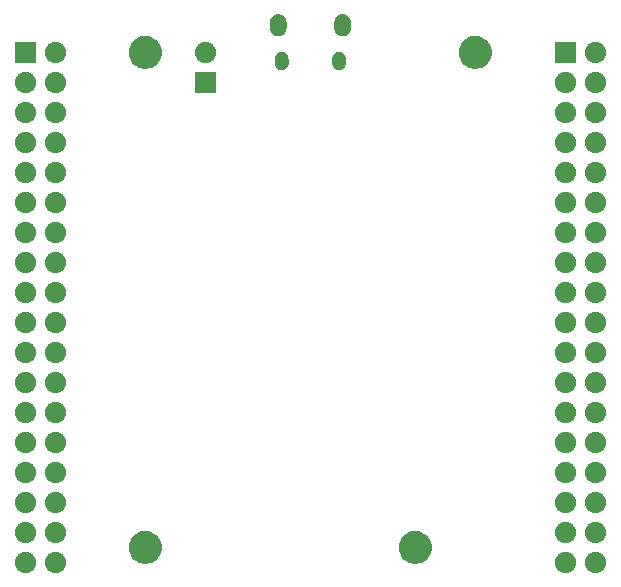
<source format=gbr>
G04 #@! TF.GenerationSoftware,KiCad,Pcbnew,7.0.7*
G04 #@! TF.CreationDate,2023-09-24T23:50:35-07:00*
G04 #@! TF.ProjectId,RP2040_minimal,52503230-3430-45f6-9d69-6e696d616c2e,REV1*
G04 #@! TF.SameCoordinates,Original*
G04 #@! TF.FileFunction,Soldermask,Bot*
G04 #@! TF.FilePolarity,Negative*
%FSLAX46Y46*%
G04 Gerber Fmt 4.6, Leading zero omitted, Abs format (unit mm)*
G04 Created by KiCad (PCBNEW 7.0.7) date 2023-09-24 23:50:35*
%MOMM*%
%LPD*%
G01*
G04 APERTURE LIST*
G04 APERTURE END LIST*
G36*
X75917913Y-116283936D02*
G01*
X75964180Y-116283936D01*
X76004129Y-116292427D01*
X76045733Y-116296525D01*
X76097998Y-116312379D01*
X76148424Y-116323098D01*
X76180694Y-116337465D01*
X76214712Y-116347785D01*
X76268767Y-116376678D01*
X76320500Y-116399711D01*
X76344551Y-116417185D01*
X76370447Y-116431027D01*
X76423271Y-116474378D01*
X76472887Y-116510427D01*
X76488996Y-116528318D01*
X76506948Y-116543051D01*
X76555188Y-116601831D01*
X76598924Y-116650405D01*
X76608111Y-116666319D01*
X76618972Y-116679552D01*
X76659149Y-116754719D01*
X76693104Y-116813530D01*
X76697009Y-116825550D01*
X76702214Y-116835287D01*
X76730913Y-116929896D01*
X76751311Y-116992672D01*
X76752028Y-116999502D01*
X76753474Y-117004266D01*
X76767537Y-117147054D01*
X76771000Y-117180000D01*
X76767534Y-117212972D01*
X76753474Y-117355733D01*
X76752029Y-117360496D01*
X76751311Y-117367328D01*
X76730909Y-117430117D01*
X76702214Y-117524712D01*
X76697010Y-117534447D01*
X76693104Y-117546470D01*
X76659142Y-117605293D01*
X76618972Y-117680447D01*
X76608113Y-117693677D01*
X76598924Y-117709595D01*
X76555178Y-117758178D01*
X76506948Y-117816948D01*
X76489000Y-117831677D01*
X76472887Y-117849573D01*
X76423260Y-117885628D01*
X76370447Y-117928972D01*
X76344557Y-117942810D01*
X76320500Y-117960289D01*
X76268756Y-117983326D01*
X76214712Y-118012214D01*
X76180701Y-118022531D01*
X76148424Y-118036902D01*
X76097987Y-118047622D01*
X76045733Y-118063474D01*
X76004138Y-118067570D01*
X75964180Y-118076064D01*
X75917903Y-118076064D01*
X75870000Y-118080782D01*
X75822097Y-118076064D01*
X75775820Y-118076064D01*
X75735862Y-118067570D01*
X75694266Y-118063474D01*
X75642009Y-118047621D01*
X75591576Y-118036902D01*
X75559300Y-118022532D01*
X75525287Y-118012214D01*
X75471237Y-117983323D01*
X75419500Y-117960289D01*
X75395445Y-117942812D01*
X75369552Y-117928972D01*
X75316730Y-117885622D01*
X75267113Y-117849573D01*
X75251002Y-117831680D01*
X75233051Y-117816948D01*
X75184809Y-117758166D01*
X75141076Y-117709595D01*
X75131888Y-117693681D01*
X75121027Y-117680447D01*
X75080844Y-117605269D01*
X75046896Y-117546470D01*
X75042991Y-117534451D01*
X75037785Y-117524712D01*
X75009075Y-117430071D01*
X74988689Y-117367328D01*
X74987971Y-117360501D01*
X74986525Y-117355733D01*
X74972449Y-117212820D01*
X74969000Y-117180000D01*
X74972446Y-117147206D01*
X74986525Y-117004266D01*
X74987971Y-116999497D01*
X74988689Y-116992672D01*
X75009071Y-116929942D01*
X75037785Y-116835287D01*
X75042991Y-116825545D01*
X75046896Y-116813530D01*
X75080836Y-116754742D01*
X75121027Y-116679552D01*
X75131890Y-116666314D01*
X75141076Y-116650405D01*
X75184800Y-116601843D01*
X75233051Y-116543051D01*
X75251005Y-116528315D01*
X75267113Y-116510427D01*
X75316720Y-116474385D01*
X75369552Y-116431027D01*
X75395450Y-116417183D01*
X75419500Y-116399711D01*
X75471226Y-116376681D01*
X75525287Y-116347785D01*
X75559307Y-116337464D01*
X75591576Y-116323098D01*
X75641998Y-116312380D01*
X75694266Y-116296525D01*
X75735871Y-116292427D01*
X75775820Y-116283936D01*
X75822086Y-116283936D01*
X75870000Y-116279217D01*
X75917913Y-116283936D01*
G37*
G36*
X78457913Y-116283936D02*
G01*
X78504180Y-116283936D01*
X78544129Y-116292427D01*
X78585733Y-116296525D01*
X78637998Y-116312379D01*
X78688424Y-116323098D01*
X78720694Y-116337465D01*
X78754712Y-116347785D01*
X78808767Y-116376678D01*
X78860500Y-116399711D01*
X78884551Y-116417185D01*
X78910447Y-116431027D01*
X78963271Y-116474378D01*
X79012887Y-116510427D01*
X79028996Y-116528318D01*
X79046948Y-116543051D01*
X79095188Y-116601831D01*
X79138924Y-116650405D01*
X79148111Y-116666319D01*
X79158972Y-116679552D01*
X79199149Y-116754719D01*
X79233104Y-116813530D01*
X79237009Y-116825550D01*
X79242214Y-116835287D01*
X79270913Y-116929896D01*
X79291311Y-116992672D01*
X79292028Y-116999502D01*
X79293474Y-117004266D01*
X79307537Y-117147054D01*
X79311000Y-117180000D01*
X79307534Y-117212972D01*
X79293474Y-117355733D01*
X79292029Y-117360496D01*
X79291311Y-117367328D01*
X79270909Y-117430117D01*
X79242214Y-117524712D01*
X79237010Y-117534447D01*
X79233104Y-117546470D01*
X79199142Y-117605293D01*
X79158972Y-117680447D01*
X79148113Y-117693677D01*
X79138924Y-117709595D01*
X79095178Y-117758178D01*
X79046948Y-117816948D01*
X79029000Y-117831677D01*
X79012887Y-117849573D01*
X78963260Y-117885628D01*
X78910447Y-117928972D01*
X78884557Y-117942810D01*
X78860500Y-117960289D01*
X78808756Y-117983326D01*
X78754712Y-118012214D01*
X78720701Y-118022531D01*
X78688424Y-118036902D01*
X78637987Y-118047622D01*
X78585733Y-118063474D01*
X78544138Y-118067570D01*
X78504180Y-118076064D01*
X78457903Y-118076064D01*
X78410000Y-118080782D01*
X78362097Y-118076064D01*
X78315820Y-118076064D01*
X78275862Y-118067570D01*
X78234266Y-118063474D01*
X78182009Y-118047621D01*
X78131576Y-118036902D01*
X78099300Y-118022532D01*
X78065287Y-118012214D01*
X78011237Y-117983323D01*
X77959500Y-117960289D01*
X77935445Y-117942812D01*
X77909552Y-117928972D01*
X77856730Y-117885622D01*
X77807113Y-117849573D01*
X77791002Y-117831680D01*
X77773051Y-117816948D01*
X77724809Y-117758166D01*
X77681076Y-117709595D01*
X77671888Y-117693681D01*
X77661027Y-117680447D01*
X77620844Y-117605269D01*
X77586896Y-117546470D01*
X77582991Y-117534451D01*
X77577785Y-117524712D01*
X77549075Y-117430071D01*
X77528689Y-117367328D01*
X77527971Y-117360501D01*
X77526525Y-117355733D01*
X77512449Y-117212820D01*
X77509000Y-117180000D01*
X77512446Y-117147206D01*
X77526525Y-117004266D01*
X77527971Y-116999497D01*
X77528689Y-116992672D01*
X77549071Y-116929942D01*
X77577785Y-116835287D01*
X77582991Y-116825545D01*
X77586896Y-116813530D01*
X77620836Y-116754742D01*
X77661027Y-116679552D01*
X77671890Y-116666314D01*
X77681076Y-116650405D01*
X77724800Y-116601843D01*
X77773051Y-116543051D01*
X77791005Y-116528315D01*
X77807113Y-116510427D01*
X77856720Y-116474385D01*
X77909552Y-116431027D01*
X77935450Y-116417183D01*
X77959500Y-116399711D01*
X78011226Y-116376681D01*
X78065287Y-116347785D01*
X78099307Y-116337464D01*
X78131576Y-116323098D01*
X78181998Y-116312380D01*
X78234266Y-116296525D01*
X78275871Y-116292427D01*
X78315820Y-116283936D01*
X78362086Y-116283936D01*
X78410000Y-116279217D01*
X78457913Y-116283936D01*
G37*
G36*
X121637913Y-116283936D02*
G01*
X121684180Y-116283936D01*
X121724129Y-116292427D01*
X121765733Y-116296525D01*
X121817998Y-116312379D01*
X121868424Y-116323098D01*
X121900694Y-116337465D01*
X121934712Y-116347785D01*
X121988767Y-116376678D01*
X122040500Y-116399711D01*
X122064551Y-116417185D01*
X122090447Y-116431027D01*
X122143271Y-116474378D01*
X122192887Y-116510427D01*
X122208996Y-116528318D01*
X122226948Y-116543051D01*
X122275188Y-116601831D01*
X122318924Y-116650405D01*
X122328111Y-116666319D01*
X122338972Y-116679552D01*
X122379149Y-116754719D01*
X122413104Y-116813530D01*
X122417009Y-116825550D01*
X122422214Y-116835287D01*
X122450913Y-116929896D01*
X122471311Y-116992672D01*
X122472028Y-116999502D01*
X122473474Y-117004266D01*
X122487537Y-117147054D01*
X122491000Y-117180000D01*
X122487534Y-117212972D01*
X122473474Y-117355733D01*
X122472029Y-117360496D01*
X122471311Y-117367328D01*
X122450909Y-117430117D01*
X122422214Y-117524712D01*
X122417010Y-117534447D01*
X122413104Y-117546470D01*
X122379142Y-117605293D01*
X122338972Y-117680447D01*
X122328113Y-117693677D01*
X122318924Y-117709595D01*
X122275178Y-117758178D01*
X122226948Y-117816948D01*
X122209000Y-117831677D01*
X122192887Y-117849573D01*
X122143260Y-117885628D01*
X122090447Y-117928972D01*
X122064557Y-117942810D01*
X122040500Y-117960289D01*
X121988756Y-117983326D01*
X121934712Y-118012214D01*
X121900701Y-118022531D01*
X121868424Y-118036902D01*
X121817987Y-118047622D01*
X121765733Y-118063474D01*
X121724138Y-118067570D01*
X121684180Y-118076064D01*
X121637902Y-118076064D01*
X121589999Y-118080782D01*
X121542096Y-118076064D01*
X121495820Y-118076064D01*
X121455862Y-118067570D01*
X121414266Y-118063474D01*
X121362009Y-118047621D01*
X121311576Y-118036902D01*
X121279300Y-118022532D01*
X121245287Y-118012214D01*
X121191237Y-117983323D01*
X121139500Y-117960289D01*
X121115445Y-117942812D01*
X121089552Y-117928972D01*
X121036730Y-117885622D01*
X120987113Y-117849573D01*
X120971002Y-117831680D01*
X120953051Y-117816948D01*
X120904809Y-117758166D01*
X120861076Y-117709595D01*
X120851888Y-117693681D01*
X120841027Y-117680447D01*
X120800844Y-117605269D01*
X120766896Y-117546470D01*
X120762991Y-117534451D01*
X120757785Y-117524712D01*
X120729075Y-117430071D01*
X120708689Y-117367328D01*
X120707971Y-117360501D01*
X120706525Y-117355733D01*
X120692449Y-117212820D01*
X120689000Y-117180000D01*
X120692446Y-117147206D01*
X120706525Y-117004266D01*
X120707971Y-116999497D01*
X120708689Y-116992672D01*
X120729071Y-116929942D01*
X120757785Y-116835287D01*
X120762991Y-116825545D01*
X120766896Y-116813530D01*
X120800836Y-116754742D01*
X120841027Y-116679552D01*
X120851890Y-116666314D01*
X120861076Y-116650405D01*
X120904800Y-116601843D01*
X120953051Y-116543051D01*
X120971005Y-116528315D01*
X120987113Y-116510427D01*
X121036720Y-116474385D01*
X121089552Y-116431027D01*
X121115450Y-116417183D01*
X121139500Y-116399711D01*
X121191226Y-116376681D01*
X121245287Y-116347785D01*
X121279307Y-116337464D01*
X121311576Y-116323098D01*
X121361998Y-116312380D01*
X121414266Y-116296525D01*
X121455871Y-116292427D01*
X121495820Y-116283936D01*
X121542086Y-116283936D01*
X121589999Y-116279217D01*
X121637913Y-116283936D01*
G37*
G36*
X124177913Y-116283936D02*
G01*
X124224180Y-116283936D01*
X124264129Y-116292427D01*
X124305733Y-116296525D01*
X124357998Y-116312379D01*
X124408424Y-116323098D01*
X124440694Y-116337465D01*
X124474712Y-116347785D01*
X124528767Y-116376678D01*
X124580500Y-116399711D01*
X124604551Y-116417185D01*
X124630447Y-116431027D01*
X124683271Y-116474378D01*
X124732887Y-116510427D01*
X124748996Y-116528318D01*
X124766948Y-116543051D01*
X124815188Y-116601831D01*
X124858924Y-116650405D01*
X124868111Y-116666319D01*
X124878972Y-116679552D01*
X124919149Y-116754719D01*
X124953104Y-116813530D01*
X124957009Y-116825550D01*
X124962214Y-116835287D01*
X124990913Y-116929896D01*
X125011311Y-116992672D01*
X125012028Y-116999502D01*
X125013474Y-117004266D01*
X125027537Y-117147054D01*
X125031000Y-117180000D01*
X125027534Y-117212972D01*
X125013474Y-117355733D01*
X125012029Y-117360496D01*
X125011311Y-117367328D01*
X124990909Y-117430117D01*
X124962214Y-117524712D01*
X124957010Y-117534447D01*
X124953104Y-117546470D01*
X124919142Y-117605293D01*
X124878972Y-117680447D01*
X124868113Y-117693677D01*
X124858924Y-117709595D01*
X124815178Y-117758178D01*
X124766948Y-117816948D01*
X124749000Y-117831677D01*
X124732887Y-117849573D01*
X124683260Y-117885628D01*
X124630447Y-117928972D01*
X124604557Y-117942810D01*
X124580500Y-117960289D01*
X124528756Y-117983326D01*
X124474712Y-118012214D01*
X124440701Y-118022531D01*
X124408424Y-118036902D01*
X124357987Y-118047622D01*
X124305733Y-118063474D01*
X124264138Y-118067570D01*
X124224180Y-118076064D01*
X124177903Y-118076064D01*
X124130000Y-118080782D01*
X124082097Y-118076064D01*
X124035820Y-118076064D01*
X123995862Y-118067570D01*
X123954266Y-118063474D01*
X123902009Y-118047621D01*
X123851576Y-118036902D01*
X123819300Y-118022532D01*
X123785287Y-118012214D01*
X123731237Y-117983323D01*
X123679500Y-117960289D01*
X123655445Y-117942812D01*
X123629552Y-117928972D01*
X123576730Y-117885622D01*
X123527113Y-117849573D01*
X123511002Y-117831680D01*
X123493051Y-117816948D01*
X123444809Y-117758166D01*
X123401076Y-117709595D01*
X123391888Y-117693681D01*
X123381027Y-117680447D01*
X123340844Y-117605269D01*
X123306896Y-117546470D01*
X123302991Y-117534451D01*
X123297785Y-117524712D01*
X123269075Y-117430071D01*
X123248689Y-117367328D01*
X123247971Y-117360501D01*
X123246525Y-117355733D01*
X123232449Y-117212820D01*
X123229000Y-117180000D01*
X123232446Y-117147206D01*
X123246525Y-117004266D01*
X123247971Y-116999497D01*
X123248689Y-116992672D01*
X123269071Y-116929942D01*
X123297785Y-116835287D01*
X123302991Y-116825545D01*
X123306896Y-116813530D01*
X123340836Y-116754742D01*
X123381027Y-116679552D01*
X123391890Y-116666314D01*
X123401076Y-116650405D01*
X123444800Y-116601843D01*
X123493051Y-116543051D01*
X123511005Y-116528315D01*
X123527113Y-116510427D01*
X123576720Y-116474385D01*
X123629552Y-116431027D01*
X123655450Y-116417183D01*
X123679500Y-116399711D01*
X123731226Y-116376681D01*
X123785287Y-116347785D01*
X123819307Y-116337464D01*
X123851576Y-116323098D01*
X123901998Y-116312380D01*
X123954266Y-116296525D01*
X123995871Y-116292427D01*
X124035820Y-116283936D01*
X124082086Y-116283936D01*
X124130000Y-116279217D01*
X124177913Y-116283936D01*
G37*
G36*
X86373925Y-114551870D02*
G01*
X86592775Y-114627002D01*
X86796274Y-114737130D01*
X86978871Y-114879251D01*
X87135586Y-115049488D01*
X87262143Y-115243198D01*
X87355090Y-115455096D01*
X87411892Y-115679403D01*
X87431000Y-115910000D01*
X87411892Y-116140597D01*
X87355090Y-116364904D01*
X87262143Y-116576802D01*
X87135586Y-116770512D01*
X86978871Y-116940749D01*
X86796274Y-117082870D01*
X86592775Y-117192998D01*
X86373925Y-117268130D01*
X86145694Y-117306215D01*
X85914306Y-117306215D01*
X85686075Y-117268130D01*
X85467225Y-117192998D01*
X85263726Y-117082870D01*
X85081129Y-116940749D01*
X84924414Y-116770512D01*
X84797857Y-116576802D01*
X84704910Y-116364904D01*
X84648108Y-116140597D01*
X84629000Y-115910000D01*
X84648108Y-115679403D01*
X84704910Y-115455096D01*
X84797857Y-115243198D01*
X84924414Y-115049488D01*
X85081129Y-114879251D01*
X85263726Y-114737130D01*
X85467225Y-114627002D01*
X85686075Y-114551870D01*
X85914306Y-114513785D01*
X86145694Y-114513785D01*
X86373925Y-114551870D01*
G37*
G36*
X109233925Y-114551870D02*
G01*
X109452775Y-114627002D01*
X109656274Y-114737130D01*
X109838871Y-114879251D01*
X109995586Y-115049488D01*
X110122143Y-115243198D01*
X110215090Y-115455096D01*
X110271892Y-115679403D01*
X110291000Y-115910000D01*
X110271892Y-116140597D01*
X110215090Y-116364904D01*
X110122143Y-116576802D01*
X109995586Y-116770512D01*
X109838871Y-116940749D01*
X109656274Y-117082870D01*
X109452775Y-117192998D01*
X109233925Y-117268130D01*
X109005694Y-117306215D01*
X108774306Y-117306215D01*
X108546075Y-117268130D01*
X108327225Y-117192998D01*
X108123726Y-117082870D01*
X107941129Y-116940749D01*
X107784414Y-116770512D01*
X107657857Y-116576802D01*
X107564910Y-116364904D01*
X107508108Y-116140597D01*
X107489000Y-115910000D01*
X107508108Y-115679403D01*
X107564910Y-115455096D01*
X107657857Y-115243198D01*
X107784414Y-115049488D01*
X107941129Y-114879251D01*
X108123726Y-114737130D01*
X108327225Y-114627002D01*
X108546075Y-114551870D01*
X108774306Y-114513785D01*
X109005694Y-114513785D01*
X109233925Y-114551870D01*
G37*
G36*
X75917913Y-113743936D02*
G01*
X75964180Y-113743936D01*
X76004129Y-113752427D01*
X76045733Y-113756525D01*
X76097998Y-113772379D01*
X76148424Y-113783098D01*
X76180694Y-113797465D01*
X76214712Y-113807785D01*
X76268767Y-113836678D01*
X76320500Y-113859711D01*
X76344551Y-113877185D01*
X76370447Y-113891027D01*
X76423271Y-113934378D01*
X76472887Y-113970427D01*
X76488996Y-113988318D01*
X76506948Y-114003051D01*
X76555188Y-114061831D01*
X76598924Y-114110405D01*
X76608111Y-114126319D01*
X76618972Y-114139552D01*
X76659149Y-114214719D01*
X76693104Y-114273530D01*
X76697009Y-114285550D01*
X76702214Y-114295287D01*
X76730913Y-114389896D01*
X76751311Y-114452672D01*
X76752028Y-114459502D01*
X76753474Y-114464266D01*
X76767536Y-114607042D01*
X76771000Y-114640000D01*
X76767535Y-114672959D01*
X76753474Y-114815733D01*
X76752029Y-114820496D01*
X76751311Y-114827328D01*
X76730909Y-114890117D01*
X76702214Y-114984712D01*
X76697010Y-114994447D01*
X76693104Y-115006470D01*
X76659142Y-115065293D01*
X76618972Y-115140447D01*
X76608113Y-115153677D01*
X76598924Y-115169595D01*
X76555178Y-115218178D01*
X76506948Y-115276948D01*
X76489000Y-115291677D01*
X76472887Y-115309573D01*
X76423260Y-115345628D01*
X76370447Y-115388972D01*
X76344557Y-115402810D01*
X76320500Y-115420289D01*
X76268756Y-115443326D01*
X76214712Y-115472214D01*
X76180701Y-115482531D01*
X76148424Y-115496902D01*
X76097987Y-115507622D01*
X76045733Y-115523474D01*
X76004138Y-115527570D01*
X75964180Y-115536064D01*
X75917903Y-115536064D01*
X75870000Y-115540782D01*
X75822097Y-115536064D01*
X75775820Y-115536064D01*
X75735862Y-115527570D01*
X75694266Y-115523474D01*
X75642009Y-115507621D01*
X75591576Y-115496902D01*
X75559300Y-115482532D01*
X75525287Y-115472214D01*
X75471237Y-115443323D01*
X75419500Y-115420289D01*
X75395445Y-115402812D01*
X75369552Y-115388972D01*
X75316730Y-115345622D01*
X75267113Y-115309573D01*
X75251002Y-115291680D01*
X75233051Y-115276948D01*
X75184809Y-115218166D01*
X75141076Y-115169595D01*
X75131888Y-115153681D01*
X75121027Y-115140447D01*
X75080844Y-115065269D01*
X75046896Y-115006470D01*
X75042991Y-114994451D01*
X75037785Y-114984712D01*
X75009075Y-114890071D01*
X74988689Y-114827328D01*
X74987971Y-114820501D01*
X74986525Y-114815733D01*
X74972448Y-114672808D01*
X74969000Y-114640000D01*
X74972448Y-114607194D01*
X74986525Y-114464266D01*
X74987971Y-114459497D01*
X74988689Y-114452672D01*
X75009071Y-114389942D01*
X75037785Y-114295287D01*
X75042991Y-114285545D01*
X75046896Y-114273530D01*
X75080836Y-114214742D01*
X75121027Y-114139552D01*
X75131890Y-114126314D01*
X75141076Y-114110405D01*
X75184800Y-114061843D01*
X75233051Y-114003051D01*
X75251005Y-113988315D01*
X75267113Y-113970427D01*
X75316720Y-113934385D01*
X75369552Y-113891027D01*
X75395450Y-113877183D01*
X75419500Y-113859711D01*
X75471226Y-113836681D01*
X75525287Y-113807785D01*
X75559307Y-113797464D01*
X75591576Y-113783098D01*
X75641998Y-113772380D01*
X75694266Y-113756525D01*
X75735871Y-113752427D01*
X75775820Y-113743936D01*
X75822086Y-113743936D01*
X75870000Y-113739217D01*
X75917913Y-113743936D01*
G37*
G36*
X78457913Y-113743936D02*
G01*
X78504180Y-113743936D01*
X78544129Y-113752427D01*
X78585733Y-113756525D01*
X78637998Y-113772379D01*
X78688424Y-113783098D01*
X78720694Y-113797465D01*
X78754712Y-113807785D01*
X78808767Y-113836678D01*
X78860500Y-113859711D01*
X78884551Y-113877185D01*
X78910447Y-113891027D01*
X78963271Y-113934378D01*
X79012887Y-113970427D01*
X79028996Y-113988318D01*
X79046948Y-114003051D01*
X79095188Y-114061831D01*
X79138924Y-114110405D01*
X79148111Y-114126319D01*
X79158972Y-114139552D01*
X79199149Y-114214719D01*
X79233104Y-114273530D01*
X79237009Y-114285550D01*
X79242214Y-114295287D01*
X79270913Y-114389896D01*
X79291311Y-114452672D01*
X79292028Y-114459502D01*
X79293474Y-114464266D01*
X79307536Y-114607042D01*
X79311000Y-114640000D01*
X79307535Y-114672959D01*
X79293474Y-114815733D01*
X79292029Y-114820496D01*
X79291311Y-114827328D01*
X79270909Y-114890117D01*
X79242214Y-114984712D01*
X79237010Y-114994447D01*
X79233104Y-115006470D01*
X79199142Y-115065293D01*
X79158972Y-115140447D01*
X79148113Y-115153677D01*
X79138924Y-115169595D01*
X79095178Y-115218178D01*
X79046948Y-115276948D01*
X79029000Y-115291677D01*
X79012887Y-115309573D01*
X78963260Y-115345628D01*
X78910447Y-115388972D01*
X78884557Y-115402810D01*
X78860500Y-115420289D01*
X78808756Y-115443326D01*
X78754712Y-115472214D01*
X78720701Y-115482531D01*
X78688424Y-115496902D01*
X78637987Y-115507622D01*
X78585733Y-115523474D01*
X78544138Y-115527570D01*
X78504180Y-115536064D01*
X78457903Y-115536064D01*
X78410000Y-115540782D01*
X78362097Y-115536064D01*
X78315820Y-115536064D01*
X78275862Y-115527570D01*
X78234266Y-115523474D01*
X78182009Y-115507621D01*
X78131576Y-115496902D01*
X78099300Y-115482532D01*
X78065287Y-115472214D01*
X78011237Y-115443323D01*
X77959500Y-115420289D01*
X77935445Y-115402812D01*
X77909552Y-115388972D01*
X77856730Y-115345622D01*
X77807113Y-115309573D01*
X77791002Y-115291680D01*
X77773051Y-115276948D01*
X77724809Y-115218166D01*
X77681076Y-115169595D01*
X77671888Y-115153681D01*
X77661027Y-115140447D01*
X77620844Y-115065269D01*
X77586896Y-115006470D01*
X77582991Y-114994451D01*
X77577785Y-114984712D01*
X77549075Y-114890071D01*
X77528689Y-114827328D01*
X77527971Y-114820501D01*
X77526525Y-114815733D01*
X77512448Y-114672808D01*
X77509000Y-114640000D01*
X77512448Y-114607194D01*
X77526525Y-114464266D01*
X77527971Y-114459497D01*
X77528689Y-114452672D01*
X77549071Y-114389942D01*
X77577785Y-114295287D01*
X77582991Y-114285545D01*
X77586896Y-114273530D01*
X77620836Y-114214742D01*
X77661027Y-114139552D01*
X77671890Y-114126314D01*
X77681076Y-114110405D01*
X77724800Y-114061843D01*
X77773051Y-114003051D01*
X77791005Y-113988315D01*
X77807113Y-113970427D01*
X77856720Y-113934385D01*
X77909552Y-113891027D01*
X77935450Y-113877183D01*
X77959500Y-113859711D01*
X78011226Y-113836681D01*
X78065287Y-113807785D01*
X78099307Y-113797464D01*
X78131576Y-113783098D01*
X78181998Y-113772380D01*
X78234266Y-113756525D01*
X78275871Y-113752427D01*
X78315820Y-113743936D01*
X78362086Y-113743936D01*
X78410000Y-113739217D01*
X78457913Y-113743936D01*
G37*
G36*
X121637913Y-113743936D02*
G01*
X121684180Y-113743936D01*
X121724129Y-113752427D01*
X121765733Y-113756525D01*
X121817998Y-113772379D01*
X121868424Y-113783098D01*
X121900694Y-113797465D01*
X121934712Y-113807785D01*
X121988767Y-113836678D01*
X122040500Y-113859711D01*
X122064551Y-113877185D01*
X122090447Y-113891027D01*
X122143271Y-113934378D01*
X122192887Y-113970427D01*
X122208996Y-113988318D01*
X122226948Y-114003051D01*
X122275188Y-114061831D01*
X122318924Y-114110405D01*
X122328111Y-114126319D01*
X122338972Y-114139552D01*
X122379149Y-114214719D01*
X122413104Y-114273530D01*
X122417009Y-114285550D01*
X122422214Y-114295287D01*
X122450913Y-114389896D01*
X122471311Y-114452672D01*
X122472028Y-114459502D01*
X122473474Y-114464266D01*
X122487536Y-114607042D01*
X122491000Y-114640000D01*
X122487535Y-114672959D01*
X122473474Y-114815733D01*
X122472029Y-114820496D01*
X122471311Y-114827328D01*
X122450909Y-114890117D01*
X122422214Y-114984712D01*
X122417010Y-114994447D01*
X122413104Y-115006470D01*
X122379142Y-115065293D01*
X122338972Y-115140447D01*
X122328113Y-115153677D01*
X122318924Y-115169595D01*
X122275178Y-115218178D01*
X122226948Y-115276948D01*
X122209000Y-115291677D01*
X122192887Y-115309573D01*
X122143260Y-115345628D01*
X122090447Y-115388972D01*
X122064557Y-115402810D01*
X122040500Y-115420289D01*
X121988756Y-115443326D01*
X121934712Y-115472214D01*
X121900701Y-115482531D01*
X121868424Y-115496902D01*
X121817987Y-115507622D01*
X121765733Y-115523474D01*
X121724138Y-115527570D01*
X121684180Y-115536064D01*
X121637902Y-115536064D01*
X121589999Y-115540782D01*
X121542096Y-115536064D01*
X121495820Y-115536064D01*
X121455862Y-115527570D01*
X121414266Y-115523474D01*
X121362009Y-115507621D01*
X121311576Y-115496902D01*
X121279300Y-115482532D01*
X121245287Y-115472214D01*
X121191237Y-115443323D01*
X121139500Y-115420289D01*
X121115445Y-115402812D01*
X121089552Y-115388972D01*
X121036730Y-115345622D01*
X120987113Y-115309573D01*
X120971002Y-115291680D01*
X120953051Y-115276948D01*
X120904809Y-115218166D01*
X120861076Y-115169595D01*
X120851888Y-115153681D01*
X120841027Y-115140447D01*
X120800844Y-115065269D01*
X120766896Y-115006470D01*
X120762991Y-114994451D01*
X120757785Y-114984712D01*
X120729075Y-114890071D01*
X120708689Y-114827328D01*
X120707971Y-114820501D01*
X120706525Y-114815733D01*
X120692449Y-114672820D01*
X120689000Y-114640000D01*
X120692446Y-114607206D01*
X120706525Y-114464266D01*
X120707971Y-114459497D01*
X120708689Y-114452672D01*
X120729071Y-114389942D01*
X120757785Y-114295287D01*
X120762991Y-114285545D01*
X120766896Y-114273530D01*
X120800836Y-114214742D01*
X120841027Y-114139552D01*
X120851890Y-114126314D01*
X120861076Y-114110405D01*
X120904800Y-114061843D01*
X120953051Y-114003051D01*
X120971005Y-113988315D01*
X120987113Y-113970427D01*
X121036720Y-113934385D01*
X121089552Y-113891027D01*
X121115450Y-113877183D01*
X121139500Y-113859711D01*
X121191226Y-113836681D01*
X121245287Y-113807785D01*
X121279307Y-113797464D01*
X121311576Y-113783098D01*
X121361998Y-113772380D01*
X121414266Y-113756525D01*
X121455871Y-113752427D01*
X121495820Y-113743936D01*
X121542086Y-113743936D01*
X121589999Y-113739217D01*
X121637913Y-113743936D01*
G37*
G36*
X124177913Y-113743936D02*
G01*
X124224180Y-113743936D01*
X124264129Y-113752427D01*
X124305733Y-113756525D01*
X124357998Y-113772379D01*
X124408424Y-113783098D01*
X124440694Y-113797465D01*
X124474712Y-113807785D01*
X124528767Y-113836678D01*
X124580500Y-113859711D01*
X124604551Y-113877185D01*
X124630447Y-113891027D01*
X124683271Y-113934378D01*
X124732887Y-113970427D01*
X124748996Y-113988318D01*
X124766948Y-114003051D01*
X124815188Y-114061831D01*
X124858924Y-114110405D01*
X124868111Y-114126319D01*
X124878972Y-114139552D01*
X124919149Y-114214719D01*
X124953104Y-114273530D01*
X124957009Y-114285550D01*
X124962214Y-114295287D01*
X124990913Y-114389896D01*
X125011311Y-114452672D01*
X125012028Y-114459502D01*
X125013474Y-114464266D01*
X125027536Y-114607042D01*
X125031000Y-114640000D01*
X125027535Y-114672959D01*
X125013474Y-114815733D01*
X125012029Y-114820496D01*
X125011311Y-114827328D01*
X124990909Y-114890117D01*
X124962214Y-114984712D01*
X124957010Y-114994447D01*
X124953104Y-115006470D01*
X124919142Y-115065293D01*
X124878972Y-115140447D01*
X124868113Y-115153677D01*
X124858924Y-115169595D01*
X124815178Y-115218178D01*
X124766948Y-115276948D01*
X124749000Y-115291677D01*
X124732887Y-115309573D01*
X124683260Y-115345628D01*
X124630447Y-115388972D01*
X124604557Y-115402810D01*
X124580500Y-115420289D01*
X124528756Y-115443326D01*
X124474712Y-115472214D01*
X124440701Y-115482531D01*
X124408424Y-115496902D01*
X124357987Y-115507622D01*
X124305733Y-115523474D01*
X124264138Y-115527570D01*
X124224180Y-115536064D01*
X124177903Y-115536064D01*
X124130000Y-115540782D01*
X124082097Y-115536064D01*
X124035820Y-115536064D01*
X123995862Y-115527570D01*
X123954266Y-115523474D01*
X123902009Y-115507621D01*
X123851576Y-115496902D01*
X123819300Y-115482532D01*
X123785287Y-115472214D01*
X123731237Y-115443323D01*
X123679500Y-115420289D01*
X123655445Y-115402812D01*
X123629552Y-115388972D01*
X123576730Y-115345622D01*
X123527113Y-115309573D01*
X123511002Y-115291680D01*
X123493051Y-115276948D01*
X123444809Y-115218166D01*
X123401076Y-115169595D01*
X123391888Y-115153681D01*
X123381027Y-115140447D01*
X123340844Y-115065269D01*
X123306896Y-115006470D01*
X123302991Y-114994451D01*
X123297785Y-114984712D01*
X123269075Y-114890071D01*
X123248689Y-114827328D01*
X123247971Y-114820501D01*
X123246525Y-114815733D01*
X123232449Y-114672820D01*
X123229000Y-114640000D01*
X123232446Y-114607206D01*
X123246525Y-114464266D01*
X123247971Y-114459497D01*
X123248689Y-114452672D01*
X123269071Y-114389942D01*
X123297785Y-114295287D01*
X123302991Y-114285545D01*
X123306896Y-114273530D01*
X123340836Y-114214742D01*
X123381027Y-114139552D01*
X123391890Y-114126314D01*
X123401076Y-114110405D01*
X123444800Y-114061843D01*
X123493051Y-114003051D01*
X123511005Y-113988315D01*
X123527113Y-113970427D01*
X123576720Y-113934385D01*
X123629552Y-113891027D01*
X123655450Y-113877183D01*
X123679500Y-113859711D01*
X123731226Y-113836681D01*
X123785287Y-113807785D01*
X123819307Y-113797464D01*
X123851576Y-113783098D01*
X123901998Y-113772380D01*
X123954266Y-113756525D01*
X123995871Y-113752427D01*
X124035820Y-113743936D01*
X124082086Y-113743936D01*
X124130000Y-113739217D01*
X124177913Y-113743936D01*
G37*
G36*
X75917913Y-111203936D02*
G01*
X75964180Y-111203936D01*
X76004129Y-111212427D01*
X76045733Y-111216525D01*
X76097998Y-111232379D01*
X76148424Y-111243098D01*
X76180694Y-111257465D01*
X76214712Y-111267785D01*
X76268767Y-111296678D01*
X76320500Y-111319711D01*
X76344551Y-111337185D01*
X76370447Y-111351027D01*
X76423271Y-111394378D01*
X76472887Y-111430427D01*
X76488996Y-111448318D01*
X76506948Y-111463051D01*
X76555188Y-111521831D01*
X76598924Y-111570405D01*
X76608111Y-111586319D01*
X76618972Y-111599552D01*
X76659149Y-111674719D01*
X76693104Y-111733530D01*
X76697009Y-111745550D01*
X76702214Y-111755287D01*
X76730913Y-111849896D01*
X76751311Y-111912672D01*
X76752028Y-111919502D01*
X76753474Y-111924266D01*
X76767536Y-112067042D01*
X76771000Y-112100000D01*
X76767535Y-112132959D01*
X76753474Y-112275733D01*
X76752029Y-112280496D01*
X76751311Y-112287328D01*
X76730909Y-112350117D01*
X76702214Y-112444712D01*
X76697010Y-112454447D01*
X76693104Y-112466470D01*
X76659142Y-112525293D01*
X76618972Y-112600447D01*
X76608113Y-112613677D01*
X76598924Y-112629595D01*
X76555178Y-112678178D01*
X76506948Y-112736948D01*
X76489000Y-112751677D01*
X76472887Y-112769573D01*
X76423260Y-112805628D01*
X76370447Y-112848972D01*
X76344557Y-112862810D01*
X76320500Y-112880289D01*
X76268756Y-112903326D01*
X76214712Y-112932214D01*
X76180701Y-112942531D01*
X76148424Y-112956902D01*
X76097987Y-112967622D01*
X76045733Y-112983474D01*
X76004138Y-112987570D01*
X75964180Y-112996064D01*
X75917903Y-112996064D01*
X75870000Y-113000782D01*
X75822097Y-112996064D01*
X75775820Y-112996064D01*
X75735862Y-112987570D01*
X75694266Y-112983474D01*
X75642009Y-112967621D01*
X75591576Y-112956902D01*
X75559300Y-112942532D01*
X75525287Y-112932214D01*
X75471237Y-112903323D01*
X75419500Y-112880289D01*
X75395445Y-112862812D01*
X75369552Y-112848972D01*
X75316730Y-112805622D01*
X75267113Y-112769573D01*
X75251002Y-112751680D01*
X75233051Y-112736948D01*
X75184809Y-112678166D01*
X75141076Y-112629595D01*
X75131888Y-112613681D01*
X75121027Y-112600447D01*
X75080844Y-112525269D01*
X75046896Y-112466470D01*
X75042991Y-112454451D01*
X75037785Y-112444712D01*
X75009075Y-112350071D01*
X74988689Y-112287328D01*
X74987971Y-112280501D01*
X74986525Y-112275733D01*
X74972448Y-112132808D01*
X74969000Y-112100000D01*
X74972448Y-112067194D01*
X74986525Y-111924266D01*
X74987971Y-111919497D01*
X74988689Y-111912672D01*
X75009071Y-111849942D01*
X75037785Y-111755287D01*
X75042991Y-111745545D01*
X75046896Y-111733530D01*
X75080836Y-111674742D01*
X75121027Y-111599552D01*
X75131890Y-111586314D01*
X75141076Y-111570405D01*
X75184800Y-111521843D01*
X75233051Y-111463051D01*
X75251005Y-111448315D01*
X75267113Y-111430427D01*
X75316720Y-111394385D01*
X75369552Y-111351027D01*
X75395450Y-111337183D01*
X75419500Y-111319711D01*
X75471226Y-111296681D01*
X75525287Y-111267785D01*
X75559307Y-111257464D01*
X75591576Y-111243098D01*
X75641998Y-111232380D01*
X75694266Y-111216525D01*
X75735871Y-111212427D01*
X75775820Y-111203936D01*
X75822086Y-111203936D01*
X75870000Y-111199217D01*
X75917913Y-111203936D01*
G37*
G36*
X78457913Y-111203936D02*
G01*
X78504180Y-111203936D01*
X78544129Y-111212427D01*
X78585733Y-111216525D01*
X78637998Y-111232379D01*
X78688424Y-111243098D01*
X78720694Y-111257465D01*
X78754712Y-111267785D01*
X78808767Y-111296678D01*
X78860500Y-111319711D01*
X78884551Y-111337185D01*
X78910447Y-111351027D01*
X78963271Y-111394378D01*
X79012887Y-111430427D01*
X79028996Y-111448318D01*
X79046948Y-111463051D01*
X79095188Y-111521831D01*
X79138924Y-111570405D01*
X79148111Y-111586319D01*
X79158972Y-111599552D01*
X79199149Y-111674719D01*
X79233104Y-111733530D01*
X79237009Y-111745550D01*
X79242214Y-111755287D01*
X79270913Y-111849896D01*
X79291311Y-111912672D01*
X79292028Y-111919502D01*
X79293474Y-111924266D01*
X79307536Y-112067042D01*
X79311000Y-112100000D01*
X79307535Y-112132959D01*
X79293474Y-112275733D01*
X79292029Y-112280496D01*
X79291311Y-112287328D01*
X79270909Y-112350117D01*
X79242214Y-112444712D01*
X79237010Y-112454447D01*
X79233104Y-112466470D01*
X79199142Y-112525293D01*
X79158972Y-112600447D01*
X79148113Y-112613677D01*
X79138924Y-112629595D01*
X79095178Y-112678178D01*
X79046948Y-112736948D01*
X79029000Y-112751677D01*
X79012887Y-112769573D01*
X78963260Y-112805628D01*
X78910447Y-112848972D01*
X78884557Y-112862810D01*
X78860500Y-112880289D01*
X78808756Y-112903326D01*
X78754712Y-112932214D01*
X78720701Y-112942531D01*
X78688424Y-112956902D01*
X78637987Y-112967622D01*
X78585733Y-112983474D01*
X78544138Y-112987570D01*
X78504180Y-112996064D01*
X78457903Y-112996064D01*
X78410000Y-113000782D01*
X78362097Y-112996064D01*
X78315820Y-112996064D01*
X78275862Y-112987570D01*
X78234266Y-112983474D01*
X78182009Y-112967621D01*
X78131576Y-112956902D01*
X78099300Y-112942532D01*
X78065287Y-112932214D01*
X78011237Y-112903323D01*
X77959500Y-112880289D01*
X77935445Y-112862812D01*
X77909552Y-112848972D01*
X77856730Y-112805622D01*
X77807113Y-112769573D01*
X77791002Y-112751680D01*
X77773051Y-112736948D01*
X77724809Y-112678166D01*
X77681076Y-112629595D01*
X77671888Y-112613681D01*
X77661027Y-112600447D01*
X77620844Y-112525269D01*
X77586896Y-112466470D01*
X77582991Y-112454451D01*
X77577785Y-112444712D01*
X77549075Y-112350071D01*
X77528689Y-112287328D01*
X77527971Y-112280501D01*
X77526525Y-112275733D01*
X77512449Y-112132820D01*
X77509000Y-112100000D01*
X77512446Y-112067206D01*
X77526525Y-111924266D01*
X77527971Y-111919497D01*
X77528689Y-111912672D01*
X77549071Y-111849942D01*
X77577785Y-111755287D01*
X77582991Y-111745545D01*
X77586896Y-111733530D01*
X77620836Y-111674742D01*
X77661027Y-111599552D01*
X77671890Y-111586314D01*
X77681076Y-111570405D01*
X77724800Y-111521843D01*
X77773051Y-111463051D01*
X77791005Y-111448315D01*
X77807113Y-111430427D01*
X77856720Y-111394385D01*
X77909552Y-111351027D01*
X77935450Y-111337183D01*
X77959500Y-111319711D01*
X78011226Y-111296681D01*
X78065287Y-111267785D01*
X78099307Y-111257464D01*
X78131576Y-111243098D01*
X78181998Y-111232380D01*
X78234266Y-111216525D01*
X78275871Y-111212427D01*
X78315820Y-111203936D01*
X78362086Y-111203936D01*
X78409999Y-111199217D01*
X78457913Y-111203936D01*
G37*
G36*
X121637913Y-111203936D02*
G01*
X121684180Y-111203936D01*
X121724129Y-111212427D01*
X121765733Y-111216525D01*
X121817998Y-111232379D01*
X121868424Y-111243098D01*
X121900694Y-111257465D01*
X121934712Y-111267785D01*
X121988767Y-111296678D01*
X122040500Y-111319711D01*
X122064551Y-111337185D01*
X122090447Y-111351027D01*
X122143271Y-111394378D01*
X122192887Y-111430427D01*
X122208996Y-111448318D01*
X122226948Y-111463051D01*
X122275188Y-111521831D01*
X122318924Y-111570405D01*
X122328111Y-111586319D01*
X122338972Y-111599552D01*
X122379149Y-111674719D01*
X122413104Y-111733530D01*
X122417009Y-111745550D01*
X122422214Y-111755287D01*
X122450913Y-111849896D01*
X122471311Y-111912672D01*
X122472028Y-111919502D01*
X122473474Y-111924266D01*
X122487536Y-112067042D01*
X122491000Y-112100000D01*
X122487535Y-112132959D01*
X122473474Y-112275733D01*
X122472029Y-112280496D01*
X122471311Y-112287328D01*
X122450909Y-112350117D01*
X122422214Y-112444712D01*
X122417010Y-112454447D01*
X122413104Y-112466470D01*
X122379142Y-112525293D01*
X122338972Y-112600447D01*
X122328113Y-112613677D01*
X122318924Y-112629595D01*
X122275178Y-112678178D01*
X122226948Y-112736948D01*
X122209000Y-112751677D01*
X122192887Y-112769573D01*
X122143260Y-112805628D01*
X122090447Y-112848972D01*
X122064557Y-112862810D01*
X122040500Y-112880289D01*
X121988756Y-112903326D01*
X121934712Y-112932214D01*
X121900701Y-112942531D01*
X121868424Y-112956902D01*
X121817987Y-112967622D01*
X121765733Y-112983474D01*
X121724138Y-112987570D01*
X121684180Y-112996064D01*
X121637902Y-112996064D01*
X121589999Y-113000782D01*
X121542096Y-112996064D01*
X121495820Y-112996064D01*
X121455862Y-112987570D01*
X121414266Y-112983474D01*
X121362009Y-112967621D01*
X121311576Y-112956902D01*
X121279300Y-112942532D01*
X121245287Y-112932214D01*
X121191237Y-112903323D01*
X121139500Y-112880289D01*
X121115445Y-112862812D01*
X121089552Y-112848972D01*
X121036730Y-112805622D01*
X120987113Y-112769573D01*
X120971002Y-112751680D01*
X120953051Y-112736948D01*
X120904809Y-112678166D01*
X120861076Y-112629595D01*
X120851888Y-112613681D01*
X120841027Y-112600447D01*
X120800844Y-112525269D01*
X120766896Y-112466470D01*
X120762991Y-112454451D01*
X120757785Y-112444712D01*
X120729075Y-112350071D01*
X120708689Y-112287328D01*
X120707971Y-112280501D01*
X120706525Y-112275733D01*
X120692448Y-112132808D01*
X120689000Y-112100000D01*
X120692448Y-112067194D01*
X120706525Y-111924266D01*
X120707971Y-111919497D01*
X120708689Y-111912672D01*
X120729071Y-111849942D01*
X120757785Y-111755287D01*
X120762991Y-111745545D01*
X120766896Y-111733530D01*
X120800836Y-111674742D01*
X120841027Y-111599552D01*
X120851890Y-111586314D01*
X120861076Y-111570405D01*
X120904800Y-111521843D01*
X120953051Y-111463051D01*
X120971005Y-111448315D01*
X120987113Y-111430427D01*
X121036720Y-111394385D01*
X121089552Y-111351027D01*
X121115450Y-111337183D01*
X121139500Y-111319711D01*
X121191226Y-111296681D01*
X121245287Y-111267785D01*
X121279307Y-111257464D01*
X121311576Y-111243098D01*
X121361998Y-111232380D01*
X121414266Y-111216525D01*
X121455871Y-111212427D01*
X121495820Y-111203936D01*
X121542086Y-111203936D01*
X121589999Y-111199217D01*
X121637913Y-111203936D01*
G37*
G36*
X124177913Y-111203936D02*
G01*
X124224180Y-111203936D01*
X124264129Y-111212427D01*
X124305733Y-111216525D01*
X124357998Y-111232379D01*
X124408424Y-111243098D01*
X124440694Y-111257465D01*
X124474712Y-111267785D01*
X124528767Y-111296678D01*
X124580500Y-111319711D01*
X124604551Y-111337185D01*
X124630447Y-111351027D01*
X124683271Y-111394378D01*
X124732887Y-111430427D01*
X124748996Y-111448318D01*
X124766948Y-111463051D01*
X124815188Y-111521831D01*
X124858924Y-111570405D01*
X124868111Y-111586319D01*
X124878972Y-111599552D01*
X124919149Y-111674719D01*
X124953104Y-111733530D01*
X124957009Y-111745550D01*
X124962214Y-111755287D01*
X124990913Y-111849896D01*
X125011311Y-111912672D01*
X125012028Y-111919502D01*
X125013474Y-111924266D01*
X125027536Y-112067042D01*
X125031000Y-112100000D01*
X125027535Y-112132959D01*
X125013474Y-112275733D01*
X125012029Y-112280496D01*
X125011311Y-112287328D01*
X124990909Y-112350117D01*
X124962214Y-112444712D01*
X124957010Y-112454447D01*
X124953104Y-112466470D01*
X124919142Y-112525293D01*
X124878972Y-112600447D01*
X124868113Y-112613677D01*
X124858924Y-112629595D01*
X124815178Y-112678178D01*
X124766948Y-112736948D01*
X124749000Y-112751677D01*
X124732887Y-112769573D01*
X124683260Y-112805628D01*
X124630447Y-112848972D01*
X124604557Y-112862810D01*
X124580500Y-112880289D01*
X124528756Y-112903326D01*
X124474712Y-112932214D01*
X124440701Y-112942531D01*
X124408424Y-112956902D01*
X124357987Y-112967622D01*
X124305733Y-112983474D01*
X124264138Y-112987570D01*
X124224180Y-112996064D01*
X124177903Y-112996064D01*
X124130000Y-113000782D01*
X124082097Y-112996064D01*
X124035820Y-112996064D01*
X123995862Y-112987570D01*
X123954266Y-112983474D01*
X123902009Y-112967621D01*
X123851576Y-112956902D01*
X123819300Y-112942532D01*
X123785287Y-112932214D01*
X123731237Y-112903323D01*
X123679500Y-112880289D01*
X123655445Y-112862812D01*
X123629552Y-112848972D01*
X123576730Y-112805622D01*
X123527113Y-112769573D01*
X123511002Y-112751680D01*
X123493051Y-112736948D01*
X123444809Y-112678166D01*
X123401076Y-112629595D01*
X123391888Y-112613681D01*
X123381027Y-112600447D01*
X123340844Y-112525269D01*
X123306896Y-112466470D01*
X123302991Y-112454451D01*
X123297785Y-112444712D01*
X123269075Y-112350071D01*
X123248689Y-112287328D01*
X123247971Y-112280501D01*
X123246525Y-112275733D01*
X123232448Y-112132808D01*
X123229000Y-112100000D01*
X123232448Y-112067194D01*
X123246525Y-111924266D01*
X123247971Y-111919497D01*
X123248689Y-111912672D01*
X123269071Y-111849942D01*
X123297785Y-111755287D01*
X123302991Y-111745545D01*
X123306896Y-111733530D01*
X123340836Y-111674742D01*
X123381027Y-111599552D01*
X123391890Y-111586314D01*
X123401076Y-111570405D01*
X123444800Y-111521843D01*
X123493051Y-111463051D01*
X123511005Y-111448315D01*
X123527113Y-111430427D01*
X123576720Y-111394385D01*
X123629552Y-111351027D01*
X123655450Y-111337183D01*
X123679500Y-111319711D01*
X123731226Y-111296681D01*
X123785287Y-111267785D01*
X123819307Y-111257464D01*
X123851576Y-111243098D01*
X123901998Y-111232380D01*
X123954266Y-111216525D01*
X123995871Y-111212427D01*
X124035820Y-111203936D01*
X124082086Y-111203936D01*
X124130000Y-111199217D01*
X124177913Y-111203936D01*
G37*
G36*
X75917913Y-108663936D02*
G01*
X75964180Y-108663936D01*
X76004129Y-108672427D01*
X76045733Y-108676525D01*
X76097998Y-108692379D01*
X76148424Y-108703098D01*
X76180694Y-108717465D01*
X76214712Y-108727785D01*
X76268767Y-108756678D01*
X76320500Y-108779711D01*
X76344551Y-108797185D01*
X76370447Y-108811027D01*
X76423271Y-108854378D01*
X76472887Y-108890427D01*
X76488996Y-108908318D01*
X76506948Y-108923051D01*
X76555188Y-108981831D01*
X76598924Y-109030405D01*
X76608111Y-109046319D01*
X76618972Y-109059552D01*
X76659149Y-109134719D01*
X76693104Y-109193530D01*
X76697009Y-109205550D01*
X76702214Y-109215287D01*
X76730913Y-109309896D01*
X76751311Y-109372672D01*
X76752028Y-109379502D01*
X76753474Y-109384266D01*
X76767537Y-109527054D01*
X76771000Y-109560000D01*
X76767534Y-109592972D01*
X76753474Y-109735733D01*
X76752029Y-109740496D01*
X76751311Y-109747328D01*
X76730909Y-109810117D01*
X76702214Y-109904712D01*
X76697010Y-109914447D01*
X76693104Y-109926470D01*
X76659142Y-109985293D01*
X76618972Y-110060447D01*
X76608113Y-110073677D01*
X76598924Y-110089595D01*
X76555178Y-110138178D01*
X76506948Y-110196948D01*
X76489000Y-110211677D01*
X76472887Y-110229573D01*
X76423260Y-110265628D01*
X76370447Y-110308972D01*
X76344557Y-110322810D01*
X76320500Y-110340289D01*
X76268756Y-110363326D01*
X76214712Y-110392214D01*
X76180701Y-110402531D01*
X76148424Y-110416902D01*
X76097987Y-110427622D01*
X76045733Y-110443474D01*
X76004138Y-110447570D01*
X75964180Y-110456064D01*
X75917903Y-110456064D01*
X75870000Y-110460782D01*
X75822097Y-110456064D01*
X75775820Y-110456064D01*
X75735862Y-110447570D01*
X75694266Y-110443474D01*
X75642009Y-110427621D01*
X75591576Y-110416902D01*
X75559300Y-110402532D01*
X75525287Y-110392214D01*
X75471237Y-110363323D01*
X75419500Y-110340289D01*
X75395445Y-110322812D01*
X75369552Y-110308972D01*
X75316730Y-110265622D01*
X75267113Y-110229573D01*
X75251002Y-110211680D01*
X75233051Y-110196948D01*
X75184809Y-110138166D01*
X75141076Y-110089595D01*
X75131888Y-110073681D01*
X75121027Y-110060447D01*
X75080844Y-109985269D01*
X75046896Y-109926470D01*
X75042991Y-109914451D01*
X75037785Y-109904712D01*
X75009075Y-109810071D01*
X74988689Y-109747328D01*
X74987971Y-109740501D01*
X74986525Y-109735733D01*
X74972449Y-109592820D01*
X74969000Y-109560000D01*
X74972446Y-109527206D01*
X74986525Y-109384266D01*
X74987971Y-109379497D01*
X74988689Y-109372672D01*
X75009071Y-109309942D01*
X75037785Y-109215287D01*
X75042991Y-109205545D01*
X75046896Y-109193530D01*
X75080836Y-109134742D01*
X75121027Y-109059552D01*
X75131890Y-109046314D01*
X75141076Y-109030405D01*
X75184800Y-108981843D01*
X75233051Y-108923051D01*
X75251005Y-108908315D01*
X75267113Y-108890427D01*
X75316720Y-108854385D01*
X75369552Y-108811027D01*
X75395450Y-108797183D01*
X75419500Y-108779711D01*
X75471226Y-108756681D01*
X75525287Y-108727785D01*
X75559307Y-108717464D01*
X75591576Y-108703098D01*
X75641998Y-108692380D01*
X75694266Y-108676525D01*
X75735871Y-108672427D01*
X75775820Y-108663936D01*
X75822086Y-108663936D01*
X75870000Y-108659217D01*
X75917913Y-108663936D01*
G37*
G36*
X78457913Y-108663936D02*
G01*
X78504180Y-108663936D01*
X78544129Y-108672427D01*
X78585733Y-108676525D01*
X78637998Y-108692379D01*
X78688424Y-108703098D01*
X78720694Y-108717465D01*
X78754712Y-108727785D01*
X78808767Y-108756678D01*
X78860500Y-108779711D01*
X78884551Y-108797185D01*
X78910447Y-108811027D01*
X78963271Y-108854378D01*
X79012887Y-108890427D01*
X79028996Y-108908318D01*
X79046948Y-108923051D01*
X79095188Y-108981831D01*
X79138924Y-109030405D01*
X79148111Y-109046319D01*
X79158972Y-109059552D01*
X79199149Y-109134719D01*
X79233104Y-109193530D01*
X79237009Y-109205550D01*
X79242214Y-109215287D01*
X79270913Y-109309896D01*
X79291311Y-109372672D01*
X79292028Y-109379502D01*
X79293474Y-109384266D01*
X79307537Y-109527054D01*
X79311000Y-109560000D01*
X79307534Y-109592972D01*
X79293474Y-109735733D01*
X79292029Y-109740496D01*
X79291311Y-109747328D01*
X79270909Y-109810117D01*
X79242214Y-109904712D01*
X79237010Y-109914447D01*
X79233104Y-109926470D01*
X79199142Y-109985293D01*
X79158972Y-110060447D01*
X79148113Y-110073677D01*
X79138924Y-110089595D01*
X79095178Y-110138178D01*
X79046948Y-110196948D01*
X79029000Y-110211677D01*
X79012887Y-110229573D01*
X78963260Y-110265628D01*
X78910447Y-110308972D01*
X78884557Y-110322810D01*
X78860500Y-110340289D01*
X78808756Y-110363326D01*
X78754712Y-110392214D01*
X78720701Y-110402531D01*
X78688424Y-110416902D01*
X78637987Y-110427622D01*
X78585733Y-110443474D01*
X78544138Y-110447570D01*
X78504180Y-110456064D01*
X78457903Y-110456064D01*
X78410000Y-110460782D01*
X78362097Y-110456064D01*
X78315820Y-110456064D01*
X78275862Y-110447570D01*
X78234266Y-110443474D01*
X78182009Y-110427621D01*
X78131576Y-110416902D01*
X78099300Y-110402532D01*
X78065287Y-110392214D01*
X78011237Y-110363323D01*
X77959500Y-110340289D01*
X77935445Y-110322812D01*
X77909552Y-110308972D01*
X77856730Y-110265622D01*
X77807113Y-110229573D01*
X77791002Y-110211680D01*
X77773051Y-110196948D01*
X77724809Y-110138166D01*
X77681076Y-110089595D01*
X77671888Y-110073681D01*
X77661027Y-110060447D01*
X77620844Y-109985269D01*
X77586896Y-109926470D01*
X77582991Y-109914451D01*
X77577785Y-109904712D01*
X77549075Y-109810071D01*
X77528689Y-109747328D01*
X77527971Y-109740501D01*
X77526525Y-109735733D01*
X77512448Y-109592808D01*
X77509000Y-109560000D01*
X77512448Y-109527194D01*
X77526525Y-109384266D01*
X77527971Y-109379497D01*
X77528689Y-109372672D01*
X77549071Y-109309942D01*
X77577785Y-109215287D01*
X77582991Y-109205545D01*
X77586896Y-109193530D01*
X77620836Y-109134742D01*
X77661027Y-109059552D01*
X77671890Y-109046314D01*
X77681076Y-109030405D01*
X77724800Y-108981843D01*
X77773051Y-108923051D01*
X77791005Y-108908315D01*
X77807113Y-108890427D01*
X77856720Y-108854385D01*
X77909552Y-108811027D01*
X77935450Y-108797183D01*
X77959500Y-108779711D01*
X78011226Y-108756681D01*
X78065287Y-108727785D01*
X78099307Y-108717464D01*
X78131576Y-108703098D01*
X78181998Y-108692380D01*
X78234266Y-108676525D01*
X78275871Y-108672427D01*
X78315820Y-108663936D01*
X78362086Y-108663936D01*
X78410000Y-108659217D01*
X78457913Y-108663936D01*
G37*
G36*
X121637913Y-108663936D02*
G01*
X121684180Y-108663936D01*
X121724129Y-108672427D01*
X121765733Y-108676525D01*
X121817998Y-108692379D01*
X121868424Y-108703098D01*
X121900694Y-108717465D01*
X121934712Y-108727785D01*
X121988767Y-108756678D01*
X122040500Y-108779711D01*
X122064551Y-108797185D01*
X122090447Y-108811027D01*
X122143271Y-108854378D01*
X122192887Y-108890427D01*
X122208996Y-108908318D01*
X122226948Y-108923051D01*
X122275188Y-108981831D01*
X122318924Y-109030405D01*
X122328111Y-109046319D01*
X122338972Y-109059552D01*
X122379149Y-109134719D01*
X122413104Y-109193530D01*
X122417009Y-109205550D01*
X122422214Y-109215287D01*
X122450913Y-109309896D01*
X122471311Y-109372672D01*
X122472028Y-109379502D01*
X122473474Y-109384266D01*
X122487537Y-109527054D01*
X122491000Y-109560000D01*
X122487534Y-109592972D01*
X122473474Y-109735733D01*
X122472029Y-109740496D01*
X122471311Y-109747328D01*
X122450909Y-109810117D01*
X122422214Y-109904712D01*
X122417010Y-109914447D01*
X122413104Y-109926470D01*
X122379142Y-109985293D01*
X122338972Y-110060447D01*
X122328113Y-110073677D01*
X122318924Y-110089595D01*
X122275178Y-110138178D01*
X122226948Y-110196948D01*
X122209000Y-110211677D01*
X122192887Y-110229573D01*
X122143260Y-110265628D01*
X122090447Y-110308972D01*
X122064557Y-110322810D01*
X122040500Y-110340289D01*
X121988756Y-110363326D01*
X121934712Y-110392214D01*
X121900701Y-110402531D01*
X121868424Y-110416902D01*
X121817987Y-110427622D01*
X121765733Y-110443474D01*
X121724138Y-110447570D01*
X121684180Y-110456064D01*
X121637902Y-110456064D01*
X121589999Y-110460782D01*
X121542096Y-110456064D01*
X121495820Y-110456064D01*
X121455862Y-110447570D01*
X121414266Y-110443474D01*
X121362009Y-110427621D01*
X121311576Y-110416902D01*
X121279300Y-110402532D01*
X121245287Y-110392214D01*
X121191237Y-110363323D01*
X121139500Y-110340289D01*
X121115445Y-110322812D01*
X121089552Y-110308972D01*
X121036730Y-110265622D01*
X120987113Y-110229573D01*
X120971002Y-110211680D01*
X120953051Y-110196948D01*
X120904809Y-110138166D01*
X120861076Y-110089595D01*
X120851888Y-110073681D01*
X120841027Y-110060447D01*
X120800844Y-109985269D01*
X120766896Y-109926470D01*
X120762991Y-109914451D01*
X120757785Y-109904712D01*
X120729075Y-109810071D01*
X120708689Y-109747328D01*
X120707971Y-109740501D01*
X120706525Y-109735733D01*
X120692449Y-109592820D01*
X120689000Y-109560000D01*
X120692446Y-109527206D01*
X120706525Y-109384266D01*
X120707971Y-109379497D01*
X120708689Y-109372672D01*
X120729071Y-109309942D01*
X120757785Y-109215287D01*
X120762991Y-109205545D01*
X120766896Y-109193530D01*
X120800836Y-109134742D01*
X120841027Y-109059552D01*
X120851890Y-109046314D01*
X120861076Y-109030405D01*
X120904800Y-108981843D01*
X120953051Y-108923051D01*
X120971005Y-108908315D01*
X120987113Y-108890427D01*
X121036720Y-108854385D01*
X121089552Y-108811027D01*
X121115450Y-108797183D01*
X121139500Y-108779711D01*
X121191226Y-108756681D01*
X121245287Y-108727785D01*
X121279307Y-108717464D01*
X121311576Y-108703098D01*
X121361998Y-108692380D01*
X121414266Y-108676525D01*
X121455871Y-108672427D01*
X121495820Y-108663936D01*
X121542086Y-108663936D01*
X121589999Y-108659217D01*
X121637913Y-108663936D01*
G37*
G36*
X124177913Y-108663936D02*
G01*
X124224180Y-108663936D01*
X124264129Y-108672427D01*
X124305733Y-108676525D01*
X124357998Y-108692379D01*
X124408424Y-108703098D01*
X124440694Y-108717465D01*
X124474712Y-108727785D01*
X124528767Y-108756678D01*
X124580500Y-108779711D01*
X124604551Y-108797185D01*
X124630447Y-108811027D01*
X124683271Y-108854378D01*
X124732887Y-108890427D01*
X124748996Y-108908318D01*
X124766948Y-108923051D01*
X124815188Y-108981831D01*
X124858924Y-109030405D01*
X124868111Y-109046319D01*
X124878972Y-109059552D01*
X124919149Y-109134719D01*
X124953104Y-109193530D01*
X124957009Y-109205550D01*
X124962214Y-109215287D01*
X124990913Y-109309896D01*
X125011311Y-109372672D01*
X125012028Y-109379502D01*
X125013474Y-109384266D01*
X125027537Y-109527054D01*
X125031000Y-109560000D01*
X125027534Y-109592972D01*
X125013474Y-109735733D01*
X125012029Y-109740496D01*
X125011311Y-109747328D01*
X124990909Y-109810117D01*
X124962214Y-109904712D01*
X124957010Y-109914447D01*
X124953104Y-109926470D01*
X124919142Y-109985293D01*
X124878972Y-110060447D01*
X124868113Y-110073677D01*
X124858924Y-110089595D01*
X124815178Y-110138178D01*
X124766948Y-110196948D01*
X124749000Y-110211677D01*
X124732887Y-110229573D01*
X124683260Y-110265628D01*
X124630447Y-110308972D01*
X124604557Y-110322810D01*
X124580500Y-110340289D01*
X124528756Y-110363326D01*
X124474712Y-110392214D01*
X124440701Y-110402531D01*
X124408424Y-110416902D01*
X124357987Y-110427622D01*
X124305733Y-110443474D01*
X124264138Y-110447570D01*
X124224180Y-110456064D01*
X124177903Y-110456064D01*
X124130000Y-110460782D01*
X124082097Y-110456064D01*
X124035820Y-110456064D01*
X123995862Y-110447570D01*
X123954266Y-110443474D01*
X123902009Y-110427621D01*
X123851576Y-110416902D01*
X123819300Y-110402532D01*
X123785287Y-110392214D01*
X123731237Y-110363323D01*
X123679500Y-110340289D01*
X123655445Y-110322812D01*
X123629552Y-110308972D01*
X123576730Y-110265622D01*
X123527113Y-110229573D01*
X123511002Y-110211680D01*
X123493051Y-110196948D01*
X123444809Y-110138166D01*
X123401076Y-110089595D01*
X123391888Y-110073681D01*
X123381027Y-110060447D01*
X123340844Y-109985269D01*
X123306896Y-109926470D01*
X123302991Y-109914451D01*
X123297785Y-109904712D01*
X123269075Y-109810071D01*
X123248689Y-109747328D01*
X123247971Y-109740501D01*
X123246525Y-109735733D01*
X123232449Y-109592820D01*
X123229000Y-109560000D01*
X123232446Y-109527206D01*
X123246525Y-109384266D01*
X123247971Y-109379497D01*
X123248689Y-109372672D01*
X123269071Y-109309942D01*
X123297785Y-109215287D01*
X123302991Y-109205545D01*
X123306896Y-109193530D01*
X123340836Y-109134742D01*
X123381027Y-109059552D01*
X123391890Y-109046314D01*
X123401076Y-109030405D01*
X123444800Y-108981843D01*
X123493051Y-108923051D01*
X123511005Y-108908315D01*
X123527113Y-108890427D01*
X123576720Y-108854385D01*
X123629552Y-108811027D01*
X123655450Y-108797183D01*
X123679500Y-108779711D01*
X123731226Y-108756681D01*
X123785287Y-108727785D01*
X123819307Y-108717464D01*
X123851576Y-108703098D01*
X123901998Y-108692380D01*
X123954266Y-108676525D01*
X123995871Y-108672427D01*
X124035820Y-108663936D01*
X124082086Y-108663936D01*
X124130000Y-108659217D01*
X124177913Y-108663936D01*
G37*
G36*
X75917913Y-106123936D02*
G01*
X75964180Y-106123936D01*
X76004129Y-106132427D01*
X76045733Y-106136525D01*
X76097998Y-106152379D01*
X76148424Y-106163098D01*
X76180694Y-106177465D01*
X76214712Y-106187785D01*
X76268767Y-106216678D01*
X76320500Y-106239711D01*
X76344551Y-106257185D01*
X76370447Y-106271027D01*
X76423271Y-106314378D01*
X76472887Y-106350427D01*
X76488996Y-106368318D01*
X76506948Y-106383051D01*
X76555188Y-106441831D01*
X76598924Y-106490405D01*
X76608111Y-106506319D01*
X76618972Y-106519552D01*
X76659149Y-106594719D01*
X76693104Y-106653530D01*
X76697009Y-106665550D01*
X76702214Y-106675287D01*
X76730913Y-106769896D01*
X76751311Y-106832672D01*
X76752028Y-106839502D01*
X76753474Y-106844266D01*
X76767537Y-106987054D01*
X76771000Y-107020000D01*
X76767534Y-107052972D01*
X76753474Y-107195733D01*
X76752029Y-107200496D01*
X76751311Y-107207328D01*
X76730909Y-107270117D01*
X76702214Y-107364712D01*
X76697010Y-107374447D01*
X76693104Y-107386470D01*
X76659142Y-107445293D01*
X76618972Y-107520447D01*
X76608113Y-107533677D01*
X76598924Y-107549595D01*
X76555178Y-107598178D01*
X76506948Y-107656948D01*
X76489000Y-107671677D01*
X76472887Y-107689573D01*
X76423260Y-107725628D01*
X76370447Y-107768972D01*
X76344557Y-107782810D01*
X76320500Y-107800289D01*
X76268756Y-107823326D01*
X76214712Y-107852214D01*
X76180701Y-107862531D01*
X76148424Y-107876902D01*
X76097987Y-107887622D01*
X76045733Y-107903474D01*
X76004138Y-107907570D01*
X75964180Y-107916064D01*
X75917903Y-107916064D01*
X75870000Y-107920782D01*
X75822097Y-107916064D01*
X75775820Y-107916064D01*
X75735862Y-107907570D01*
X75694266Y-107903474D01*
X75642009Y-107887621D01*
X75591576Y-107876902D01*
X75559300Y-107862532D01*
X75525287Y-107852214D01*
X75471237Y-107823323D01*
X75419500Y-107800289D01*
X75395445Y-107782812D01*
X75369552Y-107768972D01*
X75316730Y-107725622D01*
X75267113Y-107689573D01*
X75251002Y-107671680D01*
X75233051Y-107656948D01*
X75184809Y-107598166D01*
X75141076Y-107549595D01*
X75131888Y-107533681D01*
X75121027Y-107520447D01*
X75080844Y-107445269D01*
X75046896Y-107386470D01*
X75042991Y-107374451D01*
X75037785Y-107364712D01*
X75009075Y-107270071D01*
X74988689Y-107207328D01*
X74987971Y-107200501D01*
X74986525Y-107195733D01*
X74972449Y-107052820D01*
X74969000Y-107020000D01*
X74972446Y-106987206D01*
X74986525Y-106844266D01*
X74987971Y-106839497D01*
X74988689Y-106832672D01*
X75009071Y-106769942D01*
X75037785Y-106675287D01*
X75042991Y-106665545D01*
X75046896Y-106653530D01*
X75080836Y-106594742D01*
X75121027Y-106519552D01*
X75131890Y-106506314D01*
X75141076Y-106490405D01*
X75184800Y-106441843D01*
X75233051Y-106383051D01*
X75251005Y-106368315D01*
X75267113Y-106350427D01*
X75316720Y-106314385D01*
X75369552Y-106271027D01*
X75395450Y-106257183D01*
X75419500Y-106239711D01*
X75471226Y-106216681D01*
X75525287Y-106187785D01*
X75559307Y-106177464D01*
X75591576Y-106163098D01*
X75641998Y-106152380D01*
X75694266Y-106136525D01*
X75735871Y-106132427D01*
X75775820Y-106123936D01*
X75822086Y-106123936D01*
X75870000Y-106119217D01*
X75917913Y-106123936D01*
G37*
G36*
X78457913Y-106123936D02*
G01*
X78504180Y-106123936D01*
X78544129Y-106132427D01*
X78585733Y-106136525D01*
X78637998Y-106152379D01*
X78688424Y-106163098D01*
X78720694Y-106177465D01*
X78754712Y-106187785D01*
X78808767Y-106216678D01*
X78860500Y-106239711D01*
X78884551Y-106257185D01*
X78910447Y-106271027D01*
X78963271Y-106314378D01*
X79012887Y-106350427D01*
X79028996Y-106368318D01*
X79046948Y-106383051D01*
X79095188Y-106441831D01*
X79138924Y-106490405D01*
X79148111Y-106506319D01*
X79158972Y-106519552D01*
X79199149Y-106594719D01*
X79233104Y-106653530D01*
X79237009Y-106665550D01*
X79242214Y-106675287D01*
X79270913Y-106769896D01*
X79291311Y-106832672D01*
X79292028Y-106839502D01*
X79293474Y-106844266D01*
X79307536Y-106987042D01*
X79311000Y-107020000D01*
X79307535Y-107052959D01*
X79293474Y-107195733D01*
X79292029Y-107200496D01*
X79291311Y-107207328D01*
X79270909Y-107270117D01*
X79242214Y-107364712D01*
X79237010Y-107374447D01*
X79233104Y-107386470D01*
X79199142Y-107445293D01*
X79158972Y-107520447D01*
X79148113Y-107533677D01*
X79138924Y-107549595D01*
X79095178Y-107598178D01*
X79046948Y-107656948D01*
X79029000Y-107671677D01*
X79012887Y-107689573D01*
X78963260Y-107725628D01*
X78910447Y-107768972D01*
X78884557Y-107782810D01*
X78860500Y-107800289D01*
X78808756Y-107823326D01*
X78754712Y-107852214D01*
X78720701Y-107862531D01*
X78688424Y-107876902D01*
X78637987Y-107887622D01*
X78585733Y-107903474D01*
X78544138Y-107907570D01*
X78504180Y-107916064D01*
X78457902Y-107916064D01*
X78409999Y-107920782D01*
X78362096Y-107916064D01*
X78315820Y-107916064D01*
X78275862Y-107907570D01*
X78234266Y-107903474D01*
X78182009Y-107887621D01*
X78131576Y-107876902D01*
X78099300Y-107862532D01*
X78065287Y-107852214D01*
X78011237Y-107823323D01*
X77959500Y-107800289D01*
X77935445Y-107782812D01*
X77909552Y-107768972D01*
X77856730Y-107725622D01*
X77807113Y-107689573D01*
X77791002Y-107671680D01*
X77773051Y-107656948D01*
X77724809Y-107598166D01*
X77681076Y-107549595D01*
X77671888Y-107533681D01*
X77661027Y-107520447D01*
X77620844Y-107445269D01*
X77586896Y-107386470D01*
X77582991Y-107374451D01*
X77577785Y-107364712D01*
X77549075Y-107270071D01*
X77528689Y-107207328D01*
X77527971Y-107200501D01*
X77526525Y-107195733D01*
X77512448Y-107052808D01*
X77509000Y-107020000D01*
X77512448Y-106987194D01*
X77526525Y-106844266D01*
X77527971Y-106839497D01*
X77528689Y-106832672D01*
X77549071Y-106769942D01*
X77577785Y-106675287D01*
X77582991Y-106665545D01*
X77586896Y-106653530D01*
X77620836Y-106594742D01*
X77661027Y-106519552D01*
X77671890Y-106506314D01*
X77681076Y-106490405D01*
X77724800Y-106441843D01*
X77773051Y-106383051D01*
X77791005Y-106368315D01*
X77807113Y-106350427D01*
X77856720Y-106314385D01*
X77909552Y-106271027D01*
X77935450Y-106257183D01*
X77959500Y-106239711D01*
X78011226Y-106216681D01*
X78065287Y-106187785D01*
X78099307Y-106177464D01*
X78131576Y-106163098D01*
X78181998Y-106152380D01*
X78234266Y-106136525D01*
X78275871Y-106132427D01*
X78315820Y-106123936D01*
X78362086Y-106123936D01*
X78409999Y-106119217D01*
X78457913Y-106123936D01*
G37*
G36*
X121637913Y-106123936D02*
G01*
X121684180Y-106123936D01*
X121724129Y-106132427D01*
X121765733Y-106136525D01*
X121817998Y-106152379D01*
X121868424Y-106163098D01*
X121900694Y-106177465D01*
X121934712Y-106187785D01*
X121988767Y-106216678D01*
X122040500Y-106239711D01*
X122064551Y-106257185D01*
X122090447Y-106271027D01*
X122143271Y-106314378D01*
X122192887Y-106350427D01*
X122208996Y-106368318D01*
X122226948Y-106383051D01*
X122275188Y-106441831D01*
X122318924Y-106490405D01*
X122328111Y-106506319D01*
X122338972Y-106519552D01*
X122379149Y-106594719D01*
X122413104Y-106653530D01*
X122417009Y-106665550D01*
X122422214Y-106675287D01*
X122450913Y-106769896D01*
X122471311Y-106832672D01*
X122472028Y-106839502D01*
X122473474Y-106844266D01*
X122487536Y-106987042D01*
X122491000Y-107020000D01*
X122487535Y-107052959D01*
X122473474Y-107195733D01*
X122472029Y-107200496D01*
X122471311Y-107207328D01*
X122450909Y-107270117D01*
X122422214Y-107364712D01*
X122417010Y-107374447D01*
X122413104Y-107386470D01*
X122379142Y-107445293D01*
X122338972Y-107520447D01*
X122328113Y-107533677D01*
X122318924Y-107549595D01*
X122275178Y-107598178D01*
X122226948Y-107656948D01*
X122209000Y-107671677D01*
X122192887Y-107689573D01*
X122143260Y-107725628D01*
X122090447Y-107768972D01*
X122064557Y-107782810D01*
X122040500Y-107800289D01*
X121988756Y-107823326D01*
X121934712Y-107852214D01*
X121900701Y-107862531D01*
X121868424Y-107876902D01*
X121817987Y-107887622D01*
X121765733Y-107903474D01*
X121724138Y-107907570D01*
X121684180Y-107916064D01*
X121637903Y-107916064D01*
X121590000Y-107920782D01*
X121542097Y-107916064D01*
X121495820Y-107916064D01*
X121455862Y-107907570D01*
X121414266Y-107903474D01*
X121362009Y-107887621D01*
X121311576Y-107876902D01*
X121279300Y-107862532D01*
X121245287Y-107852214D01*
X121191237Y-107823323D01*
X121139500Y-107800289D01*
X121115445Y-107782812D01*
X121089552Y-107768972D01*
X121036730Y-107725622D01*
X120987113Y-107689573D01*
X120971002Y-107671680D01*
X120953051Y-107656948D01*
X120904809Y-107598166D01*
X120861076Y-107549595D01*
X120851888Y-107533681D01*
X120841027Y-107520447D01*
X120800844Y-107445269D01*
X120766896Y-107386470D01*
X120762991Y-107374451D01*
X120757785Y-107364712D01*
X120729075Y-107270071D01*
X120708689Y-107207328D01*
X120707971Y-107200501D01*
X120706525Y-107195733D01*
X120692448Y-107052808D01*
X120689000Y-107020000D01*
X120692448Y-106987194D01*
X120706525Y-106844266D01*
X120707971Y-106839497D01*
X120708689Y-106832672D01*
X120729071Y-106769942D01*
X120757785Y-106675287D01*
X120762991Y-106665545D01*
X120766896Y-106653530D01*
X120800836Y-106594742D01*
X120841027Y-106519552D01*
X120851890Y-106506314D01*
X120861076Y-106490405D01*
X120904800Y-106441843D01*
X120953051Y-106383051D01*
X120971005Y-106368315D01*
X120987113Y-106350427D01*
X121036720Y-106314385D01*
X121089552Y-106271027D01*
X121115450Y-106257183D01*
X121139500Y-106239711D01*
X121191226Y-106216681D01*
X121245287Y-106187785D01*
X121279307Y-106177464D01*
X121311576Y-106163098D01*
X121361998Y-106152380D01*
X121414266Y-106136525D01*
X121455871Y-106132427D01*
X121495820Y-106123936D01*
X121542086Y-106123936D01*
X121590000Y-106119217D01*
X121637913Y-106123936D01*
G37*
G36*
X124177913Y-106123936D02*
G01*
X124224180Y-106123936D01*
X124264129Y-106132427D01*
X124305733Y-106136525D01*
X124357998Y-106152379D01*
X124408424Y-106163098D01*
X124440694Y-106177465D01*
X124474712Y-106187785D01*
X124528767Y-106216678D01*
X124580500Y-106239711D01*
X124604551Y-106257185D01*
X124630447Y-106271027D01*
X124683271Y-106314378D01*
X124732887Y-106350427D01*
X124748996Y-106368318D01*
X124766948Y-106383051D01*
X124815188Y-106441831D01*
X124858924Y-106490405D01*
X124868111Y-106506319D01*
X124878972Y-106519552D01*
X124919149Y-106594719D01*
X124953104Y-106653530D01*
X124957009Y-106665550D01*
X124962214Y-106675287D01*
X124990913Y-106769896D01*
X125011311Y-106832672D01*
X125012028Y-106839502D01*
X125013474Y-106844266D01*
X125027537Y-106987054D01*
X125031000Y-107020000D01*
X125027534Y-107052972D01*
X125013474Y-107195733D01*
X125012029Y-107200496D01*
X125011311Y-107207328D01*
X124990909Y-107270117D01*
X124962214Y-107364712D01*
X124957010Y-107374447D01*
X124953104Y-107386470D01*
X124919142Y-107445293D01*
X124878972Y-107520447D01*
X124868113Y-107533677D01*
X124858924Y-107549595D01*
X124815178Y-107598178D01*
X124766948Y-107656948D01*
X124749000Y-107671677D01*
X124732887Y-107689573D01*
X124683260Y-107725628D01*
X124630447Y-107768972D01*
X124604557Y-107782810D01*
X124580500Y-107800289D01*
X124528756Y-107823326D01*
X124474712Y-107852214D01*
X124440701Y-107862531D01*
X124408424Y-107876902D01*
X124357987Y-107887622D01*
X124305733Y-107903474D01*
X124264138Y-107907570D01*
X124224180Y-107916064D01*
X124177903Y-107916064D01*
X124130000Y-107920782D01*
X124082097Y-107916064D01*
X124035820Y-107916064D01*
X123995862Y-107907570D01*
X123954266Y-107903474D01*
X123902009Y-107887621D01*
X123851576Y-107876902D01*
X123819300Y-107862532D01*
X123785287Y-107852214D01*
X123731237Y-107823323D01*
X123679500Y-107800289D01*
X123655445Y-107782812D01*
X123629552Y-107768972D01*
X123576730Y-107725622D01*
X123527113Y-107689573D01*
X123511002Y-107671680D01*
X123493051Y-107656948D01*
X123444809Y-107598166D01*
X123401076Y-107549595D01*
X123391888Y-107533681D01*
X123381027Y-107520447D01*
X123340844Y-107445269D01*
X123306896Y-107386470D01*
X123302991Y-107374451D01*
X123297785Y-107364712D01*
X123269075Y-107270071D01*
X123248689Y-107207328D01*
X123247971Y-107200501D01*
X123246525Y-107195733D01*
X123232448Y-107052808D01*
X123229000Y-107020000D01*
X123232448Y-106987194D01*
X123246525Y-106844266D01*
X123247971Y-106839497D01*
X123248689Y-106832672D01*
X123269071Y-106769942D01*
X123297785Y-106675287D01*
X123302991Y-106665545D01*
X123306896Y-106653530D01*
X123340836Y-106594742D01*
X123381027Y-106519552D01*
X123391890Y-106506314D01*
X123401076Y-106490405D01*
X123444800Y-106441843D01*
X123493051Y-106383051D01*
X123511005Y-106368315D01*
X123527113Y-106350427D01*
X123576720Y-106314385D01*
X123629552Y-106271027D01*
X123655450Y-106257183D01*
X123679500Y-106239711D01*
X123731226Y-106216681D01*
X123785287Y-106187785D01*
X123819307Y-106177464D01*
X123851576Y-106163098D01*
X123901998Y-106152380D01*
X123954266Y-106136525D01*
X123995871Y-106132427D01*
X124035820Y-106123936D01*
X124082086Y-106123936D01*
X124130000Y-106119217D01*
X124177913Y-106123936D01*
G37*
G36*
X75917913Y-103583936D02*
G01*
X75964180Y-103583936D01*
X76004129Y-103592427D01*
X76045733Y-103596525D01*
X76097998Y-103612379D01*
X76148424Y-103623098D01*
X76180694Y-103637465D01*
X76214712Y-103647785D01*
X76268767Y-103676678D01*
X76320500Y-103699711D01*
X76344551Y-103717185D01*
X76370447Y-103731027D01*
X76423271Y-103774378D01*
X76472887Y-103810427D01*
X76488996Y-103828318D01*
X76506948Y-103843051D01*
X76555188Y-103901831D01*
X76598924Y-103950405D01*
X76608111Y-103966319D01*
X76618972Y-103979552D01*
X76659149Y-104054719D01*
X76693104Y-104113530D01*
X76697009Y-104125550D01*
X76702214Y-104135287D01*
X76730913Y-104229896D01*
X76751311Y-104292672D01*
X76752028Y-104299502D01*
X76753474Y-104304266D01*
X76767536Y-104447042D01*
X76771000Y-104480000D01*
X76767535Y-104512959D01*
X76753474Y-104655733D01*
X76752029Y-104660496D01*
X76751311Y-104667328D01*
X76730909Y-104730117D01*
X76702214Y-104824712D01*
X76697010Y-104834447D01*
X76693104Y-104846470D01*
X76659142Y-104905293D01*
X76618972Y-104980447D01*
X76608113Y-104993677D01*
X76598924Y-105009595D01*
X76555178Y-105058178D01*
X76506948Y-105116948D01*
X76489000Y-105131677D01*
X76472887Y-105149573D01*
X76423260Y-105185628D01*
X76370447Y-105228972D01*
X76344557Y-105242810D01*
X76320500Y-105260289D01*
X76268756Y-105283326D01*
X76214712Y-105312214D01*
X76180701Y-105322531D01*
X76148424Y-105336902D01*
X76097987Y-105347622D01*
X76045733Y-105363474D01*
X76004138Y-105367570D01*
X75964180Y-105376064D01*
X75917903Y-105376064D01*
X75870000Y-105380782D01*
X75822097Y-105376064D01*
X75775820Y-105376064D01*
X75735862Y-105367570D01*
X75694266Y-105363474D01*
X75642009Y-105347621D01*
X75591576Y-105336902D01*
X75559300Y-105322532D01*
X75525287Y-105312214D01*
X75471237Y-105283323D01*
X75419500Y-105260289D01*
X75395445Y-105242812D01*
X75369552Y-105228972D01*
X75316730Y-105185622D01*
X75267113Y-105149573D01*
X75251002Y-105131680D01*
X75233051Y-105116948D01*
X75184809Y-105058166D01*
X75141076Y-105009595D01*
X75131888Y-104993681D01*
X75121027Y-104980447D01*
X75080844Y-104905269D01*
X75046896Y-104846470D01*
X75042991Y-104834451D01*
X75037785Y-104824712D01*
X75009075Y-104730071D01*
X74988689Y-104667328D01*
X74987971Y-104660501D01*
X74986525Y-104655733D01*
X74972448Y-104512808D01*
X74969000Y-104480000D01*
X74972448Y-104447194D01*
X74986525Y-104304266D01*
X74987971Y-104299497D01*
X74988689Y-104292672D01*
X75009071Y-104229942D01*
X75037785Y-104135287D01*
X75042991Y-104125545D01*
X75046896Y-104113530D01*
X75080836Y-104054742D01*
X75121027Y-103979552D01*
X75131890Y-103966314D01*
X75141076Y-103950405D01*
X75184800Y-103901843D01*
X75233051Y-103843051D01*
X75251005Y-103828315D01*
X75267113Y-103810427D01*
X75316720Y-103774385D01*
X75369552Y-103731027D01*
X75395450Y-103717183D01*
X75419500Y-103699711D01*
X75471226Y-103676681D01*
X75525287Y-103647785D01*
X75559307Y-103637464D01*
X75591576Y-103623098D01*
X75641998Y-103612380D01*
X75694266Y-103596525D01*
X75735871Y-103592427D01*
X75775820Y-103583936D01*
X75822086Y-103583936D01*
X75870000Y-103579217D01*
X75917913Y-103583936D01*
G37*
G36*
X78457913Y-103583936D02*
G01*
X78504180Y-103583936D01*
X78544129Y-103592427D01*
X78585733Y-103596525D01*
X78637998Y-103612379D01*
X78688424Y-103623098D01*
X78720694Y-103637465D01*
X78754712Y-103647785D01*
X78808767Y-103676678D01*
X78860500Y-103699711D01*
X78884551Y-103717185D01*
X78910447Y-103731027D01*
X78963271Y-103774378D01*
X79012887Y-103810427D01*
X79028996Y-103828318D01*
X79046948Y-103843051D01*
X79095188Y-103901831D01*
X79138924Y-103950405D01*
X79148111Y-103966319D01*
X79158972Y-103979552D01*
X79199149Y-104054719D01*
X79233104Y-104113530D01*
X79237009Y-104125550D01*
X79242214Y-104135287D01*
X79270913Y-104229896D01*
X79291311Y-104292672D01*
X79292028Y-104299502D01*
X79293474Y-104304266D01*
X79307536Y-104447042D01*
X79311000Y-104480000D01*
X79307535Y-104512959D01*
X79293474Y-104655733D01*
X79292029Y-104660496D01*
X79291311Y-104667328D01*
X79270909Y-104730117D01*
X79242214Y-104824712D01*
X79237010Y-104834447D01*
X79233104Y-104846470D01*
X79199142Y-104905293D01*
X79158972Y-104980447D01*
X79148113Y-104993677D01*
X79138924Y-105009595D01*
X79095178Y-105058178D01*
X79046948Y-105116948D01*
X79029000Y-105131677D01*
X79012887Y-105149573D01*
X78963260Y-105185628D01*
X78910447Y-105228972D01*
X78884557Y-105242810D01*
X78860500Y-105260289D01*
X78808756Y-105283326D01*
X78754712Y-105312214D01*
X78720701Y-105322531D01*
X78688424Y-105336902D01*
X78637987Y-105347622D01*
X78585733Y-105363474D01*
X78544138Y-105367570D01*
X78504180Y-105376064D01*
X78457903Y-105376064D01*
X78410000Y-105380782D01*
X78362097Y-105376064D01*
X78315820Y-105376064D01*
X78275862Y-105367570D01*
X78234266Y-105363474D01*
X78182009Y-105347621D01*
X78131576Y-105336902D01*
X78099300Y-105322532D01*
X78065287Y-105312214D01*
X78011237Y-105283323D01*
X77959500Y-105260289D01*
X77935445Y-105242812D01*
X77909552Y-105228972D01*
X77856730Y-105185622D01*
X77807113Y-105149573D01*
X77791002Y-105131680D01*
X77773051Y-105116948D01*
X77724809Y-105058166D01*
X77681076Y-105009595D01*
X77671888Y-104993681D01*
X77661027Y-104980447D01*
X77620844Y-104905269D01*
X77586896Y-104846470D01*
X77582991Y-104834451D01*
X77577785Y-104824712D01*
X77549075Y-104730071D01*
X77528689Y-104667328D01*
X77527971Y-104660501D01*
X77526525Y-104655733D01*
X77512449Y-104512820D01*
X77509000Y-104480000D01*
X77512446Y-104447206D01*
X77526525Y-104304266D01*
X77527971Y-104299497D01*
X77528689Y-104292672D01*
X77549071Y-104229942D01*
X77577785Y-104135287D01*
X77582991Y-104125545D01*
X77586896Y-104113530D01*
X77620836Y-104054742D01*
X77661027Y-103979552D01*
X77671890Y-103966314D01*
X77681076Y-103950405D01*
X77724800Y-103901843D01*
X77773051Y-103843051D01*
X77791005Y-103828315D01*
X77807113Y-103810427D01*
X77856720Y-103774385D01*
X77909552Y-103731027D01*
X77935450Y-103717183D01*
X77959500Y-103699711D01*
X78011226Y-103676681D01*
X78065287Y-103647785D01*
X78099307Y-103637464D01*
X78131576Y-103623098D01*
X78181998Y-103612380D01*
X78234266Y-103596525D01*
X78275871Y-103592427D01*
X78315820Y-103583936D01*
X78362086Y-103583936D01*
X78410000Y-103579217D01*
X78457913Y-103583936D01*
G37*
G36*
X121637913Y-103583936D02*
G01*
X121684180Y-103583936D01*
X121724129Y-103592427D01*
X121765733Y-103596525D01*
X121817998Y-103612379D01*
X121868424Y-103623098D01*
X121900694Y-103637465D01*
X121934712Y-103647785D01*
X121988767Y-103676678D01*
X122040500Y-103699711D01*
X122064551Y-103717185D01*
X122090447Y-103731027D01*
X122143271Y-103774378D01*
X122192887Y-103810427D01*
X122208996Y-103828318D01*
X122226948Y-103843051D01*
X122275188Y-103901831D01*
X122318924Y-103950405D01*
X122328111Y-103966319D01*
X122338972Y-103979552D01*
X122379149Y-104054719D01*
X122413104Y-104113530D01*
X122417009Y-104125550D01*
X122422214Y-104135287D01*
X122450913Y-104229896D01*
X122471311Y-104292672D01*
X122472028Y-104299502D01*
X122473474Y-104304266D01*
X122487536Y-104447042D01*
X122491000Y-104480000D01*
X122487535Y-104512959D01*
X122473474Y-104655733D01*
X122472029Y-104660496D01*
X122471311Y-104667328D01*
X122450909Y-104730117D01*
X122422214Y-104824712D01*
X122417010Y-104834447D01*
X122413104Y-104846470D01*
X122379142Y-104905293D01*
X122338972Y-104980447D01*
X122328113Y-104993677D01*
X122318924Y-105009595D01*
X122275178Y-105058178D01*
X122226948Y-105116948D01*
X122209000Y-105131677D01*
X122192887Y-105149573D01*
X122143260Y-105185628D01*
X122090447Y-105228972D01*
X122064557Y-105242810D01*
X122040500Y-105260289D01*
X121988756Y-105283326D01*
X121934712Y-105312214D01*
X121900701Y-105322531D01*
X121868424Y-105336902D01*
X121817987Y-105347622D01*
X121765733Y-105363474D01*
X121724138Y-105367570D01*
X121684180Y-105376064D01*
X121637902Y-105376064D01*
X121589999Y-105380782D01*
X121542096Y-105376064D01*
X121495820Y-105376064D01*
X121455862Y-105367570D01*
X121414266Y-105363474D01*
X121362009Y-105347621D01*
X121311576Y-105336902D01*
X121279300Y-105322532D01*
X121245287Y-105312214D01*
X121191237Y-105283323D01*
X121139500Y-105260289D01*
X121115445Y-105242812D01*
X121089552Y-105228972D01*
X121036730Y-105185622D01*
X120987113Y-105149573D01*
X120971002Y-105131680D01*
X120953051Y-105116948D01*
X120904809Y-105058166D01*
X120861076Y-105009595D01*
X120851888Y-104993681D01*
X120841027Y-104980447D01*
X120800844Y-104905269D01*
X120766896Y-104846470D01*
X120762991Y-104834451D01*
X120757785Y-104824712D01*
X120729075Y-104730071D01*
X120708689Y-104667328D01*
X120707971Y-104660501D01*
X120706525Y-104655733D01*
X120692448Y-104512808D01*
X120689000Y-104480000D01*
X120692448Y-104447194D01*
X120706525Y-104304266D01*
X120707971Y-104299497D01*
X120708689Y-104292672D01*
X120729071Y-104229942D01*
X120757785Y-104135287D01*
X120762991Y-104125545D01*
X120766896Y-104113530D01*
X120800836Y-104054742D01*
X120841027Y-103979552D01*
X120851890Y-103966314D01*
X120861076Y-103950405D01*
X120904800Y-103901843D01*
X120953051Y-103843051D01*
X120971005Y-103828315D01*
X120987113Y-103810427D01*
X121036720Y-103774385D01*
X121089552Y-103731027D01*
X121115450Y-103717183D01*
X121139500Y-103699711D01*
X121191226Y-103676681D01*
X121245287Y-103647785D01*
X121279307Y-103637464D01*
X121311576Y-103623098D01*
X121361998Y-103612380D01*
X121414266Y-103596525D01*
X121455871Y-103592427D01*
X121495820Y-103583936D01*
X121542086Y-103583936D01*
X121589999Y-103579217D01*
X121637913Y-103583936D01*
G37*
G36*
X124177913Y-103583936D02*
G01*
X124224180Y-103583936D01*
X124264129Y-103592427D01*
X124305733Y-103596525D01*
X124357998Y-103612379D01*
X124408424Y-103623098D01*
X124440694Y-103637465D01*
X124474712Y-103647785D01*
X124528767Y-103676678D01*
X124580500Y-103699711D01*
X124604551Y-103717185D01*
X124630447Y-103731027D01*
X124683271Y-103774378D01*
X124732887Y-103810427D01*
X124748996Y-103828318D01*
X124766948Y-103843051D01*
X124815188Y-103901831D01*
X124858924Y-103950405D01*
X124868111Y-103966319D01*
X124878972Y-103979552D01*
X124919149Y-104054719D01*
X124953104Y-104113530D01*
X124957009Y-104125550D01*
X124962214Y-104135287D01*
X124990913Y-104229896D01*
X125011311Y-104292672D01*
X125012028Y-104299502D01*
X125013474Y-104304266D01*
X125027536Y-104447042D01*
X125031000Y-104480000D01*
X125027535Y-104512959D01*
X125013474Y-104655733D01*
X125012029Y-104660496D01*
X125011311Y-104667328D01*
X124990909Y-104730117D01*
X124962214Y-104824712D01*
X124957010Y-104834447D01*
X124953104Y-104846470D01*
X124919142Y-104905293D01*
X124878972Y-104980447D01*
X124868113Y-104993677D01*
X124858924Y-105009595D01*
X124815178Y-105058178D01*
X124766948Y-105116948D01*
X124749000Y-105131677D01*
X124732887Y-105149573D01*
X124683260Y-105185628D01*
X124630447Y-105228972D01*
X124604557Y-105242810D01*
X124580500Y-105260289D01*
X124528756Y-105283326D01*
X124474712Y-105312214D01*
X124440701Y-105322531D01*
X124408424Y-105336902D01*
X124357987Y-105347622D01*
X124305733Y-105363474D01*
X124264138Y-105367570D01*
X124224180Y-105376064D01*
X124177903Y-105376064D01*
X124130000Y-105380782D01*
X124082097Y-105376064D01*
X124035820Y-105376064D01*
X123995862Y-105367570D01*
X123954266Y-105363474D01*
X123902009Y-105347621D01*
X123851576Y-105336902D01*
X123819300Y-105322532D01*
X123785287Y-105312214D01*
X123731237Y-105283323D01*
X123679500Y-105260289D01*
X123655445Y-105242812D01*
X123629552Y-105228972D01*
X123576730Y-105185622D01*
X123527113Y-105149573D01*
X123511002Y-105131680D01*
X123493051Y-105116948D01*
X123444809Y-105058166D01*
X123401076Y-105009595D01*
X123391888Y-104993681D01*
X123381027Y-104980447D01*
X123340844Y-104905269D01*
X123306896Y-104846470D01*
X123302991Y-104834451D01*
X123297785Y-104824712D01*
X123269075Y-104730071D01*
X123248689Y-104667328D01*
X123247971Y-104660501D01*
X123246525Y-104655733D01*
X123232448Y-104512808D01*
X123229000Y-104480000D01*
X123232448Y-104447194D01*
X123246525Y-104304266D01*
X123247971Y-104299497D01*
X123248689Y-104292672D01*
X123269071Y-104229942D01*
X123297785Y-104135287D01*
X123302991Y-104125545D01*
X123306896Y-104113530D01*
X123340836Y-104054742D01*
X123381027Y-103979552D01*
X123391890Y-103966314D01*
X123401076Y-103950405D01*
X123444800Y-103901843D01*
X123493051Y-103843051D01*
X123511005Y-103828315D01*
X123527113Y-103810427D01*
X123576720Y-103774385D01*
X123629552Y-103731027D01*
X123655450Y-103717183D01*
X123679500Y-103699711D01*
X123731226Y-103676681D01*
X123785287Y-103647785D01*
X123819307Y-103637464D01*
X123851576Y-103623098D01*
X123901998Y-103612380D01*
X123954266Y-103596525D01*
X123995871Y-103592427D01*
X124035820Y-103583936D01*
X124082086Y-103583936D01*
X124129999Y-103579217D01*
X124177913Y-103583936D01*
G37*
G36*
X75917913Y-101043936D02*
G01*
X75964180Y-101043936D01*
X76004129Y-101052427D01*
X76045733Y-101056525D01*
X76097998Y-101072379D01*
X76148424Y-101083098D01*
X76180694Y-101097465D01*
X76214712Y-101107785D01*
X76268767Y-101136678D01*
X76320500Y-101159711D01*
X76344551Y-101177185D01*
X76370447Y-101191027D01*
X76423271Y-101234378D01*
X76472887Y-101270427D01*
X76488996Y-101288318D01*
X76506948Y-101303051D01*
X76555188Y-101361831D01*
X76598924Y-101410405D01*
X76608111Y-101426319D01*
X76618972Y-101439552D01*
X76659149Y-101514719D01*
X76693104Y-101573530D01*
X76697009Y-101585550D01*
X76702214Y-101595287D01*
X76730913Y-101689896D01*
X76751311Y-101752672D01*
X76752028Y-101759502D01*
X76753474Y-101764266D01*
X76767537Y-101907054D01*
X76771000Y-101940000D01*
X76767534Y-101972972D01*
X76753474Y-102115733D01*
X76752029Y-102120496D01*
X76751311Y-102127328D01*
X76730909Y-102190117D01*
X76702214Y-102284712D01*
X76697010Y-102294447D01*
X76693104Y-102306470D01*
X76659142Y-102365293D01*
X76618972Y-102440447D01*
X76608113Y-102453677D01*
X76598924Y-102469595D01*
X76555178Y-102518178D01*
X76506948Y-102576948D01*
X76489000Y-102591677D01*
X76472887Y-102609573D01*
X76423260Y-102645628D01*
X76370447Y-102688972D01*
X76344557Y-102702810D01*
X76320500Y-102720289D01*
X76268756Y-102743326D01*
X76214712Y-102772214D01*
X76180701Y-102782531D01*
X76148424Y-102796902D01*
X76097987Y-102807622D01*
X76045733Y-102823474D01*
X76004138Y-102827570D01*
X75964180Y-102836064D01*
X75917903Y-102836064D01*
X75870000Y-102840782D01*
X75822097Y-102836064D01*
X75775820Y-102836064D01*
X75735862Y-102827570D01*
X75694266Y-102823474D01*
X75642009Y-102807621D01*
X75591576Y-102796902D01*
X75559300Y-102782532D01*
X75525287Y-102772214D01*
X75471237Y-102743323D01*
X75419500Y-102720289D01*
X75395445Y-102702812D01*
X75369552Y-102688972D01*
X75316730Y-102645622D01*
X75267113Y-102609573D01*
X75251002Y-102591680D01*
X75233051Y-102576948D01*
X75184809Y-102518166D01*
X75141076Y-102469595D01*
X75131888Y-102453681D01*
X75121027Y-102440447D01*
X75080844Y-102365269D01*
X75046896Y-102306470D01*
X75042991Y-102294451D01*
X75037785Y-102284712D01*
X75009075Y-102190071D01*
X74988689Y-102127328D01*
X74987971Y-102120501D01*
X74986525Y-102115733D01*
X74972448Y-101972808D01*
X74969000Y-101940000D01*
X74972448Y-101907194D01*
X74986525Y-101764266D01*
X74987971Y-101759497D01*
X74988689Y-101752672D01*
X75009071Y-101689942D01*
X75037785Y-101595287D01*
X75042991Y-101585545D01*
X75046896Y-101573530D01*
X75080836Y-101514742D01*
X75121027Y-101439552D01*
X75131890Y-101426314D01*
X75141076Y-101410405D01*
X75184800Y-101361843D01*
X75233051Y-101303051D01*
X75251005Y-101288315D01*
X75267113Y-101270427D01*
X75316720Y-101234385D01*
X75369552Y-101191027D01*
X75395450Y-101177183D01*
X75419500Y-101159711D01*
X75471226Y-101136681D01*
X75525287Y-101107785D01*
X75559307Y-101097464D01*
X75591576Y-101083098D01*
X75641998Y-101072380D01*
X75694266Y-101056525D01*
X75735871Y-101052427D01*
X75775820Y-101043936D01*
X75822086Y-101043936D01*
X75870000Y-101039217D01*
X75917913Y-101043936D01*
G37*
G36*
X78457913Y-101043936D02*
G01*
X78504180Y-101043936D01*
X78544129Y-101052427D01*
X78585733Y-101056525D01*
X78637998Y-101072379D01*
X78688424Y-101083098D01*
X78720694Y-101097465D01*
X78754712Y-101107785D01*
X78808767Y-101136678D01*
X78860500Y-101159711D01*
X78884551Y-101177185D01*
X78910447Y-101191027D01*
X78963271Y-101234378D01*
X79012887Y-101270427D01*
X79028996Y-101288318D01*
X79046948Y-101303051D01*
X79095188Y-101361831D01*
X79138924Y-101410405D01*
X79148111Y-101426319D01*
X79158972Y-101439552D01*
X79199149Y-101514719D01*
X79233104Y-101573530D01*
X79237009Y-101585550D01*
X79242214Y-101595287D01*
X79270913Y-101689896D01*
X79291311Y-101752672D01*
X79292028Y-101759502D01*
X79293474Y-101764266D01*
X79307537Y-101907054D01*
X79311000Y-101940000D01*
X79307534Y-101972972D01*
X79293474Y-102115733D01*
X79292029Y-102120496D01*
X79291311Y-102127328D01*
X79270909Y-102190117D01*
X79242214Y-102284712D01*
X79237010Y-102294447D01*
X79233104Y-102306470D01*
X79199142Y-102365293D01*
X79158972Y-102440447D01*
X79148113Y-102453677D01*
X79138924Y-102469595D01*
X79095178Y-102518178D01*
X79046948Y-102576948D01*
X79029000Y-102591677D01*
X79012887Y-102609573D01*
X78963260Y-102645628D01*
X78910447Y-102688972D01*
X78884557Y-102702810D01*
X78860500Y-102720289D01*
X78808756Y-102743326D01*
X78754712Y-102772214D01*
X78720701Y-102782531D01*
X78688424Y-102796902D01*
X78637987Y-102807622D01*
X78585733Y-102823474D01*
X78544138Y-102827570D01*
X78504180Y-102836064D01*
X78457902Y-102836064D01*
X78409999Y-102840782D01*
X78362096Y-102836064D01*
X78315820Y-102836064D01*
X78275862Y-102827570D01*
X78234266Y-102823474D01*
X78182009Y-102807621D01*
X78131576Y-102796902D01*
X78099300Y-102782532D01*
X78065287Y-102772214D01*
X78011237Y-102743323D01*
X77959500Y-102720289D01*
X77935445Y-102702812D01*
X77909552Y-102688972D01*
X77856730Y-102645622D01*
X77807113Y-102609573D01*
X77791002Y-102591680D01*
X77773051Y-102576948D01*
X77724809Y-102518166D01*
X77681076Y-102469595D01*
X77671888Y-102453681D01*
X77661027Y-102440447D01*
X77620844Y-102365269D01*
X77586896Y-102306470D01*
X77582991Y-102294451D01*
X77577785Y-102284712D01*
X77549075Y-102190071D01*
X77528689Y-102127328D01*
X77527971Y-102120501D01*
X77526525Y-102115733D01*
X77512448Y-101972808D01*
X77509000Y-101940000D01*
X77512448Y-101907194D01*
X77526525Y-101764266D01*
X77527971Y-101759497D01*
X77528689Y-101752672D01*
X77549071Y-101689942D01*
X77577785Y-101595287D01*
X77582991Y-101585545D01*
X77586896Y-101573530D01*
X77620836Y-101514742D01*
X77661027Y-101439552D01*
X77671890Y-101426314D01*
X77681076Y-101410405D01*
X77724800Y-101361843D01*
X77773051Y-101303051D01*
X77791005Y-101288315D01*
X77807113Y-101270427D01*
X77856720Y-101234385D01*
X77909552Y-101191027D01*
X77935450Y-101177183D01*
X77959500Y-101159711D01*
X78011226Y-101136681D01*
X78065287Y-101107785D01*
X78099307Y-101097464D01*
X78131576Y-101083098D01*
X78181998Y-101072380D01*
X78234266Y-101056525D01*
X78275871Y-101052427D01*
X78315820Y-101043936D01*
X78362086Y-101043936D01*
X78409999Y-101039217D01*
X78457913Y-101043936D01*
G37*
G36*
X121637913Y-101043936D02*
G01*
X121684180Y-101043936D01*
X121724129Y-101052427D01*
X121765733Y-101056525D01*
X121817998Y-101072379D01*
X121868424Y-101083098D01*
X121900694Y-101097465D01*
X121934712Y-101107785D01*
X121988767Y-101136678D01*
X122040500Y-101159711D01*
X122064551Y-101177185D01*
X122090447Y-101191027D01*
X122143271Y-101234378D01*
X122192887Y-101270427D01*
X122208996Y-101288318D01*
X122226948Y-101303051D01*
X122275188Y-101361831D01*
X122318924Y-101410405D01*
X122328111Y-101426319D01*
X122338972Y-101439552D01*
X122379149Y-101514719D01*
X122413104Y-101573530D01*
X122417009Y-101585550D01*
X122422214Y-101595287D01*
X122450913Y-101689896D01*
X122471311Y-101752672D01*
X122472028Y-101759502D01*
X122473474Y-101764266D01*
X122487537Y-101907054D01*
X122491000Y-101940000D01*
X122487534Y-101972972D01*
X122473474Y-102115733D01*
X122472029Y-102120496D01*
X122471311Y-102127328D01*
X122450909Y-102190117D01*
X122422214Y-102284712D01*
X122417010Y-102294447D01*
X122413104Y-102306470D01*
X122379142Y-102365293D01*
X122338972Y-102440447D01*
X122328113Y-102453677D01*
X122318924Y-102469595D01*
X122275178Y-102518178D01*
X122226948Y-102576948D01*
X122209000Y-102591677D01*
X122192887Y-102609573D01*
X122143260Y-102645628D01*
X122090447Y-102688972D01*
X122064557Y-102702810D01*
X122040500Y-102720289D01*
X121988756Y-102743326D01*
X121934712Y-102772214D01*
X121900701Y-102782531D01*
X121868424Y-102796902D01*
X121817987Y-102807622D01*
X121765733Y-102823474D01*
X121724138Y-102827570D01*
X121684180Y-102836064D01*
X121637903Y-102836064D01*
X121590000Y-102840782D01*
X121542097Y-102836064D01*
X121495820Y-102836064D01*
X121455862Y-102827570D01*
X121414266Y-102823474D01*
X121362009Y-102807621D01*
X121311576Y-102796902D01*
X121279300Y-102782532D01*
X121245287Y-102772214D01*
X121191237Y-102743323D01*
X121139500Y-102720289D01*
X121115445Y-102702812D01*
X121089552Y-102688972D01*
X121036730Y-102645622D01*
X120987113Y-102609573D01*
X120971002Y-102591680D01*
X120953051Y-102576948D01*
X120904809Y-102518166D01*
X120861076Y-102469595D01*
X120851888Y-102453681D01*
X120841027Y-102440447D01*
X120800844Y-102365269D01*
X120766896Y-102306470D01*
X120762991Y-102294451D01*
X120757785Y-102284712D01*
X120729075Y-102190071D01*
X120708689Y-102127328D01*
X120707971Y-102120501D01*
X120706525Y-102115733D01*
X120692449Y-101972820D01*
X120689000Y-101940000D01*
X120692446Y-101907206D01*
X120706525Y-101764266D01*
X120707971Y-101759497D01*
X120708689Y-101752672D01*
X120729071Y-101689942D01*
X120757785Y-101595287D01*
X120762991Y-101585545D01*
X120766896Y-101573530D01*
X120800836Y-101514742D01*
X120841027Y-101439552D01*
X120851890Y-101426314D01*
X120861076Y-101410405D01*
X120904800Y-101361843D01*
X120953051Y-101303051D01*
X120971005Y-101288315D01*
X120987113Y-101270427D01*
X121036720Y-101234385D01*
X121089552Y-101191027D01*
X121115450Y-101177183D01*
X121139500Y-101159711D01*
X121191226Y-101136681D01*
X121245287Y-101107785D01*
X121279307Y-101097464D01*
X121311576Y-101083098D01*
X121361998Y-101072380D01*
X121414266Y-101056525D01*
X121455871Y-101052427D01*
X121495820Y-101043936D01*
X121542086Y-101043936D01*
X121590000Y-101039217D01*
X121637913Y-101043936D01*
G37*
G36*
X124177913Y-101043936D02*
G01*
X124224180Y-101043936D01*
X124264129Y-101052427D01*
X124305733Y-101056525D01*
X124357998Y-101072379D01*
X124408424Y-101083098D01*
X124440694Y-101097465D01*
X124474712Y-101107785D01*
X124528767Y-101136678D01*
X124580500Y-101159711D01*
X124604551Y-101177185D01*
X124630447Y-101191027D01*
X124683271Y-101234378D01*
X124732887Y-101270427D01*
X124748996Y-101288318D01*
X124766948Y-101303051D01*
X124815188Y-101361831D01*
X124858924Y-101410405D01*
X124868111Y-101426319D01*
X124878972Y-101439552D01*
X124919149Y-101514719D01*
X124953104Y-101573530D01*
X124957009Y-101585550D01*
X124962214Y-101595287D01*
X124990913Y-101689896D01*
X125011311Y-101752672D01*
X125012028Y-101759502D01*
X125013474Y-101764266D01*
X125027536Y-101907042D01*
X125031000Y-101940000D01*
X125027535Y-101972959D01*
X125013474Y-102115733D01*
X125012029Y-102120496D01*
X125011311Y-102127328D01*
X124990909Y-102190117D01*
X124962214Y-102284712D01*
X124957010Y-102294447D01*
X124953104Y-102306470D01*
X124919142Y-102365293D01*
X124878972Y-102440447D01*
X124868113Y-102453677D01*
X124858924Y-102469595D01*
X124815178Y-102518178D01*
X124766948Y-102576948D01*
X124749000Y-102591677D01*
X124732887Y-102609573D01*
X124683260Y-102645628D01*
X124630447Y-102688972D01*
X124604557Y-102702810D01*
X124580500Y-102720289D01*
X124528756Y-102743326D01*
X124474712Y-102772214D01*
X124440701Y-102782531D01*
X124408424Y-102796902D01*
X124357987Y-102807622D01*
X124305733Y-102823474D01*
X124264138Y-102827570D01*
X124224180Y-102836064D01*
X124177903Y-102836064D01*
X124130000Y-102840782D01*
X124082097Y-102836064D01*
X124035820Y-102836064D01*
X123995862Y-102827570D01*
X123954266Y-102823474D01*
X123902009Y-102807621D01*
X123851576Y-102796902D01*
X123819300Y-102782532D01*
X123785287Y-102772214D01*
X123731237Y-102743323D01*
X123679500Y-102720289D01*
X123655445Y-102702812D01*
X123629552Y-102688972D01*
X123576730Y-102645622D01*
X123527113Y-102609573D01*
X123511002Y-102591680D01*
X123493051Y-102576948D01*
X123444809Y-102518166D01*
X123401076Y-102469595D01*
X123391888Y-102453681D01*
X123381027Y-102440447D01*
X123340844Y-102365269D01*
X123306896Y-102306470D01*
X123302991Y-102294451D01*
X123297785Y-102284712D01*
X123269075Y-102190071D01*
X123248689Y-102127328D01*
X123247971Y-102120501D01*
X123246525Y-102115733D01*
X123232448Y-101972808D01*
X123229000Y-101940000D01*
X123232448Y-101907194D01*
X123246525Y-101764266D01*
X123247971Y-101759497D01*
X123248689Y-101752672D01*
X123269071Y-101689942D01*
X123297785Y-101595287D01*
X123302991Y-101585545D01*
X123306896Y-101573530D01*
X123340836Y-101514742D01*
X123381027Y-101439552D01*
X123391890Y-101426314D01*
X123401076Y-101410405D01*
X123444800Y-101361843D01*
X123493051Y-101303051D01*
X123511005Y-101288315D01*
X123527113Y-101270427D01*
X123576720Y-101234385D01*
X123629552Y-101191027D01*
X123655450Y-101177183D01*
X123679500Y-101159711D01*
X123731226Y-101136681D01*
X123785287Y-101107785D01*
X123819307Y-101097464D01*
X123851576Y-101083098D01*
X123901998Y-101072380D01*
X123954266Y-101056525D01*
X123995871Y-101052427D01*
X124035820Y-101043936D01*
X124082086Y-101043936D01*
X124130000Y-101039217D01*
X124177913Y-101043936D01*
G37*
G36*
X75917913Y-98503936D02*
G01*
X75964180Y-98503936D01*
X76004129Y-98512427D01*
X76045733Y-98516525D01*
X76097998Y-98532379D01*
X76148424Y-98543098D01*
X76180694Y-98557465D01*
X76214712Y-98567785D01*
X76268767Y-98596678D01*
X76320500Y-98619711D01*
X76344551Y-98637185D01*
X76370447Y-98651027D01*
X76423271Y-98694378D01*
X76472887Y-98730427D01*
X76488996Y-98748318D01*
X76506948Y-98763051D01*
X76555188Y-98821831D01*
X76598924Y-98870405D01*
X76608111Y-98886319D01*
X76618972Y-98899552D01*
X76659149Y-98974719D01*
X76693104Y-99033530D01*
X76697009Y-99045550D01*
X76702214Y-99055287D01*
X76730913Y-99149896D01*
X76751311Y-99212672D01*
X76752028Y-99219502D01*
X76753474Y-99224266D01*
X76767537Y-99367054D01*
X76771000Y-99400000D01*
X76767534Y-99432972D01*
X76753474Y-99575733D01*
X76752029Y-99580496D01*
X76751311Y-99587328D01*
X76730909Y-99650117D01*
X76702214Y-99744712D01*
X76697010Y-99754447D01*
X76693104Y-99766470D01*
X76659142Y-99825293D01*
X76618972Y-99900447D01*
X76608113Y-99913677D01*
X76598924Y-99929595D01*
X76555178Y-99978178D01*
X76506948Y-100036948D01*
X76489000Y-100051677D01*
X76472887Y-100069573D01*
X76423260Y-100105628D01*
X76370447Y-100148972D01*
X76344557Y-100162810D01*
X76320500Y-100180289D01*
X76268756Y-100203326D01*
X76214712Y-100232214D01*
X76180701Y-100242531D01*
X76148424Y-100256902D01*
X76097987Y-100267622D01*
X76045733Y-100283474D01*
X76004138Y-100287570D01*
X75964180Y-100296064D01*
X75917903Y-100296064D01*
X75870000Y-100300782D01*
X75822097Y-100296064D01*
X75775820Y-100296064D01*
X75735862Y-100287570D01*
X75694266Y-100283474D01*
X75642009Y-100267621D01*
X75591576Y-100256902D01*
X75559300Y-100242532D01*
X75525287Y-100232214D01*
X75471237Y-100203323D01*
X75419500Y-100180289D01*
X75395445Y-100162812D01*
X75369552Y-100148972D01*
X75316730Y-100105622D01*
X75267113Y-100069573D01*
X75251002Y-100051680D01*
X75233051Y-100036948D01*
X75184809Y-99978166D01*
X75141076Y-99929595D01*
X75131888Y-99913681D01*
X75121027Y-99900447D01*
X75080844Y-99825269D01*
X75046896Y-99766470D01*
X75042991Y-99754451D01*
X75037785Y-99744712D01*
X75009075Y-99650071D01*
X74988689Y-99587328D01*
X74987971Y-99580501D01*
X74986525Y-99575733D01*
X74972449Y-99432820D01*
X74969000Y-99400000D01*
X74972446Y-99367206D01*
X74986525Y-99224266D01*
X74987971Y-99219497D01*
X74988689Y-99212672D01*
X75009071Y-99149942D01*
X75037785Y-99055287D01*
X75042991Y-99045545D01*
X75046896Y-99033530D01*
X75080836Y-98974742D01*
X75121027Y-98899552D01*
X75131890Y-98886314D01*
X75141076Y-98870405D01*
X75184800Y-98821843D01*
X75233051Y-98763051D01*
X75251005Y-98748315D01*
X75267113Y-98730427D01*
X75316720Y-98694385D01*
X75369552Y-98651027D01*
X75395450Y-98637183D01*
X75419500Y-98619711D01*
X75471226Y-98596681D01*
X75525287Y-98567785D01*
X75559307Y-98557464D01*
X75591576Y-98543098D01*
X75641998Y-98532380D01*
X75694266Y-98516525D01*
X75735871Y-98512427D01*
X75775820Y-98503936D01*
X75822086Y-98503936D01*
X75870000Y-98499217D01*
X75917913Y-98503936D01*
G37*
G36*
X78457913Y-98503936D02*
G01*
X78504180Y-98503936D01*
X78544129Y-98512427D01*
X78585733Y-98516525D01*
X78637998Y-98532379D01*
X78688424Y-98543098D01*
X78720694Y-98557465D01*
X78754712Y-98567785D01*
X78808767Y-98596678D01*
X78860500Y-98619711D01*
X78884551Y-98637185D01*
X78910447Y-98651027D01*
X78963271Y-98694378D01*
X79012887Y-98730427D01*
X79028996Y-98748318D01*
X79046948Y-98763051D01*
X79095188Y-98821831D01*
X79138924Y-98870405D01*
X79148111Y-98886319D01*
X79158972Y-98899552D01*
X79199149Y-98974719D01*
X79233104Y-99033530D01*
X79237009Y-99045550D01*
X79242214Y-99055287D01*
X79270913Y-99149896D01*
X79291311Y-99212672D01*
X79292028Y-99219502D01*
X79293474Y-99224266D01*
X79307536Y-99367042D01*
X79311000Y-99400000D01*
X79307535Y-99432959D01*
X79293474Y-99575733D01*
X79292029Y-99580496D01*
X79291311Y-99587328D01*
X79270909Y-99650117D01*
X79242214Y-99744712D01*
X79237010Y-99754447D01*
X79233104Y-99766470D01*
X79199142Y-99825293D01*
X79158972Y-99900447D01*
X79148113Y-99913677D01*
X79138924Y-99929595D01*
X79095178Y-99978178D01*
X79046948Y-100036948D01*
X79029000Y-100051677D01*
X79012887Y-100069573D01*
X78963260Y-100105628D01*
X78910447Y-100148972D01*
X78884557Y-100162810D01*
X78860500Y-100180289D01*
X78808756Y-100203326D01*
X78754712Y-100232214D01*
X78720701Y-100242531D01*
X78688424Y-100256902D01*
X78637987Y-100267622D01*
X78585733Y-100283474D01*
X78544138Y-100287570D01*
X78504180Y-100296064D01*
X78457903Y-100296064D01*
X78410000Y-100300782D01*
X78362097Y-100296064D01*
X78315820Y-100296064D01*
X78275862Y-100287570D01*
X78234266Y-100283474D01*
X78182009Y-100267621D01*
X78131576Y-100256902D01*
X78099300Y-100242532D01*
X78065287Y-100232214D01*
X78011237Y-100203323D01*
X77959500Y-100180289D01*
X77935445Y-100162812D01*
X77909552Y-100148972D01*
X77856730Y-100105622D01*
X77807113Y-100069573D01*
X77791002Y-100051680D01*
X77773051Y-100036948D01*
X77724809Y-99978166D01*
X77681076Y-99929595D01*
X77671888Y-99913681D01*
X77661027Y-99900447D01*
X77620844Y-99825269D01*
X77586896Y-99766470D01*
X77582991Y-99754451D01*
X77577785Y-99744712D01*
X77549075Y-99650071D01*
X77528689Y-99587328D01*
X77527971Y-99580501D01*
X77526525Y-99575733D01*
X77512448Y-99432808D01*
X77509000Y-99400000D01*
X77512448Y-99367194D01*
X77526525Y-99224266D01*
X77527971Y-99219497D01*
X77528689Y-99212672D01*
X77549071Y-99149942D01*
X77577785Y-99055287D01*
X77582991Y-99045545D01*
X77586896Y-99033530D01*
X77620836Y-98974742D01*
X77661027Y-98899552D01*
X77671890Y-98886314D01*
X77681076Y-98870405D01*
X77724800Y-98821843D01*
X77773051Y-98763051D01*
X77791005Y-98748315D01*
X77807113Y-98730427D01*
X77856720Y-98694385D01*
X77909552Y-98651027D01*
X77935450Y-98637183D01*
X77959500Y-98619711D01*
X78011226Y-98596681D01*
X78065287Y-98567785D01*
X78099307Y-98557464D01*
X78131576Y-98543098D01*
X78181998Y-98532380D01*
X78234266Y-98516525D01*
X78275871Y-98512427D01*
X78315820Y-98503936D01*
X78362086Y-98503936D01*
X78410000Y-98499217D01*
X78457913Y-98503936D01*
G37*
G36*
X121637913Y-98503936D02*
G01*
X121684180Y-98503936D01*
X121724129Y-98512427D01*
X121765733Y-98516525D01*
X121817998Y-98532379D01*
X121868424Y-98543098D01*
X121900694Y-98557465D01*
X121934712Y-98567785D01*
X121988767Y-98596678D01*
X122040500Y-98619711D01*
X122064551Y-98637185D01*
X122090447Y-98651027D01*
X122143271Y-98694378D01*
X122192887Y-98730427D01*
X122208996Y-98748318D01*
X122226948Y-98763051D01*
X122275188Y-98821831D01*
X122318924Y-98870405D01*
X122328111Y-98886319D01*
X122338972Y-98899552D01*
X122379149Y-98974719D01*
X122413104Y-99033530D01*
X122417009Y-99045550D01*
X122422214Y-99055287D01*
X122450913Y-99149896D01*
X122471311Y-99212672D01*
X122472028Y-99219502D01*
X122473474Y-99224266D01*
X122487536Y-99367042D01*
X122491000Y-99400000D01*
X122487535Y-99432959D01*
X122473474Y-99575733D01*
X122472029Y-99580496D01*
X122471311Y-99587328D01*
X122450909Y-99650117D01*
X122422214Y-99744712D01*
X122417010Y-99754447D01*
X122413104Y-99766470D01*
X122379142Y-99825293D01*
X122338972Y-99900447D01*
X122328113Y-99913677D01*
X122318924Y-99929595D01*
X122275178Y-99978178D01*
X122226948Y-100036948D01*
X122209000Y-100051677D01*
X122192887Y-100069573D01*
X122143260Y-100105628D01*
X122090447Y-100148972D01*
X122064557Y-100162810D01*
X122040500Y-100180289D01*
X121988756Y-100203326D01*
X121934712Y-100232214D01*
X121900701Y-100242531D01*
X121868424Y-100256902D01*
X121817987Y-100267622D01*
X121765733Y-100283474D01*
X121724138Y-100287570D01*
X121684180Y-100296064D01*
X121637902Y-100296064D01*
X121589999Y-100300782D01*
X121542096Y-100296064D01*
X121495820Y-100296064D01*
X121455862Y-100287570D01*
X121414266Y-100283474D01*
X121362009Y-100267621D01*
X121311576Y-100256902D01*
X121279300Y-100242532D01*
X121245287Y-100232214D01*
X121191237Y-100203323D01*
X121139500Y-100180289D01*
X121115445Y-100162812D01*
X121089552Y-100148972D01*
X121036730Y-100105622D01*
X120987113Y-100069573D01*
X120971002Y-100051680D01*
X120953051Y-100036948D01*
X120904809Y-99978166D01*
X120861076Y-99929595D01*
X120851888Y-99913681D01*
X120841027Y-99900447D01*
X120800844Y-99825269D01*
X120766896Y-99766470D01*
X120762991Y-99754451D01*
X120757785Y-99744712D01*
X120729075Y-99650071D01*
X120708689Y-99587328D01*
X120707971Y-99580501D01*
X120706525Y-99575733D01*
X120692448Y-99432808D01*
X120689000Y-99400000D01*
X120692448Y-99367194D01*
X120706525Y-99224266D01*
X120707971Y-99219497D01*
X120708689Y-99212672D01*
X120729071Y-99149942D01*
X120757785Y-99055287D01*
X120762991Y-99045545D01*
X120766896Y-99033530D01*
X120800836Y-98974742D01*
X120841027Y-98899552D01*
X120851890Y-98886314D01*
X120861076Y-98870405D01*
X120904800Y-98821843D01*
X120953051Y-98763051D01*
X120971005Y-98748315D01*
X120987113Y-98730427D01*
X121036720Y-98694385D01*
X121089552Y-98651027D01*
X121115450Y-98637183D01*
X121139500Y-98619711D01*
X121191226Y-98596681D01*
X121245287Y-98567785D01*
X121279307Y-98557464D01*
X121311576Y-98543098D01*
X121361998Y-98532380D01*
X121414266Y-98516525D01*
X121455871Y-98512427D01*
X121495820Y-98503936D01*
X121542086Y-98503936D01*
X121589999Y-98499217D01*
X121637913Y-98503936D01*
G37*
G36*
X124177913Y-98503936D02*
G01*
X124224180Y-98503936D01*
X124264129Y-98512427D01*
X124305733Y-98516525D01*
X124357998Y-98532379D01*
X124408424Y-98543098D01*
X124440694Y-98557465D01*
X124474712Y-98567785D01*
X124528767Y-98596678D01*
X124580500Y-98619711D01*
X124604551Y-98637185D01*
X124630447Y-98651027D01*
X124683271Y-98694378D01*
X124732887Y-98730427D01*
X124748996Y-98748318D01*
X124766948Y-98763051D01*
X124815188Y-98821831D01*
X124858924Y-98870405D01*
X124868111Y-98886319D01*
X124878972Y-98899552D01*
X124919149Y-98974719D01*
X124953104Y-99033530D01*
X124957009Y-99045550D01*
X124962214Y-99055287D01*
X124990913Y-99149896D01*
X125011311Y-99212672D01*
X125012028Y-99219502D01*
X125013474Y-99224266D01*
X125027536Y-99367042D01*
X125031000Y-99400000D01*
X125027535Y-99432959D01*
X125013474Y-99575733D01*
X125012029Y-99580496D01*
X125011311Y-99587328D01*
X124990909Y-99650117D01*
X124962214Y-99744712D01*
X124957010Y-99754447D01*
X124953104Y-99766470D01*
X124919142Y-99825293D01*
X124878972Y-99900447D01*
X124868113Y-99913677D01*
X124858924Y-99929595D01*
X124815178Y-99978178D01*
X124766948Y-100036948D01*
X124749000Y-100051677D01*
X124732887Y-100069573D01*
X124683260Y-100105628D01*
X124630447Y-100148972D01*
X124604557Y-100162810D01*
X124580500Y-100180289D01*
X124528756Y-100203326D01*
X124474712Y-100232214D01*
X124440701Y-100242531D01*
X124408424Y-100256902D01*
X124357987Y-100267622D01*
X124305733Y-100283474D01*
X124264138Y-100287570D01*
X124224180Y-100296064D01*
X124177903Y-100296064D01*
X124130000Y-100300782D01*
X124082097Y-100296064D01*
X124035820Y-100296064D01*
X123995862Y-100287570D01*
X123954266Y-100283474D01*
X123902009Y-100267621D01*
X123851576Y-100256902D01*
X123819300Y-100242532D01*
X123785287Y-100232214D01*
X123731237Y-100203323D01*
X123679500Y-100180289D01*
X123655445Y-100162812D01*
X123629552Y-100148972D01*
X123576730Y-100105622D01*
X123527113Y-100069573D01*
X123511002Y-100051680D01*
X123493051Y-100036948D01*
X123444809Y-99978166D01*
X123401076Y-99929595D01*
X123391888Y-99913681D01*
X123381027Y-99900447D01*
X123340844Y-99825269D01*
X123306896Y-99766470D01*
X123302991Y-99754451D01*
X123297785Y-99744712D01*
X123269075Y-99650071D01*
X123248689Y-99587328D01*
X123247971Y-99580501D01*
X123246525Y-99575733D01*
X123232448Y-99432808D01*
X123229000Y-99400000D01*
X123232448Y-99367194D01*
X123246525Y-99224266D01*
X123247971Y-99219497D01*
X123248689Y-99212672D01*
X123269071Y-99149942D01*
X123297785Y-99055287D01*
X123302991Y-99045545D01*
X123306896Y-99033530D01*
X123340836Y-98974742D01*
X123381027Y-98899552D01*
X123391890Y-98886314D01*
X123401076Y-98870405D01*
X123444800Y-98821843D01*
X123493051Y-98763051D01*
X123511005Y-98748315D01*
X123527113Y-98730427D01*
X123576720Y-98694385D01*
X123629552Y-98651027D01*
X123655450Y-98637183D01*
X123679500Y-98619711D01*
X123731226Y-98596681D01*
X123785287Y-98567785D01*
X123819307Y-98557464D01*
X123851576Y-98543098D01*
X123901998Y-98532380D01*
X123954266Y-98516525D01*
X123995871Y-98512427D01*
X124035820Y-98503936D01*
X124082086Y-98503936D01*
X124130000Y-98499217D01*
X124177913Y-98503936D01*
G37*
G36*
X75917913Y-95963936D02*
G01*
X75964180Y-95963936D01*
X76004129Y-95972427D01*
X76045733Y-95976525D01*
X76097998Y-95992379D01*
X76148424Y-96003098D01*
X76180694Y-96017465D01*
X76214712Y-96027785D01*
X76268767Y-96056678D01*
X76320500Y-96079711D01*
X76344551Y-96097185D01*
X76370447Y-96111027D01*
X76423271Y-96154378D01*
X76472887Y-96190427D01*
X76488996Y-96208318D01*
X76506948Y-96223051D01*
X76555188Y-96281831D01*
X76598924Y-96330405D01*
X76608111Y-96346319D01*
X76618972Y-96359552D01*
X76659149Y-96434719D01*
X76693104Y-96493530D01*
X76697009Y-96505550D01*
X76702214Y-96515287D01*
X76730913Y-96609896D01*
X76751311Y-96672672D01*
X76752028Y-96679502D01*
X76753474Y-96684266D01*
X76767537Y-96827054D01*
X76771000Y-96860000D01*
X76767534Y-96892972D01*
X76753474Y-97035733D01*
X76752029Y-97040496D01*
X76751311Y-97047328D01*
X76730909Y-97110117D01*
X76702214Y-97204712D01*
X76697010Y-97214447D01*
X76693104Y-97226470D01*
X76659142Y-97285293D01*
X76618972Y-97360447D01*
X76608113Y-97373677D01*
X76598924Y-97389595D01*
X76555178Y-97438178D01*
X76506948Y-97496948D01*
X76489000Y-97511677D01*
X76472887Y-97529573D01*
X76423260Y-97565628D01*
X76370447Y-97608972D01*
X76344557Y-97622810D01*
X76320500Y-97640289D01*
X76268756Y-97663326D01*
X76214712Y-97692214D01*
X76180701Y-97702531D01*
X76148424Y-97716902D01*
X76097987Y-97727622D01*
X76045733Y-97743474D01*
X76004138Y-97747570D01*
X75964180Y-97756064D01*
X75917903Y-97756064D01*
X75870000Y-97760782D01*
X75822097Y-97756064D01*
X75775820Y-97756064D01*
X75735862Y-97747570D01*
X75694266Y-97743474D01*
X75642009Y-97727621D01*
X75591576Y-97716902D01*
X75559300Y-97702532D01*
X75525287Y-97692214D01*
X75471237Y-97663323D01*
X75419500Y-97640289D01*
X75395445Y-97622812D01*
X75369552Y-97608972D01*
X75316730Y-97565622D01*
X75267113Y-97529573D01*
X75251002Y-97511680D01*
X75233051Y-97496948D01*
X75184809Y-97438166D01*
X75141076Y-97389595D01*
X75131888Y-97373681D01*
X75121027Y-97360447D01*
X75080844Y-97285269D01*
X75046896Y-97226470D01*
X75042991Y-97214451D01*
X75037785Y-97204712D01*
X75009075Y-97110071D01*
X74988689Y-97047328D01*
X74987971Y-97040501D01*
X74986525Y-97035733D01*
X74972449Y-96892820D01*
X74969000Y-96860000D01*
X74972446Y-96827206D01*
X74986525Y-96684266D01*
X74987971Y-96679497D01*
X74988689Y-96672672D01*
X75009071Y-96609942D01*
X75037785Y-96515287D01*
X75042991Y-96505545D01*
X75046896Y-96493530D01*
X75080836Y-96434742D01*
X75121027Y-96359552D01*
X75131890Y-96346314D01*
X75141076Y-96330405D01*
X75184800Y-96281843D01*
X75233051Y-96223051D01*
X75251005Y-96208315D01*
X75267113Y-96190427D01*
X75316720Y-96154385D01*
X75369552Y-96111027D01*
X75395450Y-96097183D01*
X75419500Y-96079711D01*
X75471226Y-96056681D01*
X75525287Y-96027785D01*
X75559307Y-96017464D01*
X75591576Y-96003098D01*
X75641998Y-95992380D01*
X75694266Y-95976525D01*
X75735871Y-95972427D01*
X75775820Y-95963936D01*
X75822086Y-95963936D01*
X75870000Y-95959217D01*
X75917913Y-95963936D01*
G37*
G36*
X78457913Y-95963936D02*
G01*
X78504180Y-95963936D01*
X78544129Y-95972427D01*
X78585733Y-95976525D01*
X78637998Y-95992379D01*
X78688424Y-96003098D01*
X78720694Y-96017465D01*
X78754712Y-96027785D01*
X78808767Y-96056678D01*
X78860500Y-96079711D01*
X78884551Y-96097185D01*
X78910447Y-96111027D01*
X78963271Y-96154378D01*
X79012887Y-96190427D01*
X79028996Y-96208318D01*
X79046948Y-96223051D01*
X79095188Y-96281831D01*
X79138924Y-96330405D01*
X79148111Y-96346319D01*
X79158972Y-96359552D01*
X79199149Y-96434719D01*
X79233104Y-96493530D01*
X79237009Y-96505550D01*
X79242214Y-96515287D01*
X79270913Y-96609896D01*
X79291311Y-96672672D01*
X79292028Y-96679502D01*
X79293474Y-96684266D01*
X79307537Y-96827054D01*
X79311000Y-96860000D01*
X79307534Y-96892972D01*
X79293474Y-97035733D01*
X79292029Y-97040496D01*
X79291311Y-97047328D01*
X79270909Y-97110117D01*
X79242214Y-97204712D01*
X79237010Y-97214447D01*
X79233104Y-97226470D01*
X79199142Y-97285293D01*
X79158972Y-97360447D01*
X79148113Y-97373677D01*
X79138924Y-97389595D01*
X79095178Y-97438178D01*
X79046948Y-97496948D01*
X79029000Y-97511677D01*
X79012887Y-97529573D01*
X78963260Y-97565628D01*
X78910447Y-97608972D01*
X78884557Y-97622810D01*
X78860500Y-97640289D01*
X78808756Y-97663326D01*
X78754712Y-97692214D01*
X78720701Y-97702531D01*
X78688424Y-97716902D01*
X78637987Y-97727622D01*
X78585733Y-97743474D01*
X78544138Y-97747570D01*
X78504180Y-97756064D01*
X78457903Y-97756064D01*
X78410000Y-97760782D01*
X78362097Y-97756064D01*
X78315820Y-97756064D01*
X78275862Y-97747570D01*
X78234266Y-97743474D01*
X78182009Y-97727621D01*
X78131576Y-97716902D01*
X78099300Y-97702532D01*
X78065287Y-97692214D01*
X78011237Y-97663323D01*
X77959500Y-97640289D01*
X77935445Y-97622812D01*
X77909552Y-97608972D01*
X77856730Y-97565622D01*
X77807113Y-97529573D01*
X77791002Y-97511680D01*
X77773051Y-97496948D01*
X77724809Y-97438166D01*
X77681076Y-97389595D01*
X77671888Y-97373681D01*
X77661027Y-97360447D01*
X77620844Y-97285269D01*
X77586896Y-97226470D01*
X77582991Y-97214451D01*
X77577785Y-97204712D01*
X77549075Y-97110071D01*
X77528689Y-97047328D01*
X77527971Y-97040501D01*
X77526525Y-97035733D01*
X77512449Y-96892820D01*
X77509000Y-96860000D01*
X77512446Y-96827206D01*
X77526525Y-96684266D01*
X77527971Y-96679497D01*
X77528689Y-96672672D01*
X77549071Y-96609942D01*
X77577785Y-96515287D01*
X77582991Y-96505545D01*
X77586896Y-96493530D01*
X77620836Y-96434742D01*
X77661027Y-96359552D01*
X77671890Y-96346314D01*
X77681076Y-96330405D01*
X77724800Y-96281843D01*
X77773051Y-96223051D01*
X77791005Y-96208315D01*
X77807113Y-96190427D01*
X77856720Y-96154385D01*
X77909552Y-96111027D01*
X77935450Y-96097183D01*
X77959500Y-96079711D01*
X78011226Y-96056681D01*
X78065287Y-96027785D01*
X78099307Y-96017464D01*
X78131576Y-96003098D01*
X78181998Y-95992380D01*
X78234266Y-95976525D01*
X78275871Y-95972427D01*
X78315820Y-95963936D01*
X78362086Y-95963936D01*
X78410000Y-95959217D01*
X78457913Y-95963936D01*
G37*
G36*
X121637913Y-95963936D02*
G01*
X121684180Y-95963936D01*
X121724129Y-95972427D01*
X121765733Y-95976525D01*
X121817998Y-95992379D01*
X121868424Y-96003098D01*
X121900694Y-96017465D01*
X121934712Y-96027785D01*
X121988767Y-96056678D01*
X122040500Y-96079711D01*
X122064551Y-96097185D01*
X122090447Y-96111027D01*
X122143271Y-96154378D01*
X122192887Y-96190427D01*
X122208996Y-96208318D01*
X122226948Y-96223051D01*
X122275188Y-96281831D01*
X122318924Y-96330405D01*
X122328111Y-96346319D01*
X122338972Y-96359552D01*
X122379149Y-96434719D01*
X122413104Y-96493530D01*
X122417009Y-96505550D01*
X122422214Y-96515287D01*
X122450913Y-96609896D01*
X122471311Y-96672672D01*
X122472028Y-96679502D01*
X122473474Y-96684266D01*
X122487537Y-96827054D01*
X122491000Y-96860000D01*
X122487534Y-96892972D01*
X122473474Y-97035733D01*
X122472029Y-97040496D01*
X122471311Y-97047328D01*
X122450909Y-97110117D01*
X122422214Y-97204712D01*
X122417010Y-97214447D01*
X122413104Y-97226470D01*
X122379142Y-97285293D01*
X122338972Y-97360447D01*
X122328113Y-97373677D01*
X122318924Y-97389595D01*
X122275178Y-97438178D01*
X122226948Y-97496948D01*
X122209000Y-97511677D01*
X122192887Y-97529573D01*
X122143260Y-97565628D01*
X122090447Y-97608972D01*
X122064557Y-97622810D01*
X122040500Y-97640289D01*
X121988756Y-97663326D01*
X121934712Y-97692214D01*
X121900701Y-97702531D01*
X121868424Y-97716902D01*
X121817987Y-97727622D01*
X121765733Y-97743474D01*
X121724138Y-97747570D01*
X121684180Y-97756064D01*
X121637903Y-97756064D01*
X121590000Y-97760782D01*
X121542097Y-97756064D01*
X121495820Y-97756064D01*
X121455862Y-97747570D01*
X121414266Y-97743474D01*
X121362009Y-97727621D01*
X121311576Y-97716902D01*
X121279300Y-97702532D01*
X121245287Y-97692214D01*
X121191237Y-97663323D01*
X121139500Y-97640289D01*
X121115445Y-97622812D01*
X121089552Y-97608972D01*
X121036730Y-97565622D01*
X120987113Y-97529573D01*
X120971002Y-97511680D01*
X120953051Y-97496948D01*
X120904809Y-97438166D01*
X120861076Y-97389595D01*
X120851888Y-97373681D01*
X120841027Y-97360447D01*
X120800844Y-97285269D01*
X120766896Y-97226470D01*
X120762991Y-97214451D01*
X120757785Y-97204712D01*
X120729075Y-97110071D01*
X120708689Y-97047328D01*
X120707971Y-97040501D01*
X120706525Y-97035733D01*
X120692449Y-96892820D01*
X120689000Y-96860000D01*
X120692446Y-96827206D01*
X120706525Y-96684266D01*
X120707971Y-96679497D01*
X120708689Y-96672672D01*
X120729071Y-96609942D01*
X120757785Y-96515287D01*
X120762991Y-96505545D01*
X120766896Y-96493530D01*
X120800836Y-96434742D01*
X120841027Y-96359552D01*
X120851890Y-96346314D01*
X120861076Y-96330405D01*
X120904800Y-96281843D01*
X120953051Y-96223051D01*
X120971005Y-96208315D01*
X120987113Y-96190427D01*
X121036720Y-96154385D01*
X121089552Y-96111027D01*
X121115450Y-96097183D01*
X121139500Y-96079711D01*
X121191226Y-96056681D01*
X121245287Y-96027785D01*
X121279307Y-96017464D01*
X121311576Y-96003098D01*
X121361998Y-95992380D01*
X121414266Y-95976525D01*
X121455871Y-95972427D01*
X121495820Y-95963936D01*
X121542086Y-95963936D01*
X121589999Y-95959217D01*
X121637913Y-95963936D01*
G37*
G36*
X124177913Y-95963936D02*
G01*
X124224180Y-95963936D01*
X124264129Y-95972427D01*
X124305733Y-95976525D01*
X124357998Y-95992379D01*
X124408424Y-96003098D01*
X124440694Y-96017465D01*
X124474712Y-96027785D01*
X124528767Y-96056678D01*
X124580500Y-96079711D01*
X124604551Y-96097185D01*
X124630447Y-96111027D01*
X124683271Y-96154378D01*
X124732887Y-96190427D01*
X124748996Y-96208318D01*
X124766948Y-96223051D01*
X124815188Y-96281831D01*
X124858924Y-96330405D01*
X124868111Y-96346319D01*
X124878972Y-96359552D01*
X124919149Y-96434719D01*
X124953104Y-96493530D01*
X124957009Y-96505550D01*
X124962214Y-96515287D01*
X124990913Y-96609896D01*
X125011311Y-96672672D01*
X125012028Y-96679502D01*
X125013474Y-96684266D01*
X125027537Y-96827054D01*
X125031000Y-96860000D01*
X125027534Y-96892972D01*
X125013474Y-97035733D01*
X125012029Y-97040496D01*
X125011311Y-97047328D01*
X124990909Y-97110117D01*
X124962214Y-97204712D01*
X124957010Y-97214447D01*
X124953104Y-97226470D01*
X124919142Y-97285293D01*
X124878972Y-97360447D01*
X124868113Y-97373677D01*
X124858924Y-97389595D01*
X124815178Y-97438178D01*
X124766948Y-97496948D01*
X124749000Y-97511677D01*
X124732887Y-97529573D01*
X124683260Y-97565628D01*
X124630447Y-97608972D01*
X124604557Y-97622810D01*
X124580500Y-97640289D01*
X124528756Y-97663326D01*
X124474712Y-97692214D01*
X124440701Y-97702531D01*
X124408424Y-97716902D01*
X124357987Y-97727622D01*
X124305733Y-97743474D01*
X124264138Y-97747570D01*
X124224180Y-97756064D01*
X124177903Y-97756064D01*
X124130000Y-97760782D01*
X124082097Y-97756064D01*
X124035820Y-97756064D01*
X123995862Y-97747570D01*
X123954266Y-97743474D01*
X123902009Y-97727621D01*
X123851576Y-97716902D01*
X123819300Y-97702532D01*
X123785287Y-97692214D01*
X123731237Y-97663323D01*
X123679500Y-97640289D01*
X123655445Y-97622812D01*
X123629552Y-97608972D01*
X123576730Y-97565622D01*
X123527113Y-97529573D01*
X123511002Y-97511680D01*
X123493051Y-97496948D01*
X123444809Y-97438166D01*
X123401076Y-97389595D01*
X123391888Y-97373681D01*
X123381027Y-97360447D01*
X123340844Y-97285269D01*
X123306896Y-97226470D01*
X123302991Y-97214451D01*
X123297785Y-97204712D01*
X123269075Y-97110071D01*
X123248689Y-97047328D01*
X123247971Y-97040501D01*
X123246525Y-97035733D01*
X123232449Y-96892820D01*
X123229000Y-96860000D01*
X123232446Y-96827206D01*
X123246525Y-96684266D01*
X123247971Y-96679497D01*
X123248689Y-96672672D01*
X123269071Y-96609942D01*
X123297785Y-96515287D01*
X123302991Y-96505545D01*
X123306896Y-96493530D01*
X123340836Y-96434742D01*
X123381027Y-96359552D01*
X123391890Y-96346314D01*
X123401076Y-96330405D01*
X123444800Y-96281843D01*
X123493051Y-96223051D01*
X123511005Y-96208315D01*
X123527113Y-96190427D01*
X123576720Y-96154385D01*
X123629552Y-96111027D01*
X123655450Y-96097183D01*
X123679500Y-96079711D01*
X123731226Y-96056681D01*
X123785287Y-96027785D01*
X123819307Y-96017464D01*
X123851576Y-96003098D01*
X123901998Y-95992380D01*
X123954266Y-95976525D01*
X123995871Y-95972427D01*
X124035820Y-95963936D01*
X124082086Y-95963936D01*
X124130000Y-95959217D01*
X124177913Y-95963936D01*
G37*
G36*
X75917913Y-93423936D02*
G01*
X75964180Y-93423936D01*
X76004129Y-93432427D01*
X76045733Y-93436525D01*
X76097998Y-93452379D01*
X76148424Y-93463098D01*
X76180694Y-93477465D01*
X76214712Y-93487785D01*
X76268767Y-93516678D01*
X76320500Y-93539711D01*
X76344551Y-93557185D01*
X76370447Y-93571027D01*
X76423271Y-93614378D01*
X76472887Y-93650427D01*
X76488996Y-93668318D01*
X76506948Y-93683051D01*
X76555188Y-93741831D01*
X76598924Y-93790405D01*
X76608111Y-93806319D01*
X76618972Y-93819552D01*
X76659149Y-93894719D01*
X76693104Y-93953530D01*
X76697009Y-93965550D01*
X76702214Y-93975287D01*
X76730913Y-94069896D01*
X76751311Y-94132672D01*
X76752028Y-94139502D01*
X76753474Y-94144266D01*
X76767536Y-94287042D01*
X76771000Y-94320000D01*
X76767535Y-94352959D01*
X76753474Y-94495733D01*
X76752029Y-94500496D01*
X76751311Y-94507328D01*
X76730909Y-94570117D01*
X76702214Y-94664712D01*
X76697010Y-94674447D01*
X76693104Y-94686470D01*
X76659142Y-94745293D01*
X76618972Y-94820447D01*
X76608113Y-94833677D01*
X76598924Y-94849595D01*
X76555178Y-94898178D01*
X76506948Y-94956948D01*
X76489000Y-94971677D01*
X76472887Y-94989573D01*
X76423260Y-95025628D01*
X76370447Y-95068972D01*
X76344557Y-95082810D01*
X76320500Y-95100289D01*
X76268756Y-95123326D01*
X76214712Y-95152214D01*
X76180701Y-95162531D01*
X76148424Y-95176902D01*
X76097987Y-95187622D01*
X76045733Y-95203474D01*
X76004138Y-95207570D01*
X75964180Y-95216064D01*
X75917903Y-95216064D01*
X75870000Y-95220782D01*
X75822097Y-95216064D01*
X75775820Y-95216064D01*
X75735862Y-95207570D01*
X75694266Y-95203474D01*
X75642009Y-95187621D01*
X75591576Y-95176902D01*
X75559300Y-95162532D01*
X75525287Y-95152214D01*
X75471237Y-95123323D01*
X75419500Y-95100289D01*
X75395445Y-95082812D01*
X75369552Y-95068972D01*
X75316730Y-95025622D01*
X75267113Y-94989573D01*
X75251002Y-94971680D01*
X75233051Y-94956948D01*
X75184809Y-94898166D01*
X75141076Y-94849595D01*
X75131888Y-94833681D01*
X75121027Y-94820447D01*
X75080844Y-94745269D01*
X75046896Y-94686470D01*
X75042991Y-94674451D01*
X75037785Y-94664712D01*
X75009075Y-94570071D01*
X74988689Y-94507328D01*
X74987971Y-94500501D01*
X74986525Y-94495733D01*
X74972448Y-94352808D01*
X74969000Y-94320000D01*
X74972448Y-94287194D01*
X74986525Y-94144266D01*
X74987971Y-94139497D01*
X74988689Y-94132672D01*
X75009071Y-94069942D01*
X75037785Y-93975287D01*
X75042991Y-93965545D01*
X75046896Y-93953530D01*
X75080836Y-93894742D01*
X75121027Y-93819552D01*
X75131890Y-93806314D01*
X75141076Y-93790405D01*
X75184800Y-93741843D01*
X75233051Y-93683051D01*
X75251005Y-93668315D01*
X75267113Y-93650427D01*
X75316720Y-93614385D01*
X75369552Y-93571027D01*
X75395450Y-93557183D01*
X75419500Y-93539711D01*
X75471226Y-93516681D01*
X75525287Y-93487785D01*
X75559307Y-93477464D01*
X75591576Y-93463098D01*
X75641998Y-93452380D01*
X75694266Y-93436525D01*
X75735871Y-93432427D01*
X75775820Y-93423936D01*
X75822086Y-93423936D01*
X75870000Y-93419217D01*
X75917913Y-93423936D01*
G37*
G36*
X78457913Y-93423936D02*
G01*
X78504180Y-93423936D01*
X78544129Y-93432427D01*
X78585733Y-93436525D01*
X78637998Y-93452379D01*
X78688424Y-93463098D01*
X78720694Y-93477465D01*
X78754712Y-93487785D01*
X78808767Y-93516678D01*
X78860500Y-93539711D01*
X78884551Y-93557185D01*
X78910447Y-93571027D01*
X78963271Y-93614378D01*
X79012887Y-93650427D01*
X79028996Y-93668318D01*
X79046948Y-93683051D01*
X79095188Y-93741831D01*
X79138924Y-93790405D01*
X79148111Y-93806319D01*
X79158972Y-93819552D01*
X79199149Y-93894719D01*
X79233104Y-93953530D01*
X79237009Y-93965550D01*
X79242214Y-93975287D01*
X79270913Y-94069896D01*
X79291311Y-94132672D01*
X79292028Y-94139502D01*
X79293474Y-94144266D01*
X79307536Y-94287042D01*
X79311000Y-94320000D01*
X79307535Y-94352959D01*
X79293474Y-94495733D01*
X79292029Y-94500496D01*
X79291311Y-94507328D01*
X79270909Y-94570117D01*
X79242214Y-94664712D01*
X79237010Y-94674447D01*
X79233104Y-94686470D01*
X79199142Y-94745293D01*
X79158972Y-94820447D01*
X79148113Y-94833677D01*
X79138924Y-94849595D01*
X79095178Y-94898178D01*
X79046948Y-94956948D01*
X79029000Y-94971677D01*
X79012887Y-94989573D01*
X78963260Y-95025628D01*
X78910447Y-95068972D01*
X78884557Y-95082810D01*
X78860500Y-95100289D01*
X78808756Y-95123326D01*
X78754712Y-95152214D01*
X78720701Y-95162531D01*
X78688424Y-95176902D01*
X78637987Y-95187622D01*
X78585733Y-95203474D01*
X78544138Y-95207570D01*
X78504180Y-95216064D01*
X78457903Y-95216064D01*
X78410000Y-95220782D01*
X78362097Y-95216064D01*
X78315820Y-95216064D01*
X78275862Y-95207570D01*
X78234266Y-95203474D01*
X78182009Y-95187621D01*
X78131576Y-95176902D01*
X78099300Y-95162532D01*
X78065287Y-95152214D01*
X78011237Y-95123323D01*
X77959500Y-95100289D01*
X77935445Y-95082812D01*
X77909552Y-95068972D01*
X77856730Y-95025622D01*
X77807113Y-94989573D01*
X77791002Y-94971680D01*
X77773051Y-94956948D01*
X77724809Y-94898166D01*
X77681076Y-94849595D01*
X77671888Y-94833681D01*
X77661027Y-94820447D01*
X77620844Y-94745269D01*
X77586896Y-94686470D01*
X77582991Y-94674451D01*
X77577785Y-94664712D01*
X77549075Y-94570071D01*
X77528689Y-94507328D01*
X77527971Y-94500501D01*
X77526525Y-94495733D01*
X77512449Y-94352820D01*
X77509000Y-94320000D01*
X77512446Y-94287206D01*
X77526525Y-94144266D01*
X77527971Y-94139497D01*
X77528689Y-94132672D01*
X77549071Y-94069942D01*
X77577785Y-93975287D01*
X77582991Y-93965545D01*
X77586896Y-93953530D01*
X77620836Y-93894742D01*
X77661027Y-93819552D01*
X77671890Y-93806314D01*
X77681076Y-93790405D01*
X77724800Y-93741843D01*
X77773051Y-93683051D01*
X77791005Y-93668315D01*
X77807113Y-93650427D01*
X77856720Y-93614385D01*
X77909552Y-93571027D01*
X77935450Y-93557183D01*
X77959500Y-93539711D01*
X78011226Y-93516681D01*
X78065287Y-93487785D01*
X78099307Y-93477464D01*
X78131576Y-93463098D01*
X78181998Y-93452380D01*
X78234266Y-93436525D01*
X78275871Y-93432427D01*
X78315820Y-93423936D01*
X78362086Y-93423936D01*
X78410000Y-93419217D01*
X78457913Y-93423936D01*
G37*
G36*
X121637913Y-93423936D02*
G01*
X121684180Y-93423936D01*
X121724129Y-93432427D01*
X121765733Y-93436525D01*
X121817998Y-93452379D01*
X121868424Y-93463098D01*
X121900694Y-93477465D01*
X121934712Y-93487785D01*
X121988767Y-93516678D01*
X122040500Y-93539711D01*
X122064551Y-93557185D01*
X122090447Y-93571027D01*
X122143271Y-93614378D01*
X122192887Y-93650427D01*
X122208996Y-93668318D01*
X122226948Y-93683051D01*
X122275188Y-93741831D01*
X122318924Y-93790405D01*
X122328111Y-93806319D01*
X122338972Y-93819552D01*
X122379149Y-93894719D01*
X122413104Y-93953530D01*
X122417009Y-93965550D01*
X122422214Y-93975287D01*
X122450913Y-94069896D01*
X122471311Y-94132672D01*
X122472028Y-94139502D01*
X122473474Y-94144266D01*
X122487537Y-94287054D01*
X122491000Y-94320000D01*
X122487534Y-94352972D01*
X122473474Y-94495733D01*
X122472029Y-94500496D01*
X122471311Y-94507328D01*
X122450909Y-94570117D01*
X122422214Y-94664712D01*
X122417010Y-94674447D01*
X122413104Y-94686470D01*
X122379142Y-94745293D01*
X122338972Y-94820447D01*
X122328113Y-94833677D01*
X122318924Y-94849595D01*
X122275178Y-94898178D01*
X122226948Y-94956948D01*
X122209000Y-94971677D01*
X122192887Y-94989573D01*
X122143260Y-95025628D01*
X122090447Y-95068972D01*
X122064557Y-95082810D01*
X122040500Y-95100289D01*
X121988756Y-95123326D01*
X121934712Y-95152214D01*
X121900701Y-95162531D01*
X121868424Y-95176902D01*
X121817987Y-95187622D01*
X121765733Y-95203474D01*
X121724138Y-95207570D01*
X121684180Y-95216064D01*
X121637902Y-95216064D01*
X121589999Y-95220782D01*
X121542096Y-95216064D01*
X121495820Y-95216064D01*
X121455862Y-95207570D01*
X121414266Y-95203474D01*
X121362009Y-95187621D01*
X121311576Y-95176902D01*
X121279300Y-95162532D01*
X121245287Y-95152214D01*
X121191237Y-95123323D01*
X121139500Y-95100289D01*
X121115445Y-95082812D01*
X121089552Y-95068972D01*
X121036730Y-95025622D01*
X120987113Y-94989573D01*
X120971002Y-94971680D01*
X120953051Y-94956948D01*
X120904809Y-94898166D01*
X120861076Y-94849595D01*
X120851888Y-94833681D01*
X120841027Y-94820447D01*
X120800844Y-94745269D01*
X120766896Y-94686470D01*
X120762991Y-94674451D01*
X120757785Y-94664712D01*
X120729075Y-94570071D01*
X120708689Y-94507328D01*
X120707971Y-94500501D01*
X120706525Y-94495733D01*
X120692449Y-94352820D01*
X120689000Y-94320000D01*
X120692446Y-94287206D01*
X120706525Y-94144266D01*
X120707971Y-94139497D01*
X120708689Y-94132672D01*
X120729071Y-94069942D01*
X120757785Y-93975287D01*
X120762991Y-93965545D01*
X120766896Y-93953530D01*
X120800836Y-93894742D01*
X120841027Y-93819552D01*
X120851890Y-93806314D01*
X120861076Y-93790405D01*
X120904800Y-93741843D01*
X120953051Y-93683051D01*
X120971005Y-93668315D01*
X120987113Y-93650427D01*
X121036720Y-93614385D01*
X121089552Y-93571027D01*
X121115450Y-93557183D01*
X121139500Y-93539711D01*
X121191226Y-93516681D01*
X121245287Y-93487785D01*
X121279307Y-93477464D01*
X121311576Y-93463098D01*
X121361998Y-93452380D01*
X121414266Y-93436525D01*
X121455871Y-93432427D01*
X121495820Y-93423936D01*
X121542086Y-93423936D01*
X121589999Y-93419217D01*
X121637913Y-93423936D01*
G37*
G36*
X124177913Y-93423936D02*
G01*
X124224180Y-93423936D01*
X124264129Y-93432427D01*
X124305733Y-93436525D01*
X124357998Y-93452379D01*
X124408424Y-93463098D01*
X124440694Y-93477465D01*
X124474712Y-93487785D01*
X124528767Y-93516678D01*
X124580500Y-93539711D01*
X124604551Y-93557185D01*
X124630447Y-93571027D01*
X124683271Y-93614378D01*
X124732887Y-93650427D01*
X124748996Y-93668318D01*
X124766948Y-93683051D01*
X124815188Y-93741831D01*
X124858924Y-93790405D01*
X124868111Y-93806319D01*
X124878972Y-93819552D01*
X124919149Y-93894719D01*
X124953104Y-93953530D01*
X124957009Y-93965550D01*
X124962214Y-93975287D01*
X124990913Y-94069896D01*
X125011311Y-94132672D01*
X125012028Y-94139502D01*
X125013474Y-94144266D01*
X125027536Y-94287042D01*
X125031000Y-94320000D01*
X125027535Y-94352959D01*
X125013474Y-94495733D01*
X125012029Y-94500496D01*
X125011311Y-94507328D01*
X124990909Y-94570117D01*
X124962214Y-94664712D01*
X124957010Y-94674447D01*
X124953104Y-94686470D01*
X124919142Y-94745293D01*
X124878972Y-94820447D01*
X124868113Y-94833677D01*
X124858924Y-94849595D01*
X124815178Y-94898178D01*
X124766948Y-94956948D01*
X124749000Y-94971677D01*
X124732887Y-94989573D01*
X124683260Y-95025628D01*
X124630447Y-95068972D01*
X124604557Y-95082810D01*
X124580500Y-95100289D01*
X124528756Y-95123326D01*
X124474712Y-95152214D01*
X124440701Y-95162531D01*
X124408424Y-95176902D01*
X124357987Y-95187622D01*
X124305733Y-95203474D01*
X124264138Y-95207570D01*
X124224180Y-95216064D01*
X124177903Y-95216064D01*
X124130000Y-95220782D01*
X124082097Y-95216064D01*
X124035820Y-95216064D01*
X123995862Y-95207570D01*
X123954266Y-95203474D01*
X123902009Y-95187621D01*
X123851576Y-95176902D01*
X123819300Y-95162532D01*
X123785287Y-95152214D01*
X123731237Y-95123323D01*
X123679500Y-95100289D01*
X123655445Y-95082812D01*
X123629552Y-95068972D01*
X123576730Y-95025622D01*
X123527113Y-94989573D01*
X123511002Y-94971680D01*
X123493051Y-94956948D01*
X123444809Y-94898166D01*
X123401076Y-94849595D01*
X123391888Y-94833681D01*
X123381027Y-94820447D01*
X123340844Y-94745269D01*
X123306896Y-94686470D01*
X123302991Y-94674451D01*
X123297785Y-94664712D01*
X123269075Y-94570071D01*
X123248689Y-94507328D01*
X123247971Y-94500501D01*
X123246525Y-94495733D01*
X123232448Y-94352808D01*
X123229000Y-94320000D01*
X123232448Y-94287194D01*
X123246525Y-94144266D01*
X123247971Y-94139497D01*
X123248689Y-94132672D01*
X123269071Y-94069942D01*
X123297785Y-93975287D01*
X123302991Y-93965545D01*
X123306896Y-93953530D01*
X123340836Y-93894742D01*
X123381027Y-93819552D01*
X123391890Y-93806314D01*
X123401076Y-93790405D01*
X123444800Y-93741843D01*
X123493051Y-93683051D01*
X123511005Y-93668315D01*
X123527113Y-93650427D01*
X123576720Y-93614385D01*
X123629552Y-93571027D01*
X123655450Y-93557183D01*
X123679500Y-93539711D01*
X123731226Y-93516681D01*
X123785287Y-93487785D01*
X123819307Y-93477464D01*
X123851576Y-93463098D01*
X123901998Y-93452380D01*
X123954266Y-93436525D01*
X123995871Y-93432427D01*
X124035820Y-93423936D01*
X124082086Y-93423936D01*
X124130000Y-93419217D01*
X124177913Y-93423936D01*
G37*
G36*
X75917913Y-90883936D02*
G01*
X75964180Y-90883936D01*
X76004129Y-90892427D01*
X76045733Y-90896525D01*
X76097998Y-90912379D01*
X76148424Y-90923098D01*
X76180694Y-90937465D01*
X76214712Y-90947785D01*
X76268767Y-90976678D01*
X76320500Y-90999711D01*
X76344551Y-91017185D01*
X76370447Y-91031027D01*
X76423271Y-91074378D01*
X76472887Y-91110427D01*
X76488996Y-91128318D01*
X76506948Y-91143051D01*
X76555188Y-91201831D01*
X76598924Y-91250405D01*
X76608111Y-91266319D01*
X76618972Y-91279552D01*
X76659149Y-91354719D01*
X76693104Y-91413530D01*
X76697009Y-91425550D01*
X76702214Y-91435287D01*
X76730913Y-91529896D01*
X76751311Y-91592672D01*
X76752028Y-91599502D01*
X76753474Y-91604266D01*
X76767536Y-91747042D01*
X76771000Y-91780000D01*
X76767535Y-91812959D01*
X76753474Y-91955733D01*
X76752029Y-91960496D01*
X76751311Y-91967328D01*
X76730909Y-92030117D01*
X76702214Y-92124712D01*
X76697010Y-92134447D01*
X76693104Y-92146470D01*
X76659142Y-92205293D01*
X76618972Y-92280447D01*
X76608113Y-92293677D01*
X76598924Y-92309595D01*
X76555178Y-92358178D01*
X76506948Y-92416948D01*
X76489000Y-92431677D01*
X76472887Y-92449573D01*
X76423260Y-92485628D01*
X76370447Y-92528972D01*
X76344557Y-92542810D01*
X76320500Y-92560289D01*
X76268756Y-92583326D01*
X76214712Y-92612214D01*
X76180701Y-92622531D01*
X76148424Y-92636902D01*
X76097987Y-92647622D01*
X76045733Y-92663474D01*
X76004138Y-92667570D01*
X75964180Y-92676064D01*
X75917903Y-92676064D01*
X75870000Y-92680782D01*
X75822097Y-92676064D01*
X75775820Y-92676064D01*
X75735862Y-92667570D01*
X75694266Y-92663474D01*
X75642009Y-92647621D01*
X75591576Y-92636902D01*
X75559300Y-92622532D01*
X75525287Y-92612214D01*
X75471237Y-92583323D01*
X75419500Y-92560289D01*
X75395445Y-92542812D01*
X75369552Y-92528972D01*
X75316730Y-92485622D01*
X75267113Y-92449573D01*
X75251002Y-92431680D01*
X75233051Y-92416948D01*
X75184809Y-92358166D01*
X75141076Y-92309595D01*
X75131888Y-92293681D01*
X75121027Y-92280447D01*
X75080844Y-92205269D01*
X75046896Y-92146470D01*
X75042991Y-92134451D01*
X75037785Y-92124712D01*
X75009075Y-92030071D01*
X74988689Y-91967328D01*
X74987971Y-91960501D01*
X74986525Y-91955733D01*
X74972449Y-91812820D01*
X74969000Y-91780000D01*
X74972446Y-91747206D01*
X74986525Y-91604266D01*
X74987971Y-91599497D01*
X74988689Y-91592672D01*
X75009071Y-91529942D01*
X75037785Y-91435287D01*
X75042991Y-91425545D01*
X75046896Y-91413530D01*
X75080836Y-91354742D01*
X75121027Y-91279552D01*
X75131890Y-91266314D01*
X75141076Y-91250405D01*
X75184800Y-91201843D01*
X75233051Y-91143051D01*
X75251005Y-91128315D01*
X75267113Y-91110427D01*
X75316720Y-91074385D01*
X75369552Y-91031027D01*
X75395450Y-91017183D01*
X75419500Y-90999711D01*
X75471226Y-90976681D01*
X75525287Y-90947785D01*
X75559307Y-90937464D01*
X75591576Y-90923098D01*
X75641998Y-90912380D01*
X75694266Y-90896525D01*
X75735871Y-90892427D01*
X75775820Y-90883936D01*
X75822086Y-90883936D01*
X75870000Y-90879217D01*
X75917913Y-90883936D01*
G37*
G36*
X78457913Y-90883936D02*
G01*
X78504180Y-90883936D01*
X78544129Y-90892427D01*
X78585733Y-90896525D01*
X78637998Y-90912379D01*
X78688424Y-90923098D01*
X78720694Y-90937465D01*
X78754712Y-90947785D01*
X78808767Y-90976678D01*
X78860500Y-90999711D01*
X78884551Y-91017185D01*
X78910447Y-91031027D01*
X78963271Y-91074378D01*
X79012887Y-91110427D01*
X79028996Y-91128318D01*
X79046948Y-91143051D01*
X79095188Y-91201831D01*
X79138924Y-91250405D01*
X79148111Y-91266319D01*
X79158972Y-91279552D01*
X79199149Y-91354719D01*
X79233104Y-91413530D01*
X79237009Y-91425550D01*
X79242214Y-91435287D01*
X79270913Y-91529896D01*
X79291311Y-91592672D01*
X79292028Y-91599502D01*
X79293474Y-91604266D01*
X79307536Y-91747042D01*
X79311000Y-91780000D01*
X79307535Y-91812959D01*
X79293474Y-91955733D01*
X79292029Y-91960496D01*
X79291311Y-91967328D01*
X79270909Y-92030117D01*
X79242214Y-92124712D01*
X79237010Y-92134447D01*
X79233104Y-92146470D01*
X79199142Y-92205293D01*
X79158972Y-92280447D01*
X79148113Y-92293677D01*
X79138924Y-92309595D01*
X79095178Y-92358178D01*
X79046948Y-92416948D01*
X79029000Y-92431677D01*
X79012887Y-92449573D01*
X78963260Y-92485628D01*
X78910447Y-92528972D01*
X78884557Y-92542810D01*
X78860500Y-92560289D01*
X78808756Y-92583326D01*
X78754712Y-92612214D01*
X78720701Y-92622531D01*
X78688424Y-92636902D01*
X78637987Y-92647622D01*
X78585733Y-92663474D01*
X78544138Y-92667570D01*
X78504180Y-92676064D01*
X78457903Y-92676064D01*
X78410000Y-92680782D01*
X78362097Y-92676064D01*
X78315820Y-92676064D01*
X78275862Y-92667570D01*
X78234266Y-92663474D01*
X78182009Y-92647621D01*
X78131576Y-92636902D01*
X78099300Y-92622532D01*
X78065287Y-92612214D01*
X78011237Y-92583323D01*
X77959500Y-92560289D01*
X77935445Y-92542812D01*
X77909552Y-92528972D01*
X77856730Y-92485622D01*
X77807113Y-92449573D01*
X77791002Y-92431680D01*
X77773051Y-92416948D01*
X77724809Y-92358166D01*
X77681076Y-92309595D01*
X77671888Y-92293681D01*
X77661027Y-92280447D01*
X77620844Y-92205269D01*
X77586896Y-92146470D01*
X77582991Y-92134451D01*
X77577785Y-92124712D01*
X77549075Y-92030071D01*
X77528689Y-91967328D01*
X77527971Y-91960501D01*
X77526525Y-91955733D01*
X77512448Y-91812808D01*
X77509000Y-91780000D01*
X77512448Y-91747194D01*
X77526525Y-91604266D01*
X77527971Y-91599497D01*
X77528689Y-91592672D01*
X77549071Y-91529942D01*
X77577785Y-91435287D01*
X77582991Y-91425545D01*
X77586896Y-91413530D01*
X77620836Y-91354742D01*
X77661027Y-91279552D01*
X77671890Y-91266314D01*
X77681076Y-91250405D01*
X77724800Y-91201843D01*
X77773051Y-91143051D01*
X77791005Y-91128315D01*
X77807113Y-91110427D01*
X77856720Y-91074385D01*
X77909552Y-91031027D01*
X77935450Y-91017183D01*
X77959500Y-90999711D01*
X78011226Y-90976681D01*
X78065287Y-90947785D01*
X78099307Y-90937464D01*
X78131576Y-90923098D01*
X78181998Y-90912380D01*
X78234266Y-90896525D01*
X78275871Y-90892427D01*
X78315820Y-90883936D01*
X78362086Y-90883936D01*
X78410000Y-90879217D01*
X78457913Y-90883936D01*
G37*
G36*
X121637913Y-90883936D02*
G01*
X121684180Y-90883936D01*
X121724129Y-90892427D01*
X121765733Y-90896525D01*
X121817998Y-90912379D01*
X121868424Y-90923098D01*
X121900694Y-90937465D01*
X121934712Y-90947785D01*
X121988767Y-90976678D01*
X122040500Y-90999711D01*
X122064551Y-91017185D01*
X122090447Y-91031027D01*
X122143271Y-91074378D01*
X122192887Y-91110427D01*
X122208996Y-91128318D01*
X122226948Y-91143051D01*
X122275188Y-91201831D01*
X122318924Y-91250405D01*
X122328111Y-91266319D01*
X122338972Y-91279552D01*
X122379149Y-91354719D01*
X122413104Y-91413530D01*
X122417009Y-91425550D01*
X122422214Y-91435287D01*
X122450913Y-91529896D01*
X122471311Y-91592672D01*
X122472028Y-91599502D01*
X122473474Y-91604266D01*
X122487536Y-91747042D01*
X122491000Y-91780000D01*
X122487535Y-91812959D01*
X122473474Y-91955733D01*
X122472029Y-91960496D01*
X122471311Y-91967328D01*
X122450909Y-92030117D01*
X122422214Y-92124712D01*
X122417010Y-92134447D01*
X122413104Y-92146470D01*
X122379142Y-92205293D01*
X122338972Y-92280447D01*
X122328113Y-92293677D01*
X122318924Y-92309595D01*
X122275178Y-92358178D01*
X122226948Y-92416948D01*
X122209000Y-92431677D01*
X122192887Y-92449573D01*
X122143260Y-92485628D01*
X122090447Y-92528972D01*
X122064557Y-92542810D01*
X122040500Y-92560289D01*
X121988756Y-92583326D01*
X121934712Y-92612214D01*
X121900701Y-92622531D01*
X121868424Y-92636902D01*
X121817987Y-92647622D01*
X121765733Y-92663474D01*
X121724138Y-92667570D01*
X121684180Y-92676064D01*
X121637902Y-92676064D01*
X121589999Y-92680782D01*
X121542096Y-92676064D01*
X121495820Y-92676064D01*
X121455862Y-92667570D01*
X121414266Y-92663474D01*
X121362009Y-92647621D01*
X121311576Y-92636902D01*
X121279300Y-92622532D01*
X121245287Y-92612214D01*
X121191237Y-92583323D01*
X121139500Y-92560289D01*
X121115445Y-92542812D01*
X121089552Y-92528972D01*
X121036730Y-92485622D01*
X120987113Y-92449573D01*
X120971002Y-92431680D01*
X120953051Y-92416948D01*
X120904809Y-92358166D01*
X120861076Y-92309595D01*
X120851888Y-92293681D01*
X120841027Y-92280447D01*
X120800844Y-92205269D01*
X120766896Y-92146470D01*
X120762991Y-92134451D01*
X120757785Y-92124712D01*
X120729075Y-92030071D01*
X120708689Y-91967328D01*
X120707971Y-91960501D01*
X120706525Y-91955733D01*
X120692448Y-91812808D01*
X120689000Y-91780000D01*
X120692448Y-91747194D01*
X120706525Y-91604266D01*
X120707971Y-91599497D01*
X120708689Y-91592672D01*
X120729071Y-91529942D01*
X120757785Y-91435287D01*
X120762991Y-91425545D01*
X120766896Y-91413530D01*
X120800836Y-91354742D01*
X120841027Y-91279552D01*
X120851890Y-91266314D01*
X120861076Y-91250405D01*
X120904800Y-91201843D01*
X120953051Y-91143051D01*
X120971005Y-91128315D01*
X120987113Y-91110427D01*
X121036720Y-91074385D01*
X121089552Y-91031027D01*
X121115450Y-91017183D01*
X121139500Y-90999711D01*
X121191226Y-90976681D01*
X121245287Y-90947785D01*
X121279307Y-90937464D01*
X121311576Y-90923098D01*
X121361998Y-90912380D01*
X121414266Y-90896525D01*
X121455871Y-90892427D01*
X121495820Y-90883936D01*
X121542086Y-90883936D01*
X121589999Y-90879217D01*
X121637913Y-90883936D01*
G37*
G36*
X124177913Y-90883936D02*
G01*
X124224180Y-90883936D01*
X124264129Y-90892427D01*
X124305733Y-90896525D01*
X124357998Y-90912379D01*
X124408424Y-90923098D01*
X124440694Y-90937465D01*
X124474712Y-90947785D01*
X124528767Y-90976678D01*
X124580500Y-90999711D01*
X124604551Y-91017185D01*
X124630447Y-91031027D01*
X124683271Y-91074378D01*
X124732887Y-91110427D01*
X124748996Y-91128318D01*
X124766948Y-91143051D01*
X124815188Y-91201831D01*
X124858924Y-91250405D01*
X124868111Y-91266319D01*
X124878972Y-91279552D01*
X124919149Y-91354719D01*
X124953104Y-91413530D01*
X124957009Y-91425550D01*
X124962214Y-91435287D01*
X124990913Y-91529896D01*
X125011311Y-91592672D01*
X125012028Y-91599502D01*
X125013474Y-91604266D01*
X125027536Y-91747042D01*
X125031000Y-91780000D01*
X125027535Y-91812959D01*
X125013474Y-91955733D01*
X125012029Y-91960496D01*
X125011311Y-91967328D01*
X124990909Y-92030117D01*
X124962214Y-92124712D01*
X124957010Y-92134447D01*
X124953104Y-92146470D01*
X124919142Y-92205293D01*
X124878972Y-92280447D01*
X124868113Y-92293677D01*
X124858924Y-92309595D01*
X124815178Y-92358178D01*
X124766948Y-92416948D01*
X124749000Y-92431677D01*
X124732887Y-92449573D01*
X124683260Y-92485628D01*
X124630447Y-92528972D01*
X124604557Y-92542810D01*
X124580500Y-92560289D01*
X124528756Y-92583326D01*
X124474712Y-92612214D01*
X124440701Y-92622531D01*
X124408424Y-92636902D01*
X124357987Y-92647622D01*
X124305733Y-92663474D01*
X124264138Y-92667570D01*
X124224180Y-92676064D01*
X124177903Y-92676064D01*
X124130000Y-92680782D01*
X124082097Y-92676064D01*
X124035820Y-92676064D01*
X123995862Y-92667570D01*
X123954266Y-92663474D01*
X123902009Y-92647621D01*
X123851576Y-92636902D01*
X123819300Y-92622532D01*
X123785287Y-92612214D01*
X123731237Y-92583323D01*
X123679500Y-92560289D01*
X123655445Y-92542812D01*
X123629552Y-92528972D01*
X123576730Y-92485622D01*
X123527113Y-92449573D01*
X123511002Y-92431680D01*
X123493051Y-92416948D01*
X123444809Y-92358166D01*
X123401076Y-92309595D01*
X123391888Y-92293681D01*
X123381027Y-92280447D01*
X123340844Y-92205269D01*
X123306896Y-92146470D01*
X123302991Y-92134451D01*
X123297785Y-92124712D01*
X123269075Y-92030071D01*
X123248689Y-91967328D01*
X123247971Y-91960501D01*
X123246525Y-91955733D01*
X123232448Y-91812808D01*
X123229000Y-91780000D01*
X123232448Y-91747194D01*
X123246525Y-91604266D01*
X123247971Y-91599497D01*
X123248689Y-91592672D01*
X123269071Y-91529942D01*
X123297785Y-91435287D01*
X123302991Y-91425545D01*
X123306896Y-91413530D01*
X123340836Y-91354742D01*
X123381027Y-91279552D01*
X123391890Y-91266314D01*
X123401076Y-91250405D01*
X123444800Y-91201843D01*
X123493051Y-91143051D01*
X123511005Y-91128315D01*
X123527113Y-91110427D01*
X123576720Y-91074385D01*
X123629552Y-91031027D01*
X123655450Y-91017183D01*
X123679500Y-90999711D01*
X123731226Y-90976681D01*
X123785287Y-90947785D01*
X123819307Y-90937464D01*
X123851576Y-90923098D01*
X123901998Y-90912380D01*
X123954266Y-90896525D01*
X123995871Y-90892427D01*
X124035820Y-90883936D01*
X124082086Y-90883936D01*
X124130000Y-90879217D01*
X124177913Y-90883936D01*
G37*
G36*
X75917913Y-88343936D02*
G01*
X75964180Y-88343936D01*
X76004129Y-88352427D01*
X76045733Y-88356525D01*
X76097998Y-88372379D01*
X76148424Y-88383098D01*
X76180694Y-88397465D01*
X76214712Y-88407785D01*
X76268767Y-88436678D01*
X76320500Y-88459711D01*
X76344551Y-88477185D01*
X76370447Y-88491027D01*
X76423271Y-88534378D01*
X76472887Y-88570427D01*
X76488996Y-88588318D01*
X76506948Y-88603051D01*
X76555188Y-88661831D01*
X76598924Y-88710405D01*
X76608111Y-88726319D01*
X76618972Y-88739552D01*
X76659149Y-88814719D01*
X76693104Y-88873530D01*
X76697009Y-88885550D01*
X76702214Y-88895287D01*
X76730913Y-88989896D01*
X76751311Y-89052672D01*
X76752028Y-89059502D01*
X76753474Y-89064266D01*
X76767537Y-89207054D01*
X76771000Y-89240000D01*
X76767534Y-89272972D01*
X76753474Y-89415733D01*
X76752029Y-89420496D01*
X76751311Y-89427328D01*
X76730909Y-89490117D01*
X76702214Y-89584712D01*
X76697010Y-89594447D01*
X76693104Y-89606470D01*
X76659142Y-89665293D01*
X76618972Y-89740447D01*
X76608113Y-89753677D01*
X76598924Y-89769595D01*
X76555178Y-89818178D01*
X76506948Y-89876948D01*
X76489000Y-89891677D01*
X76472887Y-89909573D01*
X76423260Y-89945628D01*
X76370447Y-89988972D01*
X76344557Y-90002810D01*
X76320500Y-90020289D01*
X76268756Y-90043326D01*
X76214712Y-90072214D01*
X76180701Y-90082531D01*
X76148424Y-90096902D01*
X76097987Y-90107622D01*
X76045733Y-90123474D01*
X76004138Y-90127570D01*
X75964180Y-90136064D01*
X75917903Y-90136064D01*
X75870000Y-90140782D01*
X75822097Y-90136064D01*
X75775820Y-90136064D01*
X75735862Y-90127570D01*
X75694266Y-90123474D01*
X75642009Y-90107621D01*
X75591576Y-90096902D01*
X75559300Y-90082532D01*
X75525287Y-90072214D01*
X75471237Y-90043323D01*
X75419500Y-90020289D01*
X75395445Y-90002812D01*
X75369552Y-89988972D01*
X75316730Y-89945622D01*
X75267113Y-89909573D01*
X75251002Y-89891680D01*
X75233051Y-89876948D01*
X75184809Y-89818166D01*
X75141076Y-89769595D01*
X75131888Y-89753681D01*
X75121027Y-89740447D01*
X75080844Y-89665269D01*
X75046896Y-89606470D01*
X75042991Y-89594451D01*
X75037785Y-89584712D01*
X75009075Y-89490071D01*
X74988689Y-89427328D01*
X74987971Y-89420501D01*
X74986525Y-89415733D01*
X74972449Y-89272820D01*
X74969000Y-89240000D01*
X74972446Y-89207206D01*
X74986525Y-89064266D01*
X74987971Y-89059497D01*
X74988689Y-89052672D01*
X75009071Y-88989942D01*
X75037785Y-88895287D01*
X75042991Y-88885545D01*
X75046896Y-88873530D01*
X75080836Y-88814742D01*
X75121027Y-88739552D01*
X75131890Y-88726314D01*
X75141076Y-88710405D01*
X75184800Y-88661843D01*
X75233051Y-88603051D01*
X75251005Y-88588315D01*
X75267113Y-88570427D01*
X75316720Y-88534385D01*
X75369552Y-88491027D01*
X75395450Y-88477183D01*
X75419500Y-88459711D01*
X75471226Y-88436681D01*
X75525287Y-88407785D01*
X75559307Y-88397464D01*
X75591576Y-88383098D01*
X75641998Y-88372380D01*
X75694266Y-88356525D01*
X75735871Y-88352427D01*
X75775820Y-88343936D01*
X75822086Y-88343936D01*
X75870000Y-88339217D01*
X75917913Y-88343936D01*
G37*
G36*
X78457913Y-88343936D02*
G01*
X78504180Y-88343936D01*
X78544129Y-88352427D01*
X78585733Y-88356525D01*
X78637998Y-88372379D01*
X78688424Y-88383098D01*
X78720694Y-88397465D01*
X78754712Y-88407785D01*
X78808767Y-88436678D01*
X78860500Y-88459711D01*
X78884551Y-88477185D01*
X78910447Y-88491027D01*
X78963271Y-88534378D01*
X79012887Y-88570427D01*
X79028996Y-88588318D01*
X79046948Y-88603051D01*
X79095188Y-88661831D01*
X79138924Y-88710405D01*
X79148111Y-88726319D01*
X79158972Y-88739552D01*
X79199149Y-88814719D01*
X79233104Y-88873530D01*
X79237009Y-88885550D01*
X79242214Y-88895287D01*
X79270913Y-88989896D01*
X79291311Y-89052672D01*
X79292028Y-89059502D01*
X79293474Y-89064266D01*
X79307537Y-89207054D01*
X79311000Y-89240000D01*
X79307534Y-89272972D01*
X79293474Y-89415733D01*
X79292029Y-89420496D01*
X79291311Y-89427328D01*
X79270909Y-89490117D01*
X79242214Y-89584712D01*
X79237010Y-89594447D01*
X79233104Y-89606470D01*
X79199142Y-89665293D01*
X79158972Y-89740447D01*
X79148113Y-89753677D01*
X79138924Y-89769595D01*
X79095178Y-89818178D01*
X79046948Y-89876948D01*
X79029000Y-89891677D01*
X79012887Y-89909573D01*
X78963260Y-89945628D01*
X78910447Y-89988972D01*
X78884557Y-90002810D01*
X78860500Y-90020289D01*
X78808756Y-90043326D01*
X78754712Y-90072214D01*
X78720701Y-90082531D01*
X78688424Y-90096902D01*
X78637987Y-90107622D01*
X78585733Y-90123474D01*
X78544138Y-90127570D01*
X78504180Y-90136064D01*
X78457902Y-90136064D01*
X78409999Y-90140782D01*
X78362096Y-90136064D01*
X78315820Y-90136064D01*
X78275862Y-90127570D01*
X78234266Y-90123474D01*
X78182009Y-90107621D01*
X78131576Y-90096902D01*
X78099300Y-90082532D01*
X78065287Y-90072214D01*
X78011237Y-90043323D01*
X77959500Y-90020289D01*
X77935445Y-90002812D01*
X77909552Y-89988972D01*
X77856730Y-89945622D01*
X77807113Y-89909573D01*
X77791002Y-89891680D01*
X77773051Y-89876948D01*
X77724809Y-89818166D01*
X77681076Y-89769595D01*
X77671888Y-89753681D01*
X77661027Y-89740447D01*
X77620844Y-89665269D01*
X77586896Y-89606470D01*
X77582991Y-89594451D01*
X77577785Y-89584712D01*
X77549075Y-89490071D01*
X77528689Y-89427328D01*
X77527971Y-89420501D01*
X77526525Y-89415733D01*
X77512449Y-89272820D01*
X77509000Y-89240000D01*
X77512446Y-89207206D01*
X77526525Y-89064266D01*
X77527971Y-89059497D01*
X77528689Y-89052672D01*
X77549071Y-88989942D01*
X77577785Y-88895287D01*
X77582991Y-88885545D01*
X77586896Y-88873530D01*
X77620836Y-88814742D01*
X77661027Y-88739552D01*
X77671890Y-88726314D01*
X77681076Y-88710405D01*
X77724800Y-88661843D01*
X77773051Y-88603051D01*
X77791005Y-88588315D01*
X77807113Y-88570427D01*
X77856720Y-88534385D01*
X77909552Y-88491027D01*
X77935450Y-88477183D01*
X77959500Y-88459711D01*
X78011226Y-88436681D01*
X78065287Y-88407785D01*
X78099307Y-88397464D01*
X78131576Y-88383098D01*
X78181998Y-88372380D01*
X78234266Y-88356525D01*
X78275871Y-88352427D01*
X78315820Y-88343936D01*
X78362086Y-88343936D01*
X78409999Y-88339217D01*
X78457913Y-88343936D01*
G37*
G36*
X121637913Y-88343936D02*
G01*
X121684180Y-88343936D01*
X121724129Y-88352427D01*
X121765733Y-88356525D01*
X121817998Y-88372379D01*
X121868424Y-88383098D01*
X121900694Y-88397465D01*
X121934712Y-88407785D01*
X121988767Y-88436678D01*
X122040500Y-88459711D01*
X122064551Y-88477185D01*
X122090447Y-88491027D01*
X122143271Y-88534378D01*
X122192887Y-88570427D01*
X122208996Y-88588318D01*
X122226948Y-88603051D01*
X122275188Y-88661831D01*
X122318924Y-88710405D01*
X122328111Y-88726319D01*
X122338972Y-88739552D01*
X122379149Y-88814719D01*
X122413104Y-88873530D01*
X122417009Y-88885550D01*
X122422214Y-88895287D01*
X122450913Y-88989896D01*
X122471311Y-89052672D01*
X122472028Y-89059502D01*
X122473474Y-89064266D01*
X122487537Y-89207054D01*
X122491000Y-89240000D01*
X122487534Y-89272972D01*
X122473474Y-89415733D01*
X122472029Y-89420496D01*
X122471311Y-89427328D01*
X122450909Y-89490117D01*
X122422214Y-89584712D01*
X122417010Y-89594447D01*
X122413104Y-89606470D01*
X122379142Y-89665293D01*
X122338972Y-89740447D01*
X122328113Y-89753677D01*
X122318924Y-89769595D01*
X122275178Y-89818178D01*
X122226948Y-89876948D01*
X122209000Y-89891677D01*
X122192887Y-89909573D01*
X122143260Y-89945628D01*
X122090447Y-89988972D01*
X122064557Y-90002810D01*
X122040500Y-90020289D01*
X121988756Y-90043326D01*
X121934712Y-90072214D01*
X121900701Y-90082531D01*
X121868424Y-90096902D01*
X121817987Y-90107622D01*
X121765733Y-90123474D01*
X121724138Y-90127570D01*
X121684180Y-90136064D01*
X121637902Y-90136064D01*
X121589999Y-90140782D01*
X121542096Y-90136064D01*
X121495820Y-90136064D01*
X121455862Y-90127570D01*
X121414266Y-90123474D01*
X121362009Y-90107621D01*
X121311576Y-90096902D01*
X121279300Y-90082532D01*
X121245287Y-90072214D01*
X121191237Y-90043323D01*
X121139500Y-90020289D01*
X121115445Y-90002812D01*
X121089552Y-89988972D01*
X121036730Y-89945622D01*
X120987113Y-89909573D01*
X120971002Y-89891680D01*
X120953051Y-89876948D01*
X120904809Y-89818166D01*
X120861076Y-89769595D01*
X120851888Y-89753681D01*
X120841027Y-89740447D01*
X120800844Y-89665269D01*
X120766896Y-89606470D01*
X120762991Y-89594451D01*
X120757785Y-89584712D01*
X120729075Y-89490071D01*
X120708689Y-89427328D01*
X120707971Y-89420501D01*
X120706525Y-89415733D01*
X120692449Y-89272820D01*
X120689000Y-89240000D01*
X120692446Y-89207206D01*
X120706525Y-89064266D01*
X120707971Y-89059497D01*
X120708689Y-89052672D01*
X120729071Y-88989942D01*
X120757785Y-88895287D01*
X120762991Y-88885545D01*
X120766896Y-88873530D01*
X120800836Y-88814742D01*
X120841027Y-88739552D01*
X120851890Y-88726314D01*
X120861076Y-88710405D01*
X120904800Y-88661843D01*
X120953051Y-88603051D01*
X120971005Y-88588315D01*
X120987113Y-88570427D01*
X121036720Y-88534385D01*
X121089552Y-88491027D01*
X121115450Y-88477183D01*
X121139500Y-88459711D01*
X121191226Y-88436681D01*
X121245287Y-88407785D01*
X121279307Y-88397464D01*
X121311576Y-88383098D01*
X121361998Y-88372380D01*
X121414266Y-88356525D01*
X121455871Y-88352427D01*
X121495820Y-88343936D01*
X121542086Y-88343936D01*
X121590000Y-88339217D01*
X121637913Y-88343936D01*
G37*
G36*
X124177913Y-88343936D02*
G01*
X124224180Y-88343936D01*
X124264129Y-88352427D01*
X124305733Y-88356525D01*
X124357998Y-88372379D01*
X124408424Y-88383098D01*
X124440694Y-88397465D01*
X124474712Y-88407785D01*
X124528767Y-88436678D01*
X124580500Y-88459711D01*
X124604551Y-88477185D01*
X124630447Y-88491027D01*
X124683271Y-88534378D01*
X124732887Y-88570427D01*
X124748996Y-88588318D01*
X124766948Y-88603051D01*
X124815188Y-88661831D01*
X124858924Y-88710405D01*
X124868111Y-88726319D01*
X124878972Y-88739552D01*
X124919149Y-88814719D01*
X124953104Y-88873530D01*
X124957009Y-88885550D01*
X124962214Y-88895287D01*
X124990913Y-88989896D01*
X125011311Y-89052672D01*
X125012028Y-89059502D01*
X125013474Y-89064266D01*
X125027537Y-89207054D01*
X125031000Y-89240000D01*
X125027534Y-89272972D01*
X125013474Y-89415733D01*
X125012029Y-89420496D01*
X125011311Y-89427328D01*
X124990909Y-89490117D01*
X124962214Y-89584712D01*
X124957010Y-89594447D01*
X124953104Y-89606470D01*
X124919142Y-89665293D01*
X124878972Y-89740447D01*
X124868113Y-89753677D01*
X124858924Y-89769595D01*
X124815178Y-89818178D01*
X124766948Y-89876948D01*
X124749000Y-89891677D01*
X124732887Y-89909573D01*
X124683260Y-89945628D01*
X124630447Y-89988972D01*
X124604557Y-90002810D01*
X124580500Y-90020289D01*
X124528756Y-90043326D01*
X124474712Y-90072214D01*
X124440701Y-90082531D01*
X124408424Y-90096902D01*
X124357987Y-90107622D01*
X124305733Y-90123474D01*
X124264138Y-90127570D01*
X124224180Y-90136064D01*
X124177903Y-90136064D01*
X124130000Y-90140782D01*
X124082097Y-90136064D01*
X124035820Y-90136064D01*
X123995862Y-90127570D01*
X123954266Y-90123474D01*
X123902009Y-90107621D01*
X123851576Y-90096902D01*
X123819300Y-90082532D01*
X123785287Y-90072214D01*
X123731237Y-90043323D01*
X123679500Y-90020289D01*
X123655445Y-90002812D01*
X123629552Y-89988972D01*
X123576730Y-89945622D01*
X123527113Y-89909573D01*
X123511002Y-89891680D01*
X123493051Y-89876948D01*
X123444809Y-89818166D01*
X123401076Y-89769595D01*
X123391888Y-89753681D01*
X123381027Y-89740447D01*
X123340844Y-89665269D01*
X123306896Y-89606470D01*
X123302991Y-89594451D01*
X123297785Y-89584712D01*
X123269075Y-89490071D01*
X123248689Y-89427328D01*
X123247971Y-89420501D01*
X123246525Y-89415733D01*
X123232449Y-89272820D01*
X123229000Y-89240000D01*
X123232446Y-89207206D01*
X123246525Y-89064266D01*
X123247971Y-89059497D01*
X123248689Y-89052672D01*
X123269071Y-88989942D01*
X123297785Y-88895287D01*
X123302991Y-88885545D01*
X123306896Y-88873530D01*
X123340836Y-88814742D01*
X123381027Y-88739552D01*
X123391890Y-88726314D01*
X123401076Y-88710405D01*
X123444800Y-88661843D01*
X123493051Y-88603051D01*
X123511005Y-88588315D01*
X123527113Y-88570427D01*
X123576720Y-88534385D01*
X123629552Y-88491027D01*
X123655450Y-88477183D01*
X123679500Y-88459711D01*
X123731226Y-88436681D01*
X123785287Y-88407785D01*
X123819307Y-88397464D01*
X123851576Y-88383098D01*
X123901998Y-88372380D01*
X123954266Y-88356525D01*
X123995871Y-88352427D01*
X124035820Y-88343936D01*
X124082086Y-88343936D01*
X124130000Y-88339217D01*
X124177913Y-88343936D01*
G37*
G36*
X75917913Y-85803936D02*
G01*
X75964180Y-85803936D01*
X76004129Y-85812427D01*
X76045733Y-85816525D01*
X76097998Y-85832379D01*
X76148424Y-85843098D01*
X76180694Y-85857465D01*
X76214712Y-85867785D01*
X76268767Y-85896678D01*
X76320500Y-85919711D01*
X76344551Y-85937185D01*
X76370447Y-85951027D01*
X76423271Y-85994378D01*
X76472887Y-86030427D01*
X76488996Y-86048318D01*
X76506948Y-86063051D01*
X76555188Y-86121831D01*
X76598924Y-86170405D01*
X76608111Y-86186319D01*
X76618972Y-86199552D01*
X76659149Y-86274719D01*
X76693104Y-86333530D01*
X76697009Y-86345550D01*
X76702214Y-86355287D01*
X76730913Y-86449896D01*
X76751311Y-86512672D01*
X76752028Y-86519502D01*
X76753474Y-86524266D01*
X76767536Y-86667042D01*
X76771000Y-86700000D01*
X76767535Y-86732959D01*
X76753474Y-86875733D01*
X76752029Y-86880496D01*
X76751311Y-86887328D01*
X76730909Y-86950117D01*
X76702214Y-87044712D01*
X76697010Y-87054447D01*
X76693104Y-87066470D01*
X76659142Y-87125293D01*
X76618972Y-87200447D01*
X76608113Y-87213677D01*
X76598924Y-87229595D01*
X76555178Y-87278178D01*
X76506948Y-87336948D01*
X76489000Y-87351677D01*
X76472887Y-87369573D01*
X76423260Y-87405628D01*
X76370447Y-87448972D01*
X76344557Y-87462810D01*
X76320500Y-87480289D01*
X76268756Y-87503326D01*
X76214712Y-87532214D01*
X76180701Y-87542531D01*
X76148424Y-87556902D01*
X76097987Y-87567622D01*
X76045733Y-87583474D01*
X76004138Y-87587570D01*
X75964180Y-87596064D01*
X75917903Y-87596064D01*
X75870000Y-87600782D01*
X75822097Y-87596064D01*
X75775820Y-87596064D01*
X75735862Y-87587570D01*
X75694266Y-87583474D01*
X75642009Y-87567621D01*
X75591576Y-87556902D01*
X75559300Y-87542532D01*
X75525287Y-87532214D01*
X75471237Y-87503323D01*
X75419500Y-87480289D01*
X75395445Y-87462812D01*
X75369552Y-87448972D01*
X75316730Y-87405622D01*
X75267113Y-87369573D01*
X75251002Y-87351680D01*
X75233051Y-87336948D01*
X75184809Y-87278166D01*
X75141076Y-87229595D01*
X75131888Y-87213681D01*
X75121027Y-87200447D01*
X75080844Y-87125269D01*
X75046896Y-87066470D01*
X75042991Y-87054451D01*
X75037785Y-87044712D01*
X75009075Y-86950071D01*
X74988689Y-86887328D01*
X74987971Y-86880501D01*
X74986525Y-86875733D01*
X74972448Y-86732808D01*
X74969000Y-86700000D01*
X74972448Y-86667194D01*
X74986525Y-86524266D01*
X74987971Y-86519497D01*
X74988689Y-86512672D01*
X75009071Y-86449942D01*
X75037785Y-86355287D01*
X75042991Y-86345545D01*
X75046896Y-86333530D01*
X75080836Y-86274742D01*
X75121027Y-86199552D01*
X75131890Y-86186314D01*
X75141076Y-86170405D01*
X75184800Y-86121843D01*
X75233051Y-86063051D01*
X75251005Y-86048315D01*
X75267113Y-86030427D01*
X75316720Y-85994385D01*
X75369552Y-85951027D01*
X75395450Y-85937183D01*
X75419500Y-85919711D01*
X75471226Y-85896681D01*
X75525287Y-85867785D01*
X75559307Y-85857464D01*
X75591576Y-85843098D01*
X75641998Y-85832380D01*
X75694266Y-85816525D01*
X75735871Y-85812427D01*
X75775820Y-85803936D01*
X75822086Y-85803936D01*
X75870000Y-85799217D01*
X75917913Y-85803936D01*
G37*
G36*
X78457913Y-85803936D02*
G01*
X78504180Y-85803936D01*
X78544129Y-85812427D01*
X78585733Y-85816525D01*
X78637998Y-85832379D01*
X78688424Y-85843098D01*
X78720694Y-85857465D01*
X78754712Y-85867785D01*
X78808767Y-85896678D01*
X78860500Y-85919711D01*
X78884551Y-85937185D01*
X78910447Y-85951027D01*
X78963271Y-85994378D01*
X79012887Y-86030427D01*
X79028996Y-86048318D01*
X79046948Y-86063051D01*
X79095188Y-86121831D01*
X79138924Y-86170405D01*
X79148111Y-86186319D01*
X79158972Y-86199552D01*
X79199149Y-86274719D01*
X79233104Y-86333530D01*
X79237009Y-86345550D01*
X79242214Y-86355287D01*
X79270913Y-86449896D01*
X79291311Y-86512672D01*
X79292028Y-86519502D01*
X79293474Y-86524266D01*
X79307536Y-86667042D01*
X79311000Y-86700000D01*
X79307535Y-86732959D01*
X79293474Y-86875733D01*
X79292029Y-86880496D01*
X79291311Y-86887328D01*
X79270909Y-86950117D01*
X79242214Y-87044712D01*
X79237010Y-87054447D01*
X79233104Y-87066470D01*
X79199142Y-87125293D01*
X79158972Y-87200447D01*
X79148113Y-87213677D01*
X79138924Y-87229595D01*
X79095178Y-87278178D01*
X79046948Y-87336948D01*
X79029000Y-87351677D01*
X79012887Y-87369573D01*
X78963260Y-87405628D01*
X78910447Y-87448972D01*
X78884557Y-87462810D01*
X78860500Y-87480289D01*
X78808756Y-87503326D01*
X78754712Y-87532214D01*
X78720701Y-87542531D01*
X78688424Y-87556902D01*
X78637987Y-87567622D01*
X78585733Y-87583474D01*
X78544138Y-87587570D01*
X78504180Y-87596064D01*
X78457903Y-87596064D01*
X78410000Y-87600782D01*
X78362097Y-87596064D01*
X78315820Y-87596064D01*
X78275862Y-87587570D01*
X78234266Y-87583474D01*
X78182009Y-87567621D01*
X78131576Y-87556902D01*
X78099300Y-87542532D01*
X78065287Y-87532214D01*
X78011237Y-87503323D01*
X77959500Y-87480289D01*
X77935445Y-87462812D01*
X77909552Y-87448972D01*
X77856730Y-87405622D01*
X77807113Y-87369573D01*
X77791002Y-87351680D01*
X77773051Y-87336948D01*
X77724809Y-87278166D01*
X77681076Y-87229595D01*
X77671888Y-87213681D01*
X77661027Y-87200447D01*
X77620844Y-87125269D01*
X77586896Y-87066470D01*
X77582991Y-87054451D01*
X77577785Y-87044712D01*
X77549075Y-86950071D01*
X77528689Y-86887328D01*
X77527971Y-86880501D01*
X77526525Y-86875733D01*
X77512448Y-86732808D01*
X77509000Y-86700000D01*
X77512448Y-86667194D01*
X77526525Y-86524266D01*
X77527971Y-86519497D01*
X77528689Y-86512672D01*
X77549071Y-86449942D01*
X77577785Y-86355287D01*
X77582991Y-86345545D01*
X77586896Y-86333530D01*
X77620836Y-86274742D01*
X77661027Y-86199552D01*
X77671890Y-86186314D01*
X77681076Y-86170405D01*
X77724800Y-86121843D01*
X77773051Y-86063051D01*
X77791005Y-86048315D01*
X77807113Y-86030427D01*
X77856720Y-85994385D01*
X77909552Y-85951027D01*
X77935450Y-85937183D01*
X77959500Y-85919711D01*
X78011226Y-85896681D01*
X78065287Y-85867785D01*
X78099307Y-85857464D01*
X78131576Y-85843098D01*
X78181998Y-85832380D01*
X78234266Y-85816525D01*
X78275871Y-85812427D01*
X78315820Y-85803936D01*
X78362086Y-85803936D01*
X78410000Y-85799217D01*
X78457913Y-85803936D01*
G37*
G36*
X121637913Y-85803936D02*
G01*
X121684180Y-85803936D01*
X121724129Y-85812427D01*
X121765733Y-85816525D01*
X121817998Y-85832379D01*
X121868424Y-85843098D01*
X121900694Y-85857465D01*
X121934712Y-85867785D01*
X121988767Y-85896678D01*
X122040500Y-85919711D01*
X122064551Y-85937185D01*
X122090447Y-85951027D01*
X122143271Y-85994378D01*
X122192887Y-86030427D01*
X122208996Y-86048318D01*
X122226948Y-86063051D01*
X122275188Y-86121831D01*
X122318924Y-86170405D01*
X122328111Y-86186319D01*
X122338972Y-86199552D01*
X122379149Y-86274719D01*
X122413104Y-86333530D01*
X122417009Y-86345550D01*
X122422214Y-86355287D01*
X122450913Y-86449896D01*
X122471311Y-86512672D01*
X122472028Y-86519502D01*
X122473474Y-86524266D01*
X122487537Y-86667054D01*
X122491000Y-86700000D01*
X122487534Y-86732972D01*
X122473474Y-86875733D01*
X122472029Y-86880496D01*
X122471311Y-86887328D01*
X122450909Y-86950117D01*
X122422214Y-87044712D01*
X122417010Y-87054447D01*
X122413104Y-87066470D01*
X122379142Y-87125293D01*
X122338972Y-87200447D01*
X122328113Y-87213677D01*
X122318924Y-87229595D01*
X122275178Y-87278178D01*
X122226948Y-87336948D01*
X122209000Y-87351677D01*
X122192887Y-87369573D01*
X122143260Y-87405628D01*
X122090447Y-87448972D01*
X122064557Y-87462810D01*
X122040500Y-87480289D01*
X121988756Y-87503326D01*
X121934712Y-87532214D01*
X121900701Y-87542531D01*
X121868424Y-87556902D01*
X121817987Y-87567622D01*
X121765733Y-87583474D01*
X121724138Y-87587570D01*
X121684180Y-87596064D01*
X121637902Y-87596064D01*
X121589999Y-87600782D01*
X121542096Y-87596064D01*
X121495820Y-87596064D01*
X121455862Y-87587570D01*
X121414266Y-87583474D01*
X121362009Y-87567621D01*
X121311576Y-87556902D01*
X121279300Y-87542532D01*
X121245287Y-87532214D01*
X121191237Y-87503323D01*
X121139500Y-87480289D01*
X121115445Y-87462812D01*
X121089552Y-87448972D01*
X121036730Y-87405622D01*
X120987113Y-87369573D01*
X120971002Y-87351680D01*
X120953051Y-87336948D01*
X120904809Y-87278166D01*
X120861076Y-87229595D01*
X120851888Y-87213681D01*
X120841027Y-87200447D01*
X120800844Y-87125269D01*
X120766896Y-87066470D01*
X120762991Y-87054451D01*
X120757785Y-87044712D01*
X120729075Y-86950071D01*
X120708689Y-86887328D01*
X120707971Y-86880501D01*
X120706525Y-86875733D01*
X120692448Y-86732808D01*
X120689000Y-86700000D01*
X120692448Y-86667194D01*
X120706525Y-86524266D01*
X120707971Y-86519497D01*
X120708689Y-86512672D01*
X120729071Y-86449942D01*
X120757785Y-86355287D01*
X120762991Y-86345545D01*
X120766896Y-86333530D01*
X120800836Y-86274742D01*
X120841027Y-86199552D01*
X120851890Y-86186314D01*
X120861076Y-86170405D01*
X120904800Y-86121843D01*
X120953051Y-86063051D01*
X120971005Y-86048315D01*
X120987113Y-86030427D01*
X121036720Y-85994385D01*
X121089552Y-85951027D01*
X121115450Y-85937183D01*
X121139500Y-85919711D01*
X121191226Y-85896681D01*
X121245287Y-85867785D01*
X121279307Y-85857464D01*
X121311576Y-85843098D01*
X121361998Y-85832380D01*
X121414266Y-85816525D01*
X121455871Y-85812427D01*
X121495820Y-85803936D01*
X121542086Y-85803936D01*
X121589999Y-85799217D01*
X121637913Y-85803936D01*
G37*
G36*
X124177913Y-85803936D02*
G01*
X124224180Y-85803936D01*
X124264129Y-85812427D01*
X124305733Y-85816525D01*
X124357998Y-85832379D01*
X124408424Y-85843098D01*
X124440694Y-85857465D01*
X124474712Y-85867785D01*
X124528767Y-85896678D01*
X124580500Y-85919711D01*
X124604551Y-85937185D01*
X124630447Y-85951027D01*
X124683271Y-85994378D01*
X124732887Y-86030427D01*
X124748996Y-86048318D01*
X124766948Y-86063051D01*
X124815188Y-86121831D01*
X124858924Y-86170405D01*
X124868111Y-86186319D01*
X124878972Y-86199552D01*
X124919149Y-86274719D01*
X124953104Y-86333530D01*
X124957009Y-86345550D01*
X124962214Y-86355287D01*
X124990913Y-86449896D01*
X125011311Y-86512672D01*
X125012028Y-86519502D01*
X125013474Y-86524266D01*
X125027536Y-86667042D01*
X125031000Y-86700000D01*
X125027535Y-86732959D01*
X125013474Y-86875733D01*
X125012029Y-86880496D01*
X125011311Y-86887328D01*
X124990909Y-86950117D01*
X124962214Y-87044712D01*
X124957010Y-87054447D01*
X124953104Y-87066470D01*
X124919142Y-87125293D01*
X124878972Y-87200447D01*
X124868113Y-87213677D01*
X124858924Y-87229595D01*
X124815178Y-87278178D01*
X124766948Y-87336948D01*
X124749000Y-87351677D01*
X124732887Y-87369573D01*
X124683260Y-87405628D01*
X124630447Y-87448972D01*
X124604557Y-87462810D01*
X124580500Y-87480289D01*
X124528756Y-87503326D01*
X124474712Y-87532214D01*
X124440701Y-87542531D01*
X124408424Y-87556902D01*
X124357987Y-87567622D01*
X124305733Y-87583474D01*
X124264138Y-87587570D01*
X124224180Y-87596064D01*
X124177903Y-87596064D01*
X124130000Y-87600782D01*
X124082097Y-87596064D01*
X124035820Y-87596064D01*
X123995862Y-87587570D01*
X123954266Y-87583474D01*
X123902009Y-87567621D01*
X123851576Y-87556902D01*
X123819300Y-87542532D01*
X123785287Y-87532214D01*
X123731237Y-87503323D01*
X123679500Y-87480289D01*
X123655445Y-87462812D01*
X123629552Y-87448972D01*
X123576730Y-87405622D01*
X123527113Y-87369573D01*
X123511002Y-87351680D01*
X123493051Y-87336948D01*
X123444809Y-87278166D01*
X123401076Y-87229595D01*
X123391888Y-87213681D01*
X123381027Y-87200447D01*
X123340844Y-87125269D01*
X123306896Y-87066470D01*
X123302991Y-87054451D01*
X123297785Y-87044712D01*
X123269075Y-86950071D01*
X123248689Y-86887328D01*
X123247971Y-86880501D01*
X123246525Y-86875733D01*
X123232448Y-86732808D01*
X123229000Y-86700000D01*
X123232448Y-86667194D01*
X123246525Y-86524266D01*
X123247971Y-86519497D01*
X123248689Y-86512672D01*
X123269071Y-86449942D01*
X123297785Y-86355287D01*
X123302991Y-86345545D01*
X123306896Y-86333530D01*
X123340836Y-86274742D01*
X123381027Y-86199552D01*
X123391890Y-86186314D01*
X123401076Y-86170405D01*
X123444800Y-86121843D01*
X123493051Y-86063051D01*
X123511005Y-86048315D01*
X123527113Y-86030427D01*
X123576720Y-85994385D01*
X123629552Y-85951027D01*
X123655450Y-85937183D01*
X123679500Y-85919711D01*
X123731226Y-85896681D01*
X123785287Y-85867785D01*
X123819307Y-85857464D01*
X123851576Y-85843098D01*
X123901998Y-85832380D01*
X123954266Y-85816525D01*
X123995871Y-85812427D01*
X124035820Y-85803936D01*
X124082086Y-85803936D01*
X124129999Y-85799217D01*
X124177913Y-85803936D01*
G37*
G36*
X75917913Y-83263936D02*
G01*
X75964180Y-83263936D01*
X76004129Y-83272427D01*
X76045733Y-83276525D01*
X76097998Y-83292379D01*
X76148424Y-83303098D01*
X76180694Y-83317465D01*
X76214712Y-83327785D01*
X76268767Y-83356678D01*
X76320500Y-83379711D01*
X76344551Y-83397185D01*
X76370447Y-83411027D01*
X76423271Y-83454378D01*
X76472887Y-83490427D01*
X76488996Y-83508318D01*
X76506948Y-83523051D01*
X76555188Y-83581831D01*
X76598924Y-83630405D01*
X76608111Y-83646319D01*
X76618972Y-83659552D01*
X76659149Y-83734719D01*
X76693104Y-83793530D01*
X76697009Y-83805550D01*
X76702214Y-83815287D01*
X76730913Y-83909896D01*
X76751311Y-83972672D01*
X76752028Y-83979502D01*
X76753474Y-83984266D01*
X76767536Y-84127042D01*
X76771000Y-84160000D01*
X76767535Y-84192959D01*
X76753474Y-84335733D01*
X76752029Y-84340496D01*
X76751311Y-84347328D01*
X76730909Y-84410117D01*
X76702214Y-84504712D01*
X76697010Y-84514447D01*
X76693104Y-84526470D01*
X76659142Y-84585293D01*
X76618972Y-84660447D01*
X76608113Y-84673677D01*
X76598924Y-84689595D01*
X76555178Y-84738178D01*
X76506948Y-84796948D01*
X76489000Y-84811677D01*
X76472887Y-84829573D01*
X76423260Y-84865628D01*
X76370447Y-84908972D01*
X76344557Y-84922810D01*
X76320500Y-84940289D01*
X76268756Y-84963326D01*
X76214712Y-84992214D01*
X76180701Y-85002531D01*
X76148424Y-85016902D01*
X76097987Y-85027622D01*
X76045733Y-85043474D01*
X76004138Y-85047570D01*
X75964180Y-85056064D01*
X75917903Y-85056064D01*
X75870000Y-85060782D01*
X75822097Y-85056064D01*
X75775820Y-85056064D01*
X75735862Y-85047570D01*
X75694266Y-85043474D01*
X75642009Y-85027621D01*
X75591576Y-85016902D01*
X75559300Y-85002532D01*
X75525287Y-84992214D01*
X75471237Y-84963323D01*
X75419500Y-84940289D01*
X75395445Y-84922812D01*
X75369552Y-84908972D01*
X75316730Y-84865622D01*
X75267113Y-84829573D01*
X75251002Y-84811680D01*
X75233051Y-84796948D01*
X75184809Y-84738166D01*
X75141076Y-84689595D01*
X75131888Y-84673681D01*
X75121027Y-84660447D01*
X75080844Y-84585269D01*
X75046896Y-84526470D01*
X75042991Y-84514451D01*
X75037785Y-84504712D01*
X75009075Y-84410071D01*
X74988689Y-84347328D01*
X74987971Y-84340501D01*
X74986525Y-84335733D01*
X74972449Y-84192820D01*
X74969000Y-84160000D01*
X74972446Y-84127206D01*
X74986525Y-83984266D01*
X74987971Y-83979497D01*
X74988689Y-83972672D01*
X75009071Y-83909942D01*
X75037785Y-83815287D01*
X75042991Y-83805545D01*
X75046896Y-83793530D01*
X75080836Y-83734742D01*
X75121027Y-83659552D01*
X75131890Y-83646314D01*
X75141076Y-83630405D01*
X75184800Y-83581843D01*
X75233051Y-83523051D01*
X75251005Y-83508315D01*
X75267113Y-83490427D01*
X75316720Y-83454385D01*
X75369552Y-83411027D01*
X75395450Y-83397183D01*
X75419500Y-83379711D01*
X75471226Y-83356681D01*
X75525287Y-83327785D01*
X75559307Y-83317464D01*
X75591576Y-83303098D01*
X75641998Y-83292380D01*
X75694266Y-83276525D01*
X75735871Y-83272427D01*
X75775820Y-83263936D01*
X75822086Y-83263936D01*
X75870000Y-83259217D01*
X75917913Y-83263936D01*
G37*
G36*
X78457913Y-83263936D02*
G01*
X78504180Y-83263936D01*
X78544129Y-83272427D01*
X78585733Y-83276525D01*
X78637998Y-83292379D01*
X78688424Y-83303098D01*
X78720694Y-83317465D01*
X78754712Y-83327785D01*
X78808767Y-83356678D01*
X78860500Y-83379711D01*
X78884551Y-83397185D01*
X78910447Y-83411027D01*
X78963271Y-83454378D01*
X79012887Y-83490427D01*
X79028996Y-83508318D01*
X79046948Y-83523051D01*
X79095188Y-83581831D01*
X79138924Y-83630405D01*
X79148111Y-83646319D01*
X79158972Y-83659552D01*
X79199149Y-83734719D01*
X79233104Y-83793530D01*
X79237009Y-83805550D01*
X79242214Y-83815287D01*
X79270913Y-83909896D01*
X79291311Y-83972672D01*
X79292028Y-83979502D01*
X79293474Y-83984266D01*
X79307536Y-84127042D01*
X79311000Y-84160000D01*
X79307535Y-84192959D01*
X79293474Y-84335733D01*
X79292029Y-84340496D01*
X79291311Y-84347328D01*
X79270909Y-84410117D01*
X79242214Y-84504712D01*
X79237010Y-84514447D01*
X79233104Y-84526470D01*
X79199142Y-84585293D01*
X79158972Y-84660447D01*
X79148113Y-84673677D01*
X79138924Y-84689595D01*
X79095178Y-84738178D01*
X79046948Y-84796948D01*
X79029000Y-84811677D01*
X79012887Y-84829573D01*
X78963260Y-84865628D01*
X78910447Y-84908972D01*
X78884557Y-84922810D01*
X78860500Y-84940289D01*
X78808756Y-84963326D01*
X78754712Y-84992214D01*
X78720701Y-85002531D01*
X78688424Y-85016902D01*
X78637987Y-85027622D01*
X78585733Y-85043474D01*
X78544138Y-85047570D01*
X78504180Y-85056064D01*
X78457902Y-85056064D01*
X78409999Y-85060782D01*
X78362096Y-85056064D01*
X78315820Y-85056064D01*
X78275862Y-85047570D01*
X78234266Y-85043474D01*
X78182009Y-85027621D01*
X78131576Y-85016902D01*
X78099300Y-85002532D01*
X78065287Y-84992214D01*
X78011237Y-84963323D01*
X77959500Y-84940289D01*
X77935445Y-84922812D01*
X77909552Y-84908972D01*
X77856730Y-84865622D01*
X77807113Y-84829573D01*
X77791002Y-84811680D01*
X77773051Y-84796948D01*
X77724809Y-84738166D01*
X77681076Y-84689595D01*
X77671888Y-84673681D01*
X77661027Y-84660447D01*
X77620844Y-84585269D01*
X77586896Y-84526470D01*
X77582991Y-84514451D01*
X77577785Y-84504712D01*
X77549075Y-84410071D01*
X77528689Y-84347328D01*
X77527971Y-84340501D01*
X77526525Y-84335733D01*
X77512448Y-84192808D01*
X77509000Y-84160000D01*
X77512448Y-84127194D01*
X77526525Y-83984266D01*
X77527971Y-83979497D01*
X77528689Y-83972672D01*
X77549071Y-83909942D01*
X77577785Y-83815287D01*
X77582991Y-83805545D01*
X77586896Y-83793530D01*
X77620836Y-83734742D01*
X77661027Y-83659552D01*
X77671890Y-83646314D01*
X77681076Y-83630405D01*
X77724800Y-83581843D01*
X77773051Y-83523051D01*
X77791005Y-83508315D01*
X77807113Y-83490427D01*
X77856720Y-83454385D01*
X77909552Y-83411027D01*
X77935450Y-83397183D01*
X77959500Y-83379711D01*
X78011226Y-83356681D01*
X78065287Y-83327785D01*
X78099307Y-83317464D01*
X78131576Y-83303098D01*
X78181998Y-83292380D01*
X78234266Y-83276525D01*
X78275871Y-83272427D01*
X78315820Y-83263936D01*
X78362086Y-83263936D01*
X78409999Y-83259217D01*
X78457913Y-83263936D01*
G37*
G36*
X121637913Y-83263936D02*
G01*
X121684180Y-83263936D01*
X121724129Y-83272427D01*
X121765733Y-83276525D01*
X121817998Y-83292379D01*
X121868424Y-83303098D01*
X121900694Y-83317465D01*
X121934712Y-83327785D01*
X121988767Y-83356678D01*
X122040500Y-83379711D01*
X122064551Y-83397185D01*
X122090447Y-83411027D01*
X122143271Y-83454378D01*
X122192887Y-83490427D01*
X122208996Y-83508318D01*
X122226948Y-83523051D01*
X122275188Y-83581831D01*
X122318924Y-83630405D01*
X122328111Y-83646319D01*
X122338972Y-83659552D01*
X122379149Y-83734719D01*
X122413104Y-83793530D01*
X122417009Y-83805550D01*
X122422214Y-83815287D01*
X122450913Y-83909896D01*
X122471311Y-83972672D01*
X122472028Y-83979502D01*
X122473474Y-83984266D01*
X122487536Y-84127042D01*
X122491000Y-84160000D01*
X122487535Y-84192959D01*
X122473474Y-84335733D01*
X122472029Y-84340496D01*
X122471311Y-84347328D01*
X122450909Y-84410117D01*
X122422214Y-84504712D01*
X122417010Y-84514447D01*
X122413104Y-84526470D01*
X122379142Y-84585293D01*
X122338972Y-84660447D01*
X122328113Y-84673677D01*
X122318924Y-84689595D01*
X122275178Y-84738178D01*
X122226948Y-84796948D01*
X122209000Y-84811677D01*
X122192887Y-84829573D01*
X122143260Y-84865628D01*
X122090447Y-84908972D01*
X122064557Y-84922810D01*
X122040500Y-84940289D01*
X121988756Y-84963326D01*
X121934712Y-84992214D01*
X121900701Y-85002531D01*
X121868424Y-85016902D01*
X121817987Y-85027622D01*
X121765733Y-85043474D01*
X121724138Y-85047570D01*
X121684180Y-85056064D01*
X121637903Y-85056064D01*
X121590000Y-85060782D01*
X121542097Y-85056064D01*
X121495820Y-85056064D01*
X121455862Y-85047570D01*
X121414266Y-85043474D01*
X121362009Y-85027621D01*
X121311576Y-85016902D01*
X121279300Y-85002532D01*
X121245287Y-84992214D01*
X121191237Y-84963323D01*
X121139500Y-84940289D01*
X121115445Y-84922812D01*
X121089552Y-84908972D01*
X121036730Y-84865622D01*
X120987113Y-84829573D01*
X120971002Y-84811680D01*
X120953051Y-84796948D01*
X120904809Y-84738166D01*
X120861076Y-84689595D01*
X120851888Y-84673681D01*
X120841027Y-84660447D01*
X120800844Y-84585269D01*
X120766896Y-84526470D01*
X120762991Y-84514451D01*
X120757785Y-84504712D01*
X120729075Y-84410071D01*
X120708689Y-84347328D01*
X120707971Y-84340501D01*
X120706525Y-84335733D01*
X120692448Y-84192808D01*
X120689000Y-84160000D01*
X120692448Y-84127194D01*
X120706525Y-83984266D01*
X120707971Y-83979497D01*
X120708689Y-83972672D01*
X120729071Y-83909942D01*
X120757785Y-83815287D01*
X120762991Y-83805545D01*
X120766896Y-83793530D01*
X120800836Y-83734742D01*
X120841027Y-83659552D01*
X120851890Y-83646314D01*
X120861076Y-83630405D01*
X120904800Y-83581843D01*
X120953051Y-83523051D01*
X120971005Y-83508315D01*
X120987113Y-83490427D01*
X121036720Y-83454385D01*
X121089552Y-83411027D01*
X121115450Y-83397183D01*
X121139500Y-83379711D01*
X121191226Y-83356681D01*
X121245287Y-83327785D01*
X121279307Y-83317464D01*
X121311576Y-83303098D01*
X121361998Y-83292380D01*
X121414266Y-83276525D01*
X121455871Y-83272427D01*
X121495820Y-83263936D01*
X121542086Y-83263936D01*
X121590000Y-83259217D01*
X121637913Y-83263936D01*
G37*
G36*
X124177913Y-83263936D02*
G01*
X124224180Y-83263936D01*
X124264129Y-83272427D01*
X124305733Y-83276525D01*
X124357998Y-83292379D01*
X124408424Y-83303098D01*
X124440694Y-83317465D01*
X124474712Y-83327785D01*
X124528767Y-83356678D01*
X124580500Y-83379711D01*
X124604551Y-83397185D01*
X124630447Y-83411027D01*
X124683271Y-83454378D01*
X124732887Y-83490427D01*
X124748996Y-83508318D01*
X124766948Y-83523051D01*
X124815188Y-83581831D01*
X124858924Y-83630405D01*
X124868111Y-83646319D01*
X124878972Y-83659552D01*
X124919149Y-83734719D01*
X124953104Y-83793530D01*
X124957009Y-83805550D01*
X124962214Y-83815287D01*
X124990913Y-83909896D01*
X125011311Y-83972672D01*
X125012028Y-83979502D01*
X125013474Y-83984266D01*
X125027536Y-84127042D01*
X125031000Y-84160000D01*
X125027535Y-84192959D01*
X125013474Y-84335733D01*
X125012029Y-84340496D01*
X125011311Y-84347328D01*
X124990909Y-84410117D01*
X124962214Y-84504712D01*
X124957010Y-84514447D01*
X124953104Y-84526470D01*
X124919142Y-84585293D01*
X124878972Y-84660447D01*
X124868113Y-84673677D01*
X124858924Y-84689595D01*
X124815178Y-84738178D01*
X124766948Y-84796948D01*
X124749000Y-84811677D01*
X124732887Y-84829573D01*
X124683260Y-84865628D01*
X124630447Y-84908972D01*
X124604557Y-84922810D01*
X124580500Y-84940289D01*
X124528756Y-84963326D01*
X124474712Y-84992214D01*
X124440701Y-85002531D01*
X124408424Y-85016902D01*
X124357987Y-85027622D01*
X124305733Y-85043474D01*
X124264138Y-85047570D01*
X124224180Y-85056064D01*
X124177903Y-85056064D01*
X124130000Y-85060782D01*
X124082097Y-85056064D01*
X124035820Y-85056064D01*
X123995862Y-85047570D01*
X123954266Y-85043474D01*
X123902009Y-85027621D01*
X123851576Y-85016902D01*
X123819300Y-85002532D01*
X123785287Y-84992214D01*
X123731237Y-84963323D01*
X123679500Y-84940289D01*
X123655445Y-84922812D01*
X123629552Y-84908972D01*
X123576730Y-84865622D01*
X123527113Y-84829573D01*
X123511002Y-84811680D01*
X123493051Y-84796948D01*
X123444809Y-84738166D01*
X123401076Y-84689595D01*
X123391888Y-84673681D01*
X123381027Y-84660447D01*
X123340844Y-84585269D01*
X123306896Y-84526470D01*
X123302991Y-84514451D01*
X123297785Y-84504712D01*
X123269075Y-84410071D01*
X123248689Y-84347328D01*
X123247971Y-84340501D01*
X123246525Y-84335733D01*
X123232448Y-84192808D01*
X123229000Y-84160000D01*
X123232448Y-84127194D01*
X123246525Y-83984266D01*
X123247971Y-83979497D01*
X123248689Y-83972672D01*
X123269071Y-83909942D01*
X123297785Y-83815287D01*
X123302991Y-83805545D01*
X123306896Y-83793530D01*
X123340836Y-83734742D01*
X123381027Y-83659552D01*
X123391890Y-83646314D01*
X123401076Y-83630405D01*
X123444800Y-83581843D01*
X123493051Y-83523051D01*
X123511005Y-83508315D01*
X123527113Y-83490427D01*
X123576720Y-83454385D01*
X123629552Y-83411027D01*
X123655450Y-83397183D01*
X123679500Y-83379711D01*
X123731226Y-83356681D01*
X123785287Y-83327785D01*
X123819307Y-83317464D01*
X123851576Y-83303098D01*
X123901998Y-83292380D01*
X123954266Y-83276525D01*
X123995871Y-83272427D01*
X124035820Y-83263936D01*
X124082086Y-83263936D01*
X124130000Y-83259217D01*
X124177913Y-83263936D01*
G37*
G36*
X75917913Y-80723936D02*
G01*
X75964180Y-80723936D01*
X76004129Y-80732427D01*
X76045733Y-80736525D01*
X76097998Y-80752379D01*
X76148424Y-80763098D01*
X76180694Y-80777465D01*
X76214712Y-80787785D01*
X76268767Y-80816678D01*
X76320500Y-80839711D01*
X76344551Y-80857185D01*
X76370447Y-80871027D01*
X76423271Y-80914378D01*
X76472887Y-80950427D01*
X76488996Y-80968318D01*
X76506948Y-80983051D01*
X76555188Y-81041831D01*
X76598924Y-81090405D01*
X76608111Y-81106319D01*
X76618972Y-81119552D01*
X76659149Y-81194719D01*
X76693104Y-81253530D01*
X76697009Y-81265550D01*
X76702214Y-81275287D01*
X76730913Y-81369896D01*
X76751311Y-81432672D01*
X76752028Y-81439502D01*
X76753474Y-81444266D01*
X76767537Y-81587054D01*
X76771000Y-81620000D01*
X76767534Y-81652972D01*
X76753474Y-81795733D01*
X76752029Y-81800496D01*
X76751311Y-81807328D01*
X76730909Y-81870117D01*
X76702214Y-81964712D01*
X76697010Y-81974447D01*
X76693104Y-81986470D01*
X76659142Y-82045293D01*
X76618972Y-82120447D01*
X76608113Y-82133677D01*
X76598924Y-82149595D01*
X76555178Y-82198178D01*
X76506948Y-82256948D01*
X76489000Y-82271677D01*
X76472887Y-82289573D01*
X76423260Y-82325628D01*
X76370447Y-82368972D01*
X76344557Y-82382810D01*
X76320500Y-82400289D01*
X76268756Y-82423326D01*
X76214712Y-82452214D01*
X76180701Y-82462531D01*
X76148424Y-82476902D01*
X76097987Y-82487622D01*
X76045733Y-82503474D01*
X76004138Y-82507570D01*
X75964180Y-82516064D01*
X75917903Y-82516064D01*
X75870000Y-82520782D01*
X75822097Y-82516064D01*
X75775820Y-82516064D01*
X75735862Y-82507570D01*
X75694266Y-82503474D01*
X75642009Y-82487621D01*
X75591576Y-82476902D01*
X75559300Y-82462532D01*
X75525287Y-82452214D01*
X75471237Y-82423323D01*
X75419500Y-82400289D01*
X75395445Y-82382812D01*
X75369552Y-82368972D01*
X75316730Y-82325622D01*
X75267113Y-82289573D01*
X75251002Y-82271680D01*
X75233051Y-82256948D01*
X75184809Y-82198166D01*
X75141076Y-82149595D01*
X75131888Y-82133681D01*
X75121027Y-82120447D01*
X75080844Y-82045269D01*
X75046896Y-81986470D01*
X75042991Y-81974451D01*
X75037785Y-81964712D01*
X75009075Y-81870071D01*
X74988689Y-81807328D01*
X74987971Y-81800501D01*
X74986525Y-81795733D01*
X74972448Y-81652808D01*
X74969000Y-81620000D01*
X74972448Y-81587194D01*
X74986525Y-81444266D01*
X74987971Y-81439497D01*
X74988689Y-81432672D01*
X75009071Y-81369942D01*
X75037785Y-81275287D01*
X75042991Y-81265545D01*
X75046896Y-81253530D01*
X75080836Y-81194742D01*
X75121027Y-81119552D01*
X75131890Y-81106314D01*
X75141076Y-81090405D01*
X75184800Y-81041843D01*
X75233051Y-80983051D01*
X75251005Y-80968315D01*
X75267113Y-80950427D01*
X75316720Y-80914385D01*
X75369552Y-80871027D01*
X75395450Y-80857183D01*
X75419500Y-80839711D01*
X75471226Y-80816681D01*
X75525287Y-80787785D01*
X75559307Y-80777464D01*
X75591576Y-80763098D01*
X75641998Y-80752380D01*
X75694266Y-80736525D01*
X75735871Y-80732427D01*
X75775820Y-80723936D01*
X75822086Y-80723936D01*
X75870000Y-80719217D01*
X75917913Y-80723936D01*
G37*
G36*
X78457913Y-80723936D02*
G01*
X78504180Y-80723936D01*
X78544129Y-80732427D01*
X78585733Y-80736525D01*
X78637998Y-80752379D01*
X78688424Y-80763098D01*
X78720694Y-80777465D01*
X78754712Y-80787785D01*
X78808767Y-80816678D01*
X78860500Y-80839711D01*
X78884551Y-80857185D01*
X78910447Y-80871027D01*
X78963271Y-80914378D01*
X79012887Y-80950427D01*
X79028996Y-80968318D01*
X79046948Y-80983051D01*
X79095188Y-81041831D01*
X79138924Y-81090405D01*
X79148111Y-81106319D01*
X79158972Y-81119552D01*
X79199149Y-81194719D01*
X79233104Y-81253530D01*
X79237009Y-81265550D01*
X79242214Y-81275287D01*
X79270913Y-81369896D01*
X79291311Y-81432672D01*
X79292028Y-81439502D01*
X79293474Y-81444266D01*
X79307537Y-81587054D01*
X79311000Y-81620000D01*
X79307534Y-81652972D01*
X79293474Y-81795733D01*
X79292029Y-81800496D01*
X79291311Y-81807328D01*
X79270909Y-81870117D01*
X79242214Y-81964712D01*
X79237010Y-81974447D01*
X79233104Y-81986470D01*
X79199142Y-82045293D01*
X79158972Y-82120447D01*
X79148113Y-82133677D01*
X79138924Y-82149595D01*
X79095178Y-82198178D01*
X79046948Y-82256948D01*
X79029000Y-82271677D01*
X79012887Y-82289573D01*
X78963260Y-82325628D01*
X78910447Y-82368972D01*
X78884557Y-82382810D01*
X78860500Y-82400289D01*
X78808756Y-82423326D01*
X78754712Y-82452214D01*
X78720701Y-82462531D01*
X78688424Y-82476902D01*
X78637987Y-82487622D01*
X78585733Y-82503474D01*
X78544138Y-82507570D01*
X78504180Y-82516064D01*
X78457903Y-82516064D01*
X78410000Y-82520782D01*
X78362097Y-82516064D01*
X78315820Y-82516064D01*
X78275862Y-82507570D01*
X78234266Y-82503474D01*
X78182009Y-82487621D01*
X78131576Y-82476902D01*
X78099300Y-82462532D01*
X78065287Y-82452214D01*
X78011237Y-82423323D01*
X77959500Y-82400289D01*
X77935445Y-82382812D01*
X77909552Y-82368972D01*
X77856730Y-82325622D01*
X77807113Y-82289573D01*
X77791002Y-82271680D01*
X77773051Y-82256948D01*
X77724809Y-82198166D01*
X77681076Y-82149595D01*
X77671888Y-82133681D01*
X77661027Y-82120447D01*
X77620844Y-82045269D01*
X77586896Y-81986470D01*
X77582991Y-81974451D01*
X77577785Y-81964712D01*
X77549075Y-81870071D01*
X77528689Y-81807328D01*
X77527971Y-81800501D01*
X77526525Y-81795733D01*
X77512449Y-81652820D01*
X77509000Y-81620000D01*
X77512446Y-81587206D01*
X77526525Y-81444266D01*
X77527971Y-81439497D01*
X77528689Y-81432672D01*
X77549071Y-81369942D01*
X77577785Y-81275287D01*
X77582991Y-81265545D01*
X77586896Y-81253530D01*
X77620836Y-81194742D01*
X77661027Y-81119552D01*
X77671890Y-81106314D01*
X77681076Y-81090405D01*
X77724800Y-81041843D01*
X77773051Y-80983051D01*
X77791005Y-80968315D01*
X77807113Y-80950427D01*
X77856720Y-80914385D01*
X77909552Y-80871027D01*
X77935450Y-80857183D01*
X77959500Y-80839711D01*
X78011226Y-80816681D01*
X78065287Y-80787785D01*
X78099307Y-80777464D01*
X78131576Y-80763098D01*
X78181998Y-80752380D01*
X78234266Y-80736525D01*
X78275871Y-80732427D01*
X78315820Y-80723936D01*
X78362086Y-80723936D01*
X78410000Y-80719217D01*
X78457913Y-80723936D01*
G37*
G36*
X121637913Y-80723936D02*
G01*
X121684180Y-80723936D01*
X121724129Y-80732427D01*
X121765733Y-80736525D01*
X121817998Y-80752379D01*
X121868424Y-80763098D01*
X121900694Y-80777465D01*
X121934712Y-80787785D01*
X121988767Y-80816678D01*
X122040500Y-80839711D01*
X122064551Y-80857185D01*
X122090447Y-80871027D01*
X122143271Y-80914378D01*
X122192887Y-80950427D01*
X122208996Y-80968318D01*
X122226948Y-80983051D01*
X122275188Y-81041831D01*
X122318924Y-81090405D01*
X122328111Y-81106319D01*
X122338972Y-81119552D01*
X122379149Y-81194719D01*
X122413104Y-81253530D01*
X122417009Y-81265550D01*
X122422214Y-81275287D01*
X122450913Y-81369896D01*
X122471311Y-81432672D01*
X122472028Y-81439502D01*
X122473474Y-81444266D01*
X122487536Y-81587042D01*
X122491000Y-81620000D01*
X122487535Y-81652959D01*
X122473474Y-81795733D01*
X122472029Y-81800496D01*
X122471311Y-81807328D01*
X122450909Y-81870117D01*
X122422214Y-81964712D01*
X122417010Y-81974447D01*
X122413104Y-81986470D01*
X122379142Y-82045293D01*
X122338972Y-82120447D01*
X122328113Y-82133677D01*
X122318924Y-82149595D01*
X122275178Y-82198178D01*
X122226948Y-82256948D01*
X122209000Y-82271677D01*
X122192887Y-82289573D01*
X122143260Y-82325628D01*
X122090447Y-82368972D01*
X122064557Y-82382810D01*
X122040500Y-82400289D01*
X121988756Y-82423326D01*
X121934712Y-82452214D01*
X121900701Y-82462531D01*
X121868424Y-82476902D01*
X121817987Y-82487622D01*
X121765733Y-82503474D01*
X121724138Y-82507570D01*
X121684180Y-82516064D01*
X121637902Y-82516064D01*
X121589999Y-82520782D01*
X121542096Y-82516064D01*
X121495820Y-82516064D01*
X121455862Y-82507570D01*
X121414266Y-82503474D01*
X121362009Y-82487621D01*
X121311576Y-82476902D01*
X121279300Y-82462532D01*
X121245287Y-82452214D01*
X121191237Y-82423323D01*
X121139500Y-82400289D01*
X121115445Y-82382812D01*
X121089552Y-82368972D01*
X121036730Y-82325622D01*
X120987113Y-82289573D01*
X120971002Y-82271680D01*
X120953051Y-82256948D01*
X120904809Y-82198166D01*
X120861076Y-82149595D01*
X120851888Y-82133681D01*
X120841027Y-82120447D01*
X120800844Y-82045269D01*
X120766896Y-81986470D01*
X120762991Y-81974451D01*
X120757785Y-81964712D01*
X120729075Y-81870071D01*
X120708689Y-81807328D01*
X120707971Y-81800501D01*
X120706525Y-81795733D01*
X120692449Y-81652820D01*
X120689000Y-81620000D01*
X120692446Y-81587206D01*
X120706525Y-81444266D01*
X120707971Y-81439497D01*
X120708689Y-81432672D01*
X120729071Y-81369942D01*
X120757785Y-81275287D01*
X120762991Y-81265545D01*
X120766896Y-81253530D01*
X120800836Y-81194742D01*
X120841027Y-81119552D01*
X120851890Y-81106314D01*
X120861076Y-81090405D01*
X120904800Y-81041843D01*
X120953051Y-80983051D01*
X120971005Y-80968315D01*
X120987113Y-80950427D01*
X121036720Y-80914385D01*
X121089552Y-80871027D01*
X121115450Y-80857183D01*
X121139500Y-80839711D01*
X121191226Y-80816681D01*
X121245287Y-80787785D01*
X121279307Y-80777464D01*
X121311576Y-80763098D01*
X121361998Y-80752380D01*
X121414266Y-80736525D01*
X121455871Y-80732427D01*
X121495820Y-80723936D01*
X121542086Y-80723936D01*
X121589999Y-80719217D01*
X121637913Y-80723936D01*
G37*
G36*
X124177913Y-80723936D02*
G01*
X124224180Y-80723936D01*
X124264129Y-80732427D01*
X124305733Y-80736525D01*
X124357998Y-80752379D01*
X124408424Y-80763098D01*
X124440694Y-80777465D01*
X124474712Y-80787785D01*
X124528767Y-80816678D01*
X124580500Y-80839711D01*
X124604551Y-80857185D01*
X124630447Y-80871027D01*
X124683271Y-80914378D01*
X124732887Y-80950427D01*
X124748996Y-80968318D01*
X124766948Y-80983051D01*
X124815188Y-81041831D01*
X124858924Y-81090405D01*
X124868111Y-81106319D01*
X124878972Y-81119552D01*
X124919149Y-81194719D01*
X124953104Y-81253530D01*
X124957009Y-81265550D01*
X124962214Y-81275287D01*
X124990913Y-81369896D01*
X125011311Y-81432672D01*
X125012028Y-81439502D01*
X125013474Y-81444266D01*
X125027537Y-81587054D01*
X125031000Y-81620000D01*
X125027534Y-81652972D01*
X125013474Y-81795733D01*
X125012029Y-81800496D01*
X125011311Y-81807328D01*
X124990909Y-81870117D01*
X124962214Y-81964712D01*
X124957010Y-81974447D01*
X124953104Y-81986470D01*
X124919142Y-82045293D01*
X124878972Y-82120447D01*
X124868113Y-82133677D01*
X124858924Y-82149595D01*
X124815178Y-82198178D01*
X124766948Y-82256948D01*
X124749000Y-82271677D01*
X124732887Y-82289573D01*
X124683260Y-82325628D01*
X124630447Y-82368972D01*
X124604557Y-82382810D01*
X124580500Y-82400289D01*
X124528756Y-82423326D01*
X124474712Y-82452214D01*
X124440701Y-82462531D01*
X124408424Y-82476902D01*
X124357987Y-82487622D01*
X124305733Y-82503474D01*
X124264138Y-82507570D01*
X124224180Y-82516064D01*
X124177902Y-82516064D01*
X124129999Y-82520782D01*
X124082096Y-82516064D01*
X124035820Y-82516064D01*
X123995862Y-82507570D01*
X123954266Y-82503474D01*
X123902009Y-82487621D01*
X123851576Y-82476902D01*
X123819300Y-82462532D01*
X123785287Y-82452214D01*
X123731237Y-82423323D01*
X123679500Y-82400289D01*
X123655445Y-82382812D01*
X123629552Y-82368972D01*
X123576730Y-82325622D01*
X123527113Y-82289573D01*
X123511002Y-82271680D01*
X123493051Y-82256948D01*
X123444809Y-82198166D01*
X123401076Y-82149595D01*
X123391888Y-82133681D01*
X123381027Y-82120447D01*
X123340844Y-82045269D01*
X123306896Y-81986470D01*
X123302991Y-81974451D01*
X123297785Y-81964712D01*
X123269075Y-81870071D01*
X123248689Y-81807328D01*
X123247971Y-81800501D01*
X123246525Y-81795733D01*
X123232449Y-81652820D01*
X123229000Y-81620000D01*
X123232446Y-81587206D01*
X123246525Y-81444266D01*
X123247971Y-81439497D01*
X123248689Y-81432672D01*
X123269071Y-81369942D01*
X123297785Y-81275287D01*
X123302991Y-81265545D01*
X123306896Y-81253530D01*
X123340836Y-81194742D01*
X123381027Y-81119552D01*
X123391890Y-81106314D01*
X123401076Y-81090405D01*
X123444800Y-81041843D01*
X123493051Y-80983051D01*
X123511005Y-80968315D01*
X123527113Y-80950427D01*
X123576720Y-80914385D01*
X123629552Y-80871027D01*
X123655450Y-80857183D01*
X123679500Y-80839711D01*
X123731226Y-80816681D01*
X123785287Y-80787785D01*
X123819307Y-80777464D01*
X123851576Y-80763098D01*
X123901998Y-80752380D01*
X123954266Y-80736525D01*
X123995871Y-80732427D01*
X124035820Y-80723936D01*
X124082086Y-80723936D01*
X124130000Y-80719217D01*
X124177913Y-80723936D01*
G37*
G36*
X75917913Y-78183936D02*
G01*
X75964180Y-78183936D01*
X76004129Y-78192427D01*
X76045733Y-78196525D01*
X76097998Y-78212379D01*
X76148424Y-78223098D01*
X76180694Y-78237465D01*
X76214712Y-78247785D01*
X76268767Y-78276678D01*
X76320500Y-78299711D01*
X76344551Y-78317185D01*
X76370447Y-78331027D01*
X76423271Y-78374378D01*
X76472887Y-78410427D01*
X76488996Y-78428318D01*
X76506948Y-78443051D01*
X76555188Y-78501831D01*
X76598924Y-78550405D01*
X76608111Y-78566319D01*
X76618972Y-78579552D01*
X76659149Y-78654719D01*
X76693104Y-78713530D01*
X76697009Y-78725550D01*
X76702214Y-78735287D01*
X76730913Y-78829896D01*
X76751311Y-78892672D01*
X76752028Y-78899502D01*
X76753474Y-78904266D01*
X76767536Y-79047042D01*
X76771000Y-79080000D01*
X76767535Y-79112959D01*
X76753474Y-79255733D01*
X76752029Y-79260496D01*
X76751311Y-79267328D01*
X76730909Y-79330117D01*
X76702214Y-79424712D01*
X76697010Y-79434447D01*
X76693104Y-79446470D01*
X76659142Y-79505293D01*
X76618972Y-79580447D01*
X76608113Y-79593677D01*
X76598924Y-79609595D01*
X76555178Y-79658178D01*
X76506948Y-79716948D01*
X76489000Y-79731677D01*
X76472887Y-79749573D01*
X76423260Y-79785628D01*
X76370447Y-79828972D01*
X76344557Y-79842810D01*
X76320500Y-79860289D01*
X76268756Y-79883326D01*
X76214712Y-79912214D01*
X76180701Y-79922531D01*
X76148424Y-79936902D01*
X76097987Y-79947622D01*
X76045733Y-79963474D01*
X76004138Y-79967570D01*
X75964180Y-79976064D01*
X75917903Y-79976064D01*
X75870000Y-79980782D01*
X75822097Y-79976064D01*
X75775820Y-79976064D01*
X75735862Y-79967570D01*
X75694266Y-79963474D01*
X75642009Y-79947621D01*
X75591576Y-79936902D01*
X75559300Y-79922532D01*
X75525287Y-79912214D01*
X75471237Y-79883323D01*
X75419500Y-79860289D01*
X75395445Y-79842812D01*
X75369552Y-79828972D01*
X75316730Y-79785622D01*
X75267113Y-79749573D01*
X75251002Y-79731680D01*
X75233051Y-79716948D01*
X75184809Y-79658166D01*
X75141076Y-79609595D01*
X75131888Y-79593681D01*
X75121027Y-79580447D01*
X75080844Y-79505269D01*
X75046896Y-79446470D01*
X75042991Y-79434451D01*
X75037785Y-79424712D01*
X75009075Y-79330071D01*
X74988689Y-79267328D01*
X74987971Y-79260501D01*
X74986525Y-79255733D01*
X74972448Y-79112808D01*
X74969000Y-79080000D01*
X74972448Y-79047194D01*
X74986525Y-78904266D01*
X74987971Y-78899497D01*
X74988689Y-78892672D01*
X75009071Y-78829942D01*
X75037785Y-78735287D01*
X75042991Y-78725545D01*
X75046896Y-78713530D01*
X75080836Y-78654742D01*
X75121027Y-78579552D01*
X75131890Y-78566314D01*
X75141076Y-78550405D01*
X75184800Y-78501843D01*
X75233051Y-78443051D01*
X75251005Y-78428315D01*
X75267113Y-78410427D01*
X75316720Y-78374385D01*
X75369552Y-78331027D01*
X75395450Y-78317183D01*
X75419500Y-78299711D01*
X75471226Y-78276681D01*
X75525287Y-78247785D01*
X75559307Y-78237464D01*
X75591576Y-78223098D01*
X75641998Y-78212380D01*
X75694266Y-78196525D01*
X75735871Y-78192427D01*
X75775820Y-78183936D01*
X75822086Y-78183936D01*
X75870000Y-78179217D01*
X75917913Y-78183936D01*
G37*
G36*
X78457913Y-78183936D02*
G01*
X78504180Y-78183936D01*
X78544129Y-78192427D01*
X78585733Y-78196525D01*
X78637998Y-78212379D01*
X78688424Y-78223098D01*
X78720694Y-78237465D01*
X78754712Y-78247785D01*
X78808767Y-78276678D01*
X78860500Y-78299711D01*
X78884551Y-78317185D01*
X78910447Y-78331027D01*
X78963271Y-78374378D01*
X79012887Y-78410427D01*
X79028996Y-78428318D01*
X79046948Y-78443051D01*
X79095188Y-78501831D01*
X79138924Y-78550405D01*
X79148111Y-78566319D01*
X79158972Y-78579552D01*
X79199149Y-78654719D01*
X79233104Y-78713530D01*
X79237009Y-78725550D01*
X79242214Y-78735287D01*
X79270913Y-78829896D01*
X79291311Y-78892672D01*
X79292028Y-78899502D01*
X79293474Y-78904266D01*
X79307536Y-79047042D01*
X79311000Y-79080000D01*
X79307535Y-79112959D01*
X79293474Y-79255733D01*
X79292029Y-79260496D01*
X79291311Y-79267328D01*
X79270909Y-79330117D01*
X79242214Y-79424712D01*
X79237010Y-79434447D01*
X79233104Y-79446470D01*
X79199142Y-79505293D01*
X79158972Y-79580447D01*
X79148113Y-79593677D01*
X79138924Y-79609595D01*
X79095178Y-79658178D01*
X79046948Y-79716948D01*
X79029000Y-79731677D01*
X79012887Y-79749573D01*
X78963260Y-79785628D01*
X78910447Y-79828972D01*
X78884557Y-79842810D01*
X78860500Y-79860289D01*
X78808756Y-79883326D01*
X78754712Y-79912214D01*
X78720701Y-79922531D01*
X78688424Y-79936902D01*
X78637987Y-79947622D01*
X78585733Y-79963474D01*
X78544138Y-79967570D01*
X78504180Y-79976064D01*
X78457902Y-79976064D01*
X78409999Y-79980782D01*
X78362096Y-79976064D01*
X78315820Y-79976064D01*
X78275862Y-79967570D01*
X78234266Y-79963474D01*
X78182009Y-79947621D01*
X78131576Y-79936902D01*
X78099300Y-79922532D01*
X78065287Y-79912214D01*
X78011237Y-79883323D01*
X77959500Y-79860289D01*
X77935445Y-79842812D01*
X77909552Y-79828972D01*
X77856730Y-79785622D01*
X77807113Y-79749573D01*
X77791002Y-79731680D01*
X77773051Y-79716948D01*
X77724809Y-79658166D01*
X77681076Y-79609595D01*
X77671888Y-79593681D01*
X77661027Y-79580447D01*
X77620844Y-79505269D01*
X77586896Y-79446470D01*
X77582991Y-79434451D01*
X77577785Y-79424712D01*
X77549075Y-79330071D01*
X77528689Y-79267328D01*
X77527971Y-79260501D01*
X77526525Y-79255733D01*
X77512448Y-79112808D01*
X77509000Y-79080000D01*
X77512448Y-79047194D01*
X77526525Y-78904266D01*
X77527971Y-78899497D01*
X77528689Y-78892672D01*
X77549071Y-78829942D01*
X77577785Y-78735287D01*
X77582991Y-78725545D01*
X77586896Y-78713530D01*
X77620836Y-78654742D01*
X77661027Y-78579552D01*
X77671890Y-78566314D01*
X77681076Y-78550405D01*
X77724800Y-78501843D01*
X77773051Y-78443051D01*
X77791005Y-78428315D01*
X77807113Y-78410427D01*
X77856720Y-78374385D01*
X77909552Y-78331027D01*
X77935450Y-78317183D01*
X77959500Y-78299711D01*
X78011226Y-78276681D01*
X78065287Y-78247785D01*
X78099307Y-78237464D01*
X78131576Y-78223098D01*
X78181998Y-78212380D01*
X78234266Y-78196525D01*
X78275871Y-78192427D01*
X78315820Y-78183936D01*
X78362086Y-78183936D01*
X78409999Y-78179217D01*
X78457913Y-78183936D01*
G37*
G36*
X121637913Y-78183936D02*
G01*
X121684180Y-78183936D01*
X121724129Y-78192427D01*
X121765733Y-78196525D01*
X121817998Y-78212379D01*
X121868424Y-78223098D01*
X121900694Y-78237465D01*
X121934712Y-78247785D01*
X121988767Y-78276678D01*
X122040500Y-78299711D01*
X122064551Y-78317185D01*
X122090447Y-78331027D01*
X122143271Y-78374378D01*
X122192887Y-78410427D01*
X122208996Y-78428318D01*
X122226948Y-78443051D01*
X122275188Y-78501831D01*
X122318924Y-78550405D01*
X122328111Y-78566319D01*
X122338972Y-78579552D01*
X122379149Y-78654719D01*
X122413104Y-78713530D01*
X122417009Y-78725550D01*
X122422214Y-78735287D01*
X122450913Y-78829896D01*
X122471311Y-78892672D01*
X122472028Y-78899502D01*
X122473474Y-78904266D01*
X122487536Y-79047042D01*
X122491000Y-79080000D01*
X122487535Y-79112959D01*
X122473474Y-79255733D01*
X122472029Y-79260496D01*
X122471311Y-79267328D01*
X122450909Y-79330117D01*
X122422214Y-79424712D01*
X122417010Y-79434447D01*
X122413104Y-79446470D01*
X122379142Y-79505293D01*
X122338972Y-79580447D01*
X122328113Y-79593677D01*
X122318924Y-79609595D01*
X122275178Y-79658178D01*
X122226948Y-79716948D01*
X122209000Y-79731677D01*
X122192887Y-79749573D01*
X122143260Y-79785628D01*
X122090447Y-79828972D01*
X122064557Y-79842810D01*
X122040500Y-79860289D01*
X121988756Y-79883326D01*
X121934712Y-79912214D01*
X121900701Y-79922531D01*
X121868424Y-79936902D01*
X121817987Y-79947622D01*
X121765733Y-79963474D01*
X121724138Y-79967570D01*
X121684180Y-79976064D01*
X121637903Y-79976064D01*
X121590000Y-79980782D01*
X1
... [40677 chars truncated]
</source>
